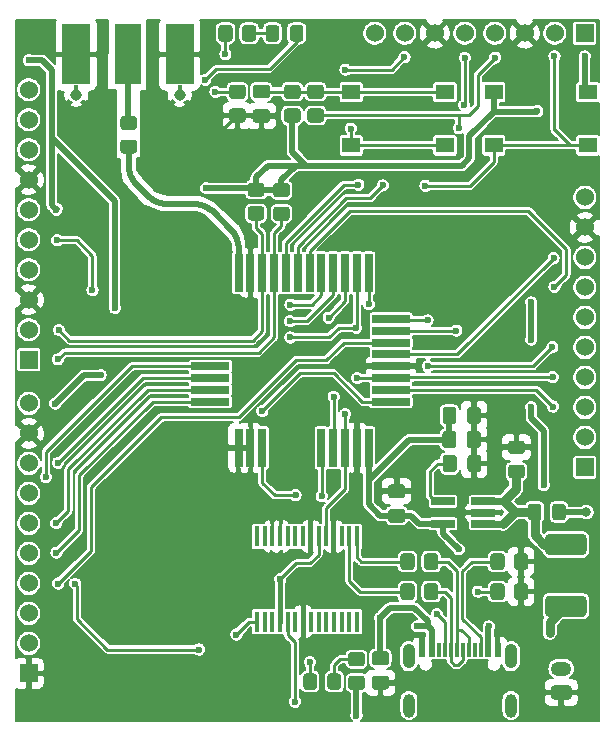
<source format=gtl>
G04 #@! TF.GenerationSoftware,KiCad,Pcbnew,(5.1.10)-1*
G04 #@! TF.CreationDate,2021-10-24T18:30:48+02:00*
G04 #@! TF.ProjectId,rak3172_easeboard,72616b33-3137-4325-9f65-617365626f61,rev?*
G04 #@! TF.SameCoordinates,Original*
G04 #@! TF.FileFunction,Copper,L1,Top*
G04 #@! TF.FilePolarity,Positive*
%FSLAX46Y46*%
G04 Gerber Fmt 4.6, Leading zero omitted, Abs format (unit mm)*
G04 Created by KiCad (PCBNEW (5.1.10)-1) date 2021-10-24 18:30:48*
%MOMM*%
%LPD*%
G01*
G04 APERTURE LIST*
G04 #@! TA.AperFunction,SMDPad,CuDef*
%ADD10R,0.300000X1.150000*%
G04 #@! TD*
G04 #@! TA.AperFunction,SMDPad,CuDef*
%ADD11R,0.600000X1.150000*%
G04 #@! TD*
G04 #@! TA.AperFunction,ComponentPad*
%ADD12O,1.050000X2.100000*%
G04 #@! TD*
G04 #@! TA.AperFunction,ComponentPad*
%ADD13O,1.000000X2.000000*%
G04 #@! TD*
G04 #@! TA.AperFunction,ComponentPad*
%ADD14R,1.524000X1.524000*%
G04 #@! TD*
G04 #@! TA.AperFunction,ComponentPad*
%ADD15C,1.524000*%
G04 #@! TD*
G04 #@! TA.AperFunction,SMDPad,CuDef*
%ADD16R,0.700000X3.200000*%
G04 #@! TD*
G04 #@! TA.AperFunction,SMDPad,CuDef*
%ADD17R,3.200000X0.700000*%
G04 #@! TD*
G04 #@! TA.AperFunction,SMDPad,CuDef*
%ADD18R,2.000000X0.650000*%
G04 #@! TD*
G04 #@! TA.AperFunction,SMDPad,CuDef*
%ADD19R,0.450000X1.750000*%
G04 #@! TD*
G04 #@! TA.AperFunction,SMDPad,CuDef*
%ADD20R,1.550000X1.300000*%
G04 #@! TD*
G04 #@! TA.AperFunction,ComponentPad*
%ADD21O,1.750000X1.200000*%
G04 #@! TD*
G04 #@! TA.AperFunction,SMDPad,CuDef*
%ADD22R,2.290000X5.080000*%
G04 #@! TD*
G04 #@! TA.AperFunction,SMDPad,CuDef*
%ADD23R,2.420000X5.080000*%
G04 #@! TD*
G04 #@! TA.AperFunction,ComponentPad*
%ADD24C,0.970000*%
G04 #@! TD*
G04 #@! TA.AperFunction,SMDPad,CuDef*
%ADD25R,0.460000X0.950000*%
G04 #@! TD*
G04 #@! TA.AperFunction,ViaPad*
%ADD26C,0.600000*%
G04 #@! TD*
G04 #@! TA.AperFunction,ViaPad*
%ADD27C,0.800000*%
G04 #@! TD*
G04 #@! TA.AperFunction,Conductor*
%ADD28C,0.250000*%
G04 #@! TD*
G04 #@! TA.AperFunction,Conductor*
%ADD29C,0.500000*%
G04 #@! TD*
G04 #@! TA.AperFunction,Conductor*
%ADD30C,0.600000*%
G04 #@! TD*
G04 #@! TA.AperFunction,Conductor*
%ADD31C,0.750000*%
G04 #@! TD*
G04 #@! TA.AperFunction,Conductor*
%ADD32C,0.450000*%
G04 #@! TD*
G04 #@! TA.AperFunction,Conductor*
%ADD33C,0.200000*%
G04 #@! TD*
G04 #@! TA.AperFunction,Conductor*
%ADD34C,0.100000*%
G04 #@! TD*
G04 APERTURE END LIST*
D10*
X152800000Y-126670000D03*
X153300000Y-126670000D03*
X153800000Y-126670000D03*
X156300000Y-126670000D03*
X155800000Y-126670000D03*
X155300000Y-126670000D03*
X154300000Y-126670000D03*
X154800000Y-126670000D03*
D11*
X156950000Y-126670000D03*
X152150000Y-126670000D03*
X157750000Y-126670000D03*
X151350000Y-126670000D03*
D12*
X158870000Y-127245000D03*
X150230000Y-127245000D03*
D13*
X158870000Y-131425000D03*
X150230000Y-131425000D03*
G04 #@! TA.AperFunction,SMDPad,CuDef*
G36*
G01*
X149674600Y-113862300D02*
X148724600Y-113862300D01*
G75*
G02*
X148474600Y-113612300I0J250000D01*
G01*
X148474600Y-112937300D01*
G75*
G02*
X148724600Y-112687300I250000J0D01*
G01*
X149674600Y-112687300D01*
G75*
G02*
X149924600Y-112937300I0J-250000D01*
G01*
X149924600Y-113612300D01*
G75*
G02*
X149674600Y-113862300I-250000J0D01*
G01*
G37*
G04 #@! TD.AperFunction*
G04 #@! TA.AperFunction,SMDPad,CuDef*
G36*
G01*
X149674600Y-115937300D02*
X148724600Y-115937300D01*
G75*
G02*
X148474600Y-115687300I0J250000D01*
G01*
X148474600Y-115012300D01*
G75*
G02*
X148724600Y-114762300I250000J0D01*
G01*
X149674600Y-114762300D01*
G75*
G02*
X149924600Y-115012300I0J-250000D01*
G01*
X149924600Y-115687300D01*
G75*
G02*
X149674600Y-115937300I-250000J0D01*
G01*
G37*
G04 #@! TD.AperFunction*
D14*
X118043200Y-128696400D03*
D15*
X118043200Y-126156400D03*
X118043200Y-123616400D03*
X118043200Y-121076400D03*
X118043200Y-118536400D03*
X118043200Y-115996400D03*
X118043200Y-113456400D03*
X118043200Y-105836400D03*
X118043200Y-108376400D03*
X118043200Y-110916400D03*
D14*
X118033800Y-102128000D03*
D15*
X118033800Y-99588000D03*
X118033800Y-97048000D03*
X118033800Y-94508000D03*
X118033800Y-91968000D03*
X118033800Y-89428000D03*
X118033800Y-86888000D03*
X118033800Y-79268000D03*
X118033800Y-81808000D03*
X118033800Y-84348000D03*
D14*
X165120000Y-74498200D03*
D15*
X162580000Y-74498200D03*
X160040000Y-74498200D03*
X157500000Y-74498200D03*
X154960000Y-74498200D03*
X147340000Y-74498200D03*
X149880000Y-74498200D03*
X152420000Y-74498200D03*
D14*
X165134000Y-111257600D03*
D15*
X165134000Y-108717600D03*
X165134000Y-106177600D03*
X165134000Y-103637600D03*
X165134000Y-101097600D03*
X165134000Y-98557600D03*
X165134000Y-96017600D03*
X165134000Y-88397600D03*
X165134000Y-90937600D03*
X165134000Y-93477600D03*
D16*
X135821600Y-94784200D03*
X136821600Y-94784200D03*
X137821600Y-94784200D03*
X138821600Y-94784200D03*
X139821600Y-94784200D03*
X140821600Y-94784200D03*
X141821600Y-94784200D03*
X142821600Y-94784200D03*
X143821600Y-94784200D03*
X144821600Y-94784200D03*
X145821600Y-94784200D03*
X146821600Y-94784200D03*
D17*
X148721600Y-98684200D03*
X148721600Y-99684200D03*
X148721600Y-100684200D03*
X148721600Y-101684200D03*
X148721600Y-102684200D03*
X148721600Y-103684200D03*
X148721600Y-104684200D03*
X148721600Y-105684200D03*
D16*
X146821600Y-109584200D03*
X145821600Y-109584200D03*
X144821600Y-109584200D03*
X143821600Y-109584200D03*
X142821600Y-109584200D03*
X137821600Y-109584200D03*
X136821600Y-109584200D03*
X135821600Y-109584200D03*
D17*
X133421600Y-105684200D03*
X133421600Y-104684200D03*
X133421600Y-103684200D03*
X133421600Y-102684200D03*
D18*
X156540200Y-116022200D03*
X156540200Y-115072200D03*
X156540200Y-114122200D03*
X153120200Y-114122200D03*
X153120200Y-116022200D03*
D19*
X137380000Y-124300800D03*
X138030000Y-124300800D03*
X138680000Y-124300800D03*
X139330000Y-124300800D03*
X139980000Y-124300800D03*
X140630000Y-124300800D03*
X141280000Y-124300800D03*
X141930000Y-124300800D03*
X142580000Y-124300800D03*
X143230000Y-124300800D03*
X143880000Y-124300800D03*
X144530000Y-124300800D03*
X145180000Y-124300800D03*
X145830000Y-124300800D03*
X145830000Y-117100800D03*
X145180000Y-117100800D03*
X144530000Y-117100800D03*
X143880000Y-117100800D03*
X143230000Y-117100800D03*
X142580000Y-117100800D03*
X141930000Y-117100800D03*
X141280000Y-117100800D03*
X140630000Y-117100800D03*
X139980000Y-117100800D03*
X139330000Y-117100800D03*
X138680000Y-117100800D03*
X138030000Y-117100800D03*
X137380000Y-117100800D03*
D20*
X165366600Y-79487200D03*
X165366600Y-83987200D03*
X157416600Y-83987200D03*
X157416600Y-79487200D03*
X145351600Y-83987200D03*
X145351600Y-79487200D03*
X153301600Y-79487200D03*
X153301600Y-83987200D03*
G04 #@! TA.AperFunction,SMDPad,CuDef*
G36*
G01*
X157134000Y-122217601D02*
X157134000Y-121317599D01*
G75*
G02*
X157383999Y-121067600I249999J0D01*
G01*
X158084001Y-121067600D01*
G75*
G02*
X158334000Y-121317599I0J-249999D01*
G01*
X158334000Y-122217601D01*
G75*
G02*
X158084001Y-122467600I-249999J0D01*
G01*
X157383999Y-122467600D01*
G75*
G02*
X157134000Y-122217601I0J249999D01*
G01*
G37*
G04 #@! TD.AperFunction*
G04 #@! TA.AperFunction,SMDPad,CuDef*
G36*
G01*
X159134000Y-122217601D02*
X159134000Y-121317599D01*
G75*
G02*
X159383999Y-121067600I249999J0D01*
G01*
X160084001Y-121067600D01*
G75*
G02*
X160334000Y-121317599I0J-249999D01*
G01*
X160334000Y-122217601D01*
G75*
G02*
X160084001Y-122467600I-249999J0D01*
G01*
X159383999Y-122467600D01*
G75*
G02*
X159134000Y-122217601I0J249999D01*
G01*
G37*
G04 #@! TD.AperFunction*
G04 #@! TA.AperFunction,SMDPad,CuDef*
G36*
G01*
X157134000Y-119677601D02*
X157134000Y-118777599D01*
G75*
G02*
X157383999Y-118527600I249999J0D01*
G01*
X158084001Y-118527600D01*
G75*
G02*
X158334000Y-118777599I0J-249999D01*
G01*
X158334000Y-119677601D01*
G75*
G02*
X158084001Y-119927600I-249999J0D01*
G01*
X157383999Y-119927600D01*
G75*
G02*
X157134000Y-119677601I0J249999D01*
G01*
G37*
G04 #@! TD.AperFunction*
G04 #@! TA.AperFunction,SMDPad,CuDef*
G36*
G01*
X159134000Y-119677601D02*
X159134000Y-118777599D01*
G75*
G02*
X159383999Y-118527600I249999J0D01*
G01*
X160084001Y-118527600D01*
G75*
G02*
X160334000Y-118777599I0J-249999D01*
G01*
X160334000Y-119677601D01*
G75*
G02*
X160084001Y-119927600I-249999J0D01*
G01*
X159383999Y-119927600D01*
G75*
G02*
X159134000Y-119677601I0J249999D01*
G01*
G37*
G04 #@! TD.AperFunction*
G04 #@! TA.AperFunction,SMDPad,CuDef*
G36*
G01*
X152714000Y-118777599D02*
X152714000Y-119677601D01*
G75*
G02*
X152464001Y-119927600I-249999J0D01*
G01*
X151763999Y-119927600D01*
G75*
G02*
X151514000Y-119677601I0J249999D01*
G01*
X151514000Y-118777599D01*
G75*
G02*
X151763999Y-118527600I249999J0D01*
G01*
X152464001Y-118527600D01*
G75*
G02*
X152714000Y-118777599I0J-249999D01*
G01*
G37*
G04 #@! TD.AperFunction*
G04 #@! TA.AperFunction,SMDPad,CuDef*
G36*
G01*
X150714000Y-118777599D02*
X150714000Y-119677601D01*
G75*
G02*
X150464001Y-119927600I-249999J0D01*
G01*
X149763999Y-119927600D01*
G75*
G02*
X149514000Y-119677601I0J249999D01*
G01*
X149514000Y-118777599D01*
G75*
G02*
X149763999Y-118527600I249999J0D01*
G01*
X150464001Y-118527600D01*
G75*
G02*
X150714000Y-118777599I0J-249999D01*
G01*
G37*
G04 #@! TD.AperFunction*
G04 #@! TA.AperFunction,SMDPad,CuDef*
G36*
G01*
X152714000Y-121317599D02*
X152714000Y-122217601D01*
G75*
G02*
X152464001Y-122467600I-249999J0D01*
G01*
X151763999Y-122467600D01*
G75*
G02*
X151514000Y-122217601I0J249999D01*
G01*
X151514000Y-121317599D01*
G75*
G02*
X151763999Y-121067600I249999J0D01*
G01*
X152464001Y-121067600D01*
G75*
G02*
X152714000Y-121317599I0J-249999D01*
G01*
G37*
G04 #@! TD.AperFunction*
G04 #@! TA.AperFunction,SMDPad,CuDef*
G36*
G01*
X150714000Y-121317599D02*
X150714000Y-122217601D01*
G75*
G02*
X150464001Y-122467600I-249999J0D01*
G01*
X149763999Y-122467600D01*
G75*
G02*
X149514000Y-122217601I0J249999D01*
G01*
X149514000Y-121317599D01*
G75*
G02*
X149763999Y-121067600I249999J0D01*
G01*
X150464001Y-121067600D01*
G75*
G02*
X150714000Y-121317599I0J-249999D01*
G01*
G37*
G04 #@! TD.AperFunction*
G04 #@! TA.AperFunction,SMDPad,CuDef*
G36*
G01*
X126059999Y-81490000D02*
X126960001Y-81490000D01*
G75*
G02*
X127210000Y-81739999I0J-249999D01*
G01*
X127210000Y-82440001D01*
G75*
G02*
X126960001Y-82690000I-249999J0D01*
G01*
X126059999Y-82690000D01*
G75*
G02*
X125810000Y-82440001I0J249999D01*
G01*
X125810000Y-81739999D01*
G75*
G02*
X126059999Y-81490000I249999J0D01*
G01*
G37*
G04 #@! TD.AperFunction*
G04 #@! TA.AperFunction,SMDPad,CuDef*
G36*
G01*
X126059999Y-83490000D02*
X126960001Y-83490000D01*
G75*
G02*
X127210000Y-83739999I0J-249999D01*
G01*
X127210000Y-84440001D01*
G75*
G02*
X126960001Y-84690000I-249999J0D01*
G01*
X126059999Y-84690000D01*
G75*
G02*
X125810000Y-84440001I0J249999D01*
G01*
X125810000Y-83739999D01*
G75*
G02*
X126059999Y-83490000I249999J0D01*
G01*
G37*
G04 #@! TD.AperFunction*
G04 #@! TA.AperFunction,SMDPad,CuDef*
G36*
G01*
X134102800Y-74948201D02*
X134102800Y-74048199D01*
G75*
G02*
X134352799Y-73798200I249999J0D01*
G01*
X135052801Y-73798200D01*
G75*
G02*
X135302800Y-74048199I0J-249999D01*
G01*
X135302800Y-74948201D01*
G75*
G02*
X135052801Y-75198200I-249999J0D01*
G01*
X134352799Y-75198200D01*
G75*
G02*
X134102800Y-74948201I0J249999D01*
G01*
G37*
G04 #@! TD.AperFunction*
G04 #@! TA.AperFunction,SMDPad,CuDef*
G36*
G01*
X136102800Y-74948201D02*
X136102800Y-74048199D01*
G75*
G02*
X136352799Y-73798200I249999J0D01*
G01*
X137052801Y-73798200D01*
G75*
G02*
X137302800Y-74048199I0J-249999D01*
G01*
X137302800Y-74948201D01*
G75*
G02*
X137052801Y-75198200I-249999J0D01*
G01*
X136352799Y-75198200D01*
G75*
G02*
X136102800Y-74948201I0J249999D01*
G01*
G37*
G04 #@! TD.AperFunction*
G04 #@! TA.AperFunction,SMDPad,CuDef*
G36*
G01*
X136836999Y-87149000D02*
X137737001Y-87149000D01*
G75*
G02*
X137987000Y-87398999I0J-249999D01*
G01*
X137987000Y-88099001D01*
G75*
G02*
X137737001Y-88349000I-249999J0D01*
G01*
X136836999Y-88349000D01*
G75*
G02*
X136587000Y-88099001I0J249999D01*
G01*
X136587000Y-87398999D01*
G75*
G02*
X136836999Y-87149000I249999J0D01*
G01*
G37*
G04 #@! TD.AperFunction*
G04 #@! TA.AperFunction,SMDPad,CuDef*
G36*
G01*
X136836999Y-89149000D02*
X137737001Y-89149000D01*
G75*
G02*
X137987000Y-89398999I0J-249999D01*
G01*
X137987000Y-90099001D01*
G75*
G02*
X137737001Y-90349000I-249999J0D01*
G01*
X136836999Y-90349000D01*
G75*
G02*
X136587000Y-90099001I0J249999D01*
G01*
X136587000Y-89398999D01*
G75*
G02*
X136836999Y-89149000I249999J0D01*
G01*
G37*
G04 #@! TD.AperFunction*
G04 #@! TA.AperFunction,SMDPad,CuDef*
G36*
G01*
X138995999Y-87174400D02*
X139896001Y-87174400D01*
G75*
G02*
X140146000Y-87424399I0J-249999D01*
G01*
X140146000Y-88124401D01*
G75*
G02*
X139896001Y-88374400I-249999J0D01*
G01*
X138995999Y-88374400D01*
G75*
G02*
X138746000Y-88124401I0J249999D01*
G01*
X138746000Y-87424399D01*
G75*
G02*
X138995999Y-87174400I249999J0D01*
G01*
G37*
G04 #@! TD.AperFunction*
G04 #@! TA.AperFunction,SMDPad,CuDef*
G36*
G01*
X138995999Y-89174400D02*
X139896001Y-89174400D01*
G75*
G02*
X140146000Y-89424399I0J-249999D01*
G01*
X140146000Y-90124401D01*
G75*
G02*
X139896001Y-90374400I-249999J0D01*
G01*
X138995999Y-90374400D01*
G75*
G02*
X138746000Y-90124401I0J249999D01*
G01*
X138746000Y-89424399D01*
G75*
G02*
X138995999Y-89174400I249999J0D01*
G01*
G37*
G04 #@! TD.AperFunction*
G04 #@! TA.AperFunction,SMDPad,CuDef*
G36*
G01*
X135262199Y-78851200D02*
X136162201Y-78851200D01*
G75*
G02*
X136412200Y-79101199I0J-249999D01*
G01*
X136412200Y-79801201D01*
G75*
G02*
X136162201Y-80051200I-249999J0D01*
G01*
X135262199Y-80051200D01*
G75*
G02*
X135012200Y-79801201I0J249999D01*
G01*
X135012200Y-79101199D01*
G75*
G02*
X135262199Y-78851200I249999J0D01*
G01*
G37*
G04 #@! TD.AperFunction*
G04 #@! TA.AperFunction,SMDPad,CuDef*
G36*
G01*
X135262199Y-80851200D02*
X136162201Y-80851200D01*
G75*
G02*
X136412200Y-81101199I0J-249999D01*
G01*
X136412200Y-81801201D01*
G75*
G02*
X136162201Y-82051200I-249999J0D01*
G01*
X135262199Y-82051200D01*
G75*
G02*
X135012200Y-81801201I0J249999D01*
G01*
X135012200Y-81101199D01*
G75*
G02*
X135262199Y-80851200I249999J0D01*
G01*
G37*
G04 #@! TD.AperFunction*
G04 #@! TA.AperFunction,SMDPad,CuDef*
G36*
G01*
X142791601Y-82051200D02*
X141891599Y-82051200D01*
G75*
G02*
X141641600Y-81801201I0J249999D01*
G01*
X141641600Y-81101199D01*
G75*
G02*
X141891599Y-80851200I249999J0D01*
G01*
X142791601Y-80851200D01*
G75*
G02*
X143041600Y-81101199I0J-249999D01*
G01*
X143041600Y-81801201D01*
G75*
G02*
X142791601Y-82051200I-249999J0D01*
G01*
G37*
G04 #@! TD.AperFunction*
G04 #@! TA.AperFunction,SMDPad,CuDef*
G36*
G01*
X142791601Y-80051200D02*
X141891599Y-80051200D01*
G75*
G02*
X141641600Y-79801201I0J249999D01*
G01*
X141641600Y-79101199D01*
G75*
G02*
X141891599Y-78851200I249999J0D01*
G01*
X142791601Y-78851200D01*
G75*
G02*
X143041600Y-79101199I0J-249999D01*
G01*
X143041600Y-79801201D01*
G75*
G02*
X142791601Y-80051200I-249999J0D01*
G01*
G37*
G04 #@! TD.AperFunction*
G04 #@! TA.AperFunction,SMDPad,CuDef*
G36*
G01*
X140810401Y-82051200D02*
X139910399Y-82051200D01*
G75*
G02*
X139660400Y-81801201I0J249999D01*
G01*
X139660400Y-81101199D01*
G75*
G02*
X139910399Y-80851200I249999J0D01*
G01*
X140810401Y-80851200D01*
G75*
G02*
X141060400Y-81101199I0J-249999D01*
G01*
X141060400Y-81801201D01*
G75*
G02*
X140810401Y-82051200I-249999J0D01*
G01*
G37*
G04 #@! TD.AperFunction*
G04 #@! TA.AperFunction,SMDPad,CuDef*
G36*
G01*
X140810401Y-80051200D02*
X139910399Y-80051200D01*
G75*
G02*
X139660400Y-79801201I0J249999D01*
G01*
X139660400Y-79101199D01*
G75*
G02*
X139910399Y-78851200I249999J0D01*
G01*
X140810401Y-78851200D01*
G75*
G02*
X141060400Y-79101199I0J-249999D01*
G01*
X141060400Y-79801201D01*
G75*
G02*
X140810401Y-80051200I-249999J0D01*
G01*
G37*
G04 #@! TD.AperFunction*
G04 #@! TA.AperFunction,SMDPad,CuDef*
G36*
G01*
X146246001Y-130089200D02*
X145345999Y-130089200D01*
G75*
G02*
X145096000Y-129839201I0J249999D01*
G01*
X145096000Y-129139199D01*
G75*
G02*
X145345999Y-128889200I249999J0D01*
G01*
X146246001Y-128889200D01*
G75*
G02*
X146496000Y-129139199I0J-249999D01*
G01*
X146496000Y-129839201D01*
G75*
G02*
X146246001Y-130089200I-249999J0D01*
G01*
G37*
G04 #@! TD.AperFunction*
G04 #@! TA.AperFunction,SMDPad,CuDef*
G36*
G01*
X146246001Y-128089200D02*
X145345999Y-128089200D01*
G75*
G02*
X145096000Y-127839201I0J249999D01*
G01*
X145096000Y-127139199D01*
G75*
G02*
X145345999Y-126889200I249999J0D01*
G01*
X146246001Y-126889200D01*
G75*
G02*
X146496000Y-127139199I0J-249999D01*
G01*
X146496000Y-127839201D01*
G75*
G02*
X146246001Y-128089200I-249999J0D01*
G01*
G37*
G04 #@! TD.AperFunction*
G04 #@! TA.AperFunction,SMDPad,CuDef*
G36*
G01*
X141309000Y-74048199D02*
X141309000Y-74948201D01*
G75*
G02*
X141059001Y-75198200I-249999J0D01*
G01*
X140408999Y-75198200D01*
G75*
G02*
X140159000Y-74948201I0J249999D01*
G01*
X140159000Y-74048199D01*
G75*
G02*
X140408999Y-73798200I249999J0D01*
G01*
X141059001Y-73798200D01*
G75*
G02*
X141309000Y-74048199I0J-249999D01*
G01*
G37*
G04 #@! TD.AperFunction*
G04 #@! TA.AperFunction,SMDPad,CuDef*
G36*
G01*
X139259000Y-74048199D02*
X139259000Y-74948201D01*
G75*
G02*
X139009001Y-75198200I-249999J0D01*
G01*
X138358999Y-75198200D01*
G75*
G02*
X138109000Y-74948201I0J249999D01*
G01*
X138109000Y-74048199D01*
G75*
G02*
X138358999Y-73798200I249999J0D01*
G01*
X139009001Y-73798200D01*
G75*
G02*
X139259000Y-74048199I0J-249999D01*
G01*
G37*
G04 #@! TD.AperFunction*
G04 #@! TA.AperFunction,SMDPad,CuDef*
G36*
G01*
X141291400Y-129837601D02*
X141291400Y-128937599D01*
G75*
G02*
X141541399Y-128687600I249999J0D01*
G01*
X142191401Y-128687600D01*
G75*
G02*
X142441400Y-128937599I0J-249999D01*
G01*
X142441400Y-129837601D01*
G75*
G02*
X142191401Y-130087600I-249999J0D01*
G01*
X141541399Y-130087600D01*
G75*
G02*
X141291400Y-129837601I0J249999D01*
G01*
G37*
G04 #@! TD.AperFunction*
G04 #@! TA.AperFunction,SMDPad,CuDef*
G36*
G01*
X143341400Y-129837601D02*
X143341400Y-128937599D01*
G75*
G02*
X143591399Y-128687600I249999J0D01*
G01*
X144241401Y-128687600D01*
G75*
G02*
X144491400Y-128937599I0J-249999D01*
G01*
X144491400Y-129837601D01*
G75*
G02*
X144241401Y-130087600I-249999J0D01*
G01*
X143591399Y-130087600D01*
G75*
G02*
X143341400Y-129837601I0J249999D01*
G01*
G37*
G04 #@! TD.AperFunction*
G04 #@! TA.AperFunction,ComponentPad*
G36*
G01*
X163759001Y-130907600D02*
X162508999Y-130907600D01*
G75*
G02*
X162259000Y-130657601I0J249999D01*
G01*
X162259000Y-129957599D01*
G75*
G02*
X162508999Y-129707600I249999J0D01*
G01*
X163759001Y-129707600D01*
G75*
G02*
X164009000Y-129957599I0J-249999D01*
G01*
X164009000Y-130657601D01*
G75*
G02*
X163759001Y-130907600I-249999J0D01*
G01*
G37*
G04 #@! TD.AperFunction*
D21*
X163134000Y-128307600D03*
D22*
X126441200Y-76283400D03*
D23*
X130821200Y-76283400D03*
X122061200Y-76283400D03*
D24*
X130821200Y-79723400D03*
X122061200Y-79723400D03*
D25*
X130821200Y-79273400D03*
X122061200Y-79273400D03*
G04 #@! TA.AperFunction,SMDPad,CuDef*
G36*
G01*
X162120800Y-116881400D02*
X164929600Y-116881400D01*
G75*
G02*
X165275200Y-117227000I0J-345600D01*
G01*
X165275200Y-118335800D01*
G75*
G02*
X164929600Y-118681400I-345600J0D01*
G01*
X162120800Y-118681400D01*
G75*
G02*
X161775200Y-118335800I0J345600D01*
G01*
X161775200Y-117227000D01*
G75*
G02*
X162120800Y-116881400I345600J0D01*
G01*
G37*
G04 #@! TD.AperFunction*
G04 #@! TA.AperFunction,SMDPad,CuDef*
G36*
G01*
X162120800Y-122111400D02*
X164929600Y-122111400D01*
G75*
G02*
X165275200Y-122457000I0J-345600D01*
G01*
X165275200Y-123565800D01*
G75*
G02*
X164929600Y-123911400I-345600J0D01*
G01*
X162120800Y-123911400D01*
G75*
G02*
X161775200Y-123565800I0J345600D01*
G01*
X161775200Y-122457000D01*
G75*
G02*
X162120800Y-122111400I345600J0D01*
G01*
G37*
G04 #@! TD.AperFunction*
G04 #@! TA.AperFunction,SMDPad,CuDef*
G36*
G01*
X159784201Y-112175200D02*
X158884199Y-112175200D01*
G75*
G02*
X158634200Y-111925201I0J249999D01*
G01*
X158634200Y-111275199D01*
G75*
G02*
X158884199Y-111025200I249999J0D01*
G01*
X159784201Y-111025200D01*
G75*
G02*
X160034200Y-111275199I0J-249999D01*
G01*
X160034200Y-111925201D01*
G75*
G02*
X159784201Y-112175200I-249999J0D01*
G01*
G37*
G04 #@! TD.AperFunction*
G04 #@! TA.AperFunction,SMDPad,CuDef*
G36*
G01*
X159784201Y-110125200D02*
X158884199Y-110125200D01*
G75*
G02*
X158634200Y-109875201I0J249999D01*
G01*
X158634200Y-109225199D01*
G75*
G02*
X158884199Y-108975200I249999J0D01*
G01*
X159784201Y-108975200D01*
G75*
G02*
X160034200Y-109225199I0J-249999D01*
G01*
X160034200Y-109875201D01*
G75*
G02*
X159784201Y-110125200I-249999J0D01*
G01*
G37*
G04 #@! TD.AperFunction*
G04 #@! TA.AperFunction,SMDPad,CuDef*
G36*
G01*
X160308600Y-115486601D02*
X160308600Y-114586599D01*
G75*
G02*
X160558599Y-114336600I249999J0D01*
G01*
X161208601Y-114336600D01*
G75*
G02*
X161458600Y-114586599I0J-249999D01*
G01*
X161458600Y-115486601D01*
G75*
G02*
X161208601Y-115736600I-249999J0D01*
G01*
X160558599Y-115736600D01*
G75*
G02*
X160308600Y-115486601I0J249999D01*
G01*
G37*
G04 #@! TD.AperFunction*
G04 #@! TA.AperFunction,SMDPad,CuDef*
G36*
G01*
X162358600Y-115486601D02*
X162358600Y-114586599D01*
G75*
G02*
X162608599Y-114336600I249999J0D01*
G01*
X163258601Y-114336600D01*
G75*
G02*
X163508600Y-114586599I0J-249999D01*
G01*
X163508600Y-115486601D01*
G75*
G02*
X163258601Y-115736600I-249999J0D01*
G01*
X162608599Y-115736600D01*
G75*
G02*
X162358600Y-115486601I0J249999D01*
G01*
G37*
G04 #@! TD.AperFunction*
G04 #@! TA.AperFunction,SMDPad,CuDef*
G36*
G01*
X153107900Y-111396800D02*
X153107900Y-110446800D01*
G75*
G02*
X153357900Y-110196800I250000J0D01*
G01*
X154032900Y-110196800D01*
G75*
G02*
X154282900Y-110446800I0J-250000D01*
G01*
X154282900Y-111396800D01*
G75*
G02*
X154032900Y-111646800I-250000J0D01*
G01*
X153357900Y-111646800D01*
G75*
G02*
X153107900Y-111396800I0J250000D01*
G01*
G37*
G04 #@! TD.AperFunction*
G04 #@! TA.AperFunction,SMDPad,CuDef*
G36*
G01*
X155182900Y-111396800D02*
X155182900Y-110446800D01*
G75*
G02*
X155432900Y-110196800I250000J0D01*
G01*
X156107900Y-110196800D01*
G75*
G02*
X156357900Y-110446800I0J-250000D01*
G01*
X156357900Y-111396800D01*
G75*
G02*
X156107900Y-111646800I-250000J0D01*
G01*
X155432900Y-111646800D01*
G75*
G02*
X155182900Y-111396800I0J250000D01*
G01*
G37*
G04 #@! TD.AperFunction*
G04 #@! TA.AperFunction,SMDPad,CuDef*
G36*
G01*
X147353000Y-126818900D02*
X148303000Y-126818900D01*
G75*
G02*
X148553000Y-127068900I0J-250000D01*
G01*
X148553000Y-127743900D01*
G75*
G02*
X148303000Y-127993900I-250000J0D01*
G01*
X147353000Y-127993900D01*
G75*
G02*
X147103000Y-127743900I0J250000D01*
G01*
X147103000Y-127068900D01*
G75*
G02*
X147353000Y-126818900I250000J0D01*
G01*
G37*
G04 #@! TD.AperFunction*
G04 #@! TA.AperFunction,SMDPad,CuDef*
G36*
G01*
X147353000Y-128893900D02*
X148303000Y-128893900D01*
G75*
G02*
X148553000Y-129143900I0J-250000D01*
G01*
X148553000Y-129818900D01*
G75*
G02*
X148303000Y-130068900I-250000J0D01*
G01*
X147353000Y-130068900D01*
G75*
G02*
X147103000Y-129818900I0J250000D01*
G01*
X147103000Y-129143900D01*
G75*
G02*
X147353000Y-128893900I250000J0D01*
G01*
G37*
G04 #@! TD.AperFunction*
G04 #@! TA.AperFunction,SMDPad,CuDef*
G36*
G01*
X137269200Y-78838300D02*
X138219200Y-78838300D01*
G75*
G02*
X138469200Y-79088300I0J-250000D01*
G01*
X138469200Y-79763300D01*
G75*
G02*
X138219200Y-80013300I-250000J0D01*
G01*
X137269200Y-80013300D01*
G75*
G02*
X137019200Y-79763300I0J250000D01*
G01*
X137019200Y-79088300D01*
G75*
G02*
X137269200Y-78838300I250000J0D01*
G01*
G37*
G04 #@! TD.AperFunction*
G04 #@! TA.AperFunction,SMDPad,CuDef*
G36*
G01*
X137269200Y-80913300D02*
X138219200Y-80913300D01*
G75*
G02*
X138469200Y-81163300I0J-250000D01*
G01*
X138469200Y-81838300D01*
G75*
G02*
X138219200Y-82088300I-250000J0D01*
G01*
X137269200Y-82088300D01*
G75*
G02*
X137019200Y-81838300I0J250000D01*
G01*
X137019200Y-81163300D01*
G75*
G02*
X137269200Y-80913300I250000J0D01*
G01*
G37*
G04 #@! TD.AperFunction*
G04 #@! TA.AperFunction,SMDPad,CuDef*
G36*
G01*
X153064900Y-109364800D02*
X153064900Y-108414800D01*
G75*
G02*
X153314900Y-108164800I250000J0D01*
G01*
X153989900Y-108164800D01*
G75*
G02*
X154239900Y-108414800I0J-250000D01*
G01*
X154239900Y-109364800D01*
G75*
G02*
X153989900Y-109614800I-250000J0D01*
G01*
X153314900Y-109614800D01*
G75*
G02*
X153064900Y-109364800I0J250000D01*
G01*
G37*
G04 #@! TD.AperFunction*
G04 #@! TA.AperFunction,SMDPad,CuDef*
G36*
G01*
X155139900Y-109364800D02*
X155139900Y-108414800D01*
G75*
G02*
X155389900Y-108164800I250000J0D01*
G01*
X156064900Y-108164800D01*
G75*
G02*
X156314900Y-108414800I0J-250000D01*
G01*
X156314900Y-109364800D01*
G75*
G02*
X156064900Y-109614800I-250000J0D01*
G01*
X155389900Y-109614800D01*
G75*
G02*
X155139900Y-109364800I0J250000D01*
G01*
G37*
G04 #@! TD.AperFunction*
G04 #@! TA.AperFunction,SMDPad,CuDef*
G36*
G01*
X153082500Y-107332800D02*
X153082500Y-106382800D01*
G75*
G02*
X153332500Y-106132800I250000J0D01*
G01*
X154007500Y-106132800D01*
G75*
G02*
X154257500Y-106382800I0J-250000D01*
G01*
X154257500Y-107332800D01*
G75*
G02*
X154007500Y-107582800I-250000J0D01*
G01*
X153332500Y-107582800D01*
G75*
G02*
X153082500Y-107332800I0J250000D01*
G01*
G37*
G04 #@! TD.AperFunction*
G04 #@! TA.AperFunction,SMDPad,CuDef*
G36*
G01*
X155157500Y-107332800D02*
X155157500Y-106382800D01*
G75*
G02*
X155407500Y-106132800I250000J0D01*
G01*
X156082500Y-106132800D01*
G75*
G02*
X156332500Y-106382800I0J-250000D01*
G01*
X156332500Y-107332800D01*
G75*
G02*
X156082500Y-107582800I-250000J0D01*
G01*
X155407500Y-107582800D01*
G75*
G02*
X155157500Y-107332800I0J250000D01*
G01*
G37*
G04 #@! TD.AperFunction*
D26*
X130380000Y-86710000D03*
X142620000Y-84290000D03*
X142560000Y-86880000D03*
X143880000Y-112360000D03*
X139340000Y-115120000D03*
X143890000Y-118930000D03*
X149310000Y-125550000D03*
X154457400Y-118186200D03*
X145796000Y-132257800D03*
X165125400Y-76454000D03*
X120396000Y-89433400D03*
X133060000Y-87610000D03*
X118059200Y-76784200D03*
X120294400Y-105841800D03*
X124129800Y-103428800D03*
X125349000Y-97764600D03*
X161112200Y-81102200D03*
X160578800Y-97282000D03*
X160578800Y-100431600D03*
X160578800Y-106146600D03*
X161645600Y-112750600D03*
X156997400Y-124714000D03*
D27*
X165252400Y-115036600D03*
D26*
X147777200Y-124002800D03*
X150940000Y-124710000D03*
X162153600Y-125272800D03*
X156083000Y-121767600D03*
X152603200Y-123672600D03*
X134696200Y-76276200D03*
X139344400Y-120726200D03*
X123444000Y-96240600D03*
X120446800Y-92024200D03*
X146837400Y-97434400D03*
X121970800Y-121107200D03*
X132461000Y-126669800D03*
X135636000Y-125399800D03*
X145770600Y-99441000D03*
X140200000Y-100250000D03*
X140589000Y-131089400D03*
X141859000Y-127736600D03*
X162407600Y-103606600D03*
X132994400Y-78435200D03*
X145846800Y-103682800D03*
X120523000Y-102108000D03*
X120599200Y-99618800D03*
X140200000Y-97480000D03*
X140160000Y-98870000D03*
X137820400Y-106476800D03*
X143433800Y-98577400D03*
X120548400Y-121081800D03*
X120396000Y-118465600D03*
X120370600Y-115976400D03*
X119490000Y-112070000D03*
X120523000Y-110871000D03*
X151815800Y-98806000D03*
X154254200Y-99669600D03*
X162433000Y-106095800D03*
X162382200Y-101066600D03*
X151841200Y-102666800D03*
X142849600Y-113690400D03*
X140639800Y-113614200D03*
X162560000Y-95961200D03*
X162483800Y-93548200D03*
X162560000Y-76454000D03*
X151638000Y-87401400D03*
X143865600Y-105283000D03*
X157530800Y-76555600D03*
X144830800Y-106730800D03*
X154457400Y-82524600D03*
X154914600Y-80568800D03*
X148031200Y-87376000D03*
X154965400Y-76581000D03*
X149860000Y-76530200D03*
X144856200Y-77571600D03*
X145948400Y-87325200D03*
X133858000Y-79451200D03*
X145313400Y-82575400D03*
D28*
X135638800Y-81451200D02*
X130380000Y-86710000D01*
X135712200Y-81451200D02*
X135638800Y-81451200D01*
X139330000Y-115130000D02*
X139340000Y-115120000D01*
X139330000Y-117100800D02*
X139330000Y-115130000D01*
X138680000Y-115780000D02*
X139340000Y-115120000D01*
X138680000Y-117100800D02*
X138680000Y-115780000D01*
X141930000Y-117100800D02*
X141930000Y-115600000D01*
X141450000Y-115120000D02*
X139340000Y-115120000D01*
X141930000Y-115600000D02*
X141450000Y-115120000D01*
X143880000Y-118920000D02*
X143890000Y-118930000D01*
X143880000Y-117100800D02*
X143880000Y-118920000D01*
X151309000Y-126612600D02*
X151309000Y-126229000D01*
X151339715Y-126679215D02*
X151339715Y-126323506D01*
X150566209Y-125550000D02*
X149310000Y-125550000D01*
X151350000Y-126670000D02*
X151350000Y-125823000D01*
X151077000Y-125550000D02*
X150566209Y-125550000D01*
X151350000Y-125823000D02*
X151077000Y-125550000D01*
X137312400Y-87774400D02*
X137287000Y-87749000D01*
D29*
X139446000Y-87774400D02*
X137312400Y-87774400D01*
X165120000Y-79240600D02*
X165366600Y-79487200D01*
X153120200Y-116849000D02*
X154457400Y-118186200D01*
X153120200Y-116022200D02*
X153120200Y-116849000D01*
X145796000Y-132257800D02*
X145796000Y-129489200D01*
X165326400Y-79527400D02*
X165366600Y-79487200D01*
X140360400Y-84556600D02*
X140360400Y-81451200D01*
X141503400Y-85699600D02*
X140360400Y-84556600D01*
X153670000Y-108872200D02*
X153652400Y-108889800D01*
X153670000Y-106857800D02*
X153670000Y-108872200D01*
X137287000Y-86690200D02*
X138277600Y-85699600D01*
X137287000Y-87749000D02*
X137287000Y-86690200D01*
X139446000Y-86893400D02*
X140639800Y-85699600D01*
X139446000Y-87774400D02*
X139446000Y-86893400D01*
X140639800Y-85699600D02*
X141503400Y-85699600D01*
X138277600Y-85699600D02*
X140639800Y-85699600D01*
X165125400Y-79246000D02*
X165366600Y-79487200D01*
X165125400Y-76454000D02*
X165125400Y-79246000D01*
X120472200Y-89357200D02*
X120396000Y-89433400D01*
X137168000Y-87630000D02*
X137287000Y-87749000D01*
X118059200Y-76784200D02*
X119176800Y-76784200D01*
X119176800Y-76784200D02*
X119989600Y-77597000D01*
X119989600Y-89027000D02*
X120396000Y-89433400D01*
X120294400Y-105841800D02*
X122707400Y-103428800D01*
X122707400Y-103428800D02*
X124129800Y-103428800D01*
X125349000Y-88722200D02*
X119989600Y-83362800D01*
X125349000Y-97764600D02*
X125349000Y-88722200D01*
X119989600Y-83362800D02*
X119989600Y-89027000D01*
X119989600Y-77597000D02*
X119989600Y-83362800D01*
X155346400Y-85090000D02*
X154736800Y-85699600D01*
X155346400Y-83210400D02*
X155346400Y-85090000D01*
X157416600Y-81140200D02*
X155346400Y-83210400D01*
X154736800Y-85699600D02*
X141503400Y-85699600D01*
X157416600Y-79487200D02*
X157416600Y-81140200D01*
X161074200Y-81140200D02*
X161112200Y-81102200D01*
X157416600Y-81140200D02*
X161074200Y-81140200D01*
X160578800Y-97282000D02*
X160578800Y-100431600D01*
X160578800Y-106146600D02*
X160578800Y-107086400D01*
X161645600Y-108153200D02*
X161645600Y-112750600D01*
X160578800Y-107086400D02*
X161645600Y-108153200D01*
X137148000Y-87610000D02*
X137287000Y-87749000D01*
X133060000Y-87610000D02*
X137148000Y-87610000D01*
X150260200Y-108889800D02*
X146821600Y-112328400D01*
X153652400Y-108889800D02*
X150260200Y-108889800D01*
X146821600Y-112328400D02*
X146821600Y-109584200D01*
X149199600Y-115349800D02*
X147789356Y-115349800D01*
X146821600Y-114382044D02*
X146821600Y-112328400D01*
X147789356Y-115349800D02*
X146821600Y-114382044D01*
X153120200Y-116022200D02*
X151121017Y-116022200D01*
X150448617Y-115349800D02*
X149199600Y-115349800D01*
X151121017Y-116022200D02*
X150448617Y-115349800D01*
D28*
X145351600Y-79487200D02*
X153301600Y-79487200D01*
X142377600Y-79487200D02*
X142341600Y-79451200D01*
X145351600Y-79487200D02*
X142377600Y-79487200D01*
X142341600Y-79451200D02*
X140360400Y-79451200D01*
X140335000Y-79425800D02*
X140360400Y-79451200D01*
X137744200Y-79425800D02*
X140335000Y-79425800D01*
X157009000Y-124725600D02*
X156997400Y-124714000D01*
D29*
X165252400Y-115036600D02*
X162933600Y-115036600D01*
D28*
X147828000Y-124053600D02*
X147777200Y-124002800D01*
D29*
X147828000Y-127406400D02*
X147828000Y-124053600D01*
X148650000Y-123130000D02*
X147777200Y-124002800D01*
X156950000Y-124761400D02*
X156997400Y-124714000D01*
X156950000Y-126670000D02*
X156950000Y-124761400D01*
X152150000Y-126670000D02*
X152150000Y-125048200D01*
X151811800Y-124710000D02*
X150940000Y-124710000D01*
X152150000Y-125048200D02*
X151811800Y-124710000D01*
X148650000Y-123130000D02*
X150689000Y-123130000D01*
X151811800Y-124252800D02*
X151811800Y-124710000D01*
X150689000Y-123130000D02*
X151811800Y-124252800D01*
D28*
X153120200Y-114122200D02*
X152450800Y-114122200D01*
X152450800Y-114122200D02*
X152019000Y-113690400D01*
X152019000Y-113690400D02*
X152019000Y-111582200D01*
X152679400Y-110921800D02*
X153695400Y-110921800D01*
X152019000Y-111582200D02*
X152679400Y-110921800D01*
D30*
X156540200Y-114122200D02*
X158267400Y-114122200D01*
D31*
X159181800Y-115036600D02*
X160883600Y-115036600D01*
X158267400Y-114122200D02*
X159181800Y-115036600D01*
X158196200Y-116022200D02*
X159181800Y-115036600D01*
D30*
X156540200Y-116022200D02*
X158196200Y-116022200D01*
D28*
X163525200Y-117781400D02*
X161698000Y-117781400D01*
D31*
X160883600Y-116967000D02*
X160883600Y-115036600D01*
X161698000Y-117781400D02*
X160883600Y-116967000D01*
X159334200Y-113055400D02*
X158267400Y-114122200D01*
X159334200Y-111600200D02*
X159334200Y-113055400D01*
D28*
X163525200Y-128530600D02*
X163372800Y-128683000D01*
X163372800Y-123163800D02*
X163525200Y-123011400D01*
D31*
X163134000Y-123402600D02*
X163525200Y-123011400D01*
X162153600Y-124383000D02*
X163525200Y-123011400D01*
X162153600Y-125272800D02*
X162153600Y-124383000D01*
D28*
X126441200Y-82021200D02*
X126510000Y-82090000D01*
D29*
X126441200Y-76283400D02*
X126441200Y-82021200D01*
D28*
X156083000Y-121767600D02*
X157734000Y-121767600D01*
X153309000Y-124378400D02*
X152603200Y-123672600D01*
X153309000Y-126612600D02*
X153309000Y-124378400D01*
X153809000Y-126612600D02*
X153809000Y-122266904D01*
X153309696Y-121767600D02*
X152114000Y-121767600D01*
X153809000Y-122266904D02*
X153309696Y-121767600D01*
X154809000Y-127572602D02*
X154421602Y-127960000D01*
X154809000Y-126612600D02*
X154809000Y-127572602D01*
X154421602Y-127960000D02*
X154090000Y-127960000D01*
X153809000Y-127679000D02*
X153809000Y-126612600D01*
X154090000Y-127960000D02*
X153809000Y-127679000D01*
X154309000Y-120028691D02*
X153507909Y-119227600D01*
X153507909Y-119227600D02*
X152114000Y-119227600D01*
X154650400Y-124979000D02*
X154309000Y-124979000D01*
X155309000Y-125637600D02*
X154650400Y-124979000D01*
X155309000Y-126612600D02*
X155309000Y-125637600D01*
X154309000Y-124979000D02*
X154309000Y-120028691D01*
X154309000Y-126612600D02*
X154309000Y-124979000D01*
X156305200Y-126612600D02*
X156284001Y-126591401D01*
X156309000Y-126612600D02*
X156305200Y-126612600D01*
X154759010Y-124075810D02*
X154759010Y-120018190D01*
X155549600Y-119227600D02*
X157734000Y-119227600D01*
X154759010Y-120018190D02*
X155549600Y-119227600D01*
X156300000Y-125616800D02*
X154759010Y-124075810D01*
X156300000Y-126670000D02*
X156300000Y-125616800D01*
X134702800Y-76269600D02*
X134696200Y-76276200D01*
X134702800Y-74498200D02*
X134702800Y-76269600D01*
X139330000Y-120740600D02*
X139344400Y-120726200D01*
D32*
X139330000Y-124300800D02*
X139330000Y-120740600D01*
D28*
X142580000Y-117100800D02*
X142580000Y-118633600D01*
X142580000Y-118633600D02*
X141833600Y-119380000D01*
X140690600Y-119380000D02*
X139344400Y-120726200D01*
X141833600Y-119380000D02*
X140690600Y-119380000D01*
X123444000Y-96240600D02*
X123444000Y-93319600D01*
X122148600Y-92024200D02*
X120446800Y-92024200D01*
X123444000Y-93319600D02*
X122148600Y-92024200D01*
X146821600Y-97418600D02*
X146837400Y-97434400D01*
X146821600Y-94784200D02*
X146821600Y-97418600D01*
X132461000Y-126669800D02*
X124714000Y-126669800D01*
X124714000Y-126669800D02*
X122123200Y-124079000D01*
X122123200Y-121259600D02*
X121970800Y-121107200D01*
X122123200Y-124079000D02*
X122123200Y-121259600D01*
X137380000Y-124300800D02*
X136735000Y-124300800D01*
X136735000Y-124300800D02*
X135636000Y-125399800D01*
X145821600Y-99390000D02*
X145770600Y-99441000D01*
X145821600Y-94784200D02*
X145821600Y-99390000D01*
X144289000Y-99441000D02*
X145770600Y-99441000D01*
X143480000Y-100250000D02*
X144289000Y-99441000D01*
X140200000Y-100250000D02*
X143480000Y-100250000D01*
X140589000Y-126034800D02*
X140589000Y-131089400D01*
X139980000Y-125425800D02*
X140589000Y-126034800D01*
X139980000Y-124300800D02*
X139980000Y-125425800D01*
X141866400Y-127744000D02*
X141859000Y-127736600D01*
X141866400Y-129387600D02*
X141866400Y-127744000D01*
X145796000Y-127489200D02*
X144417800Y-127489200D01*
X143916400Y-127990600D02*
X143916400Y-129387600D01*
X144417800Y-127489200D02*
X143916400Y-127990600D01*
X138684000Y-74498200D02*
X136702800Y-74498200D01*
X148799200Y-103606600D02*
X148721600Y-103684200D01*
X162407600Y-103606600D02*
X148799200Y-103606600D01*
X140734000Y-75198200D02*
X138436800Y-77495400D01*
X140734000Y-74498200D02*
X140734000Y-75198200D01*
X133934200Y-77495400D02*
X132994400Y-78435200D01*
X138436800Y-77495400D02*
X133934200Y-77495400D01*
X148720200Y-103682800D02*
X148721600Y-103684200D01*
X145846800Y-103682800D02*
X148720200Y-103682800D01*
X139446000Y-89774400D02*
X139446000Y-90797600D01*
X139446000Y-90797600D02*
X138821600Y-91422000D01*
X138821600Y-94784200D02*
X138821600Y-91422000D01*
X138836400Y-94799000D02*
X138821600Y-94784200D01*
X138821600Y-94784200D02*
X138821600Y-100217800D01*
X138821600Y-100217800D02*
X137515600Y-101523800D01*
X121107200Y-101523800D02*
X120523000Y-102108000D01*
X137515600Y-101523800D02*
X121107200Y-101523800D01*
X137287000Y-89749000D02*
X137287000Y-90970200D01*
X137287000Y-90970200D02*
X137821600Y-91504800D01*
X137821600Y-94784200D02*
X137821600Y-91504800D01*
X137821600Y-94784200D02*
X137821600Y-99693800D01*
X137821600Y-99693800D02*
X137007600Y-100507800D01*
X121488200Y-100507800D02*
X120599200Y-99618800D01*
X137007600Y-100507800D02*
X121488200Y-100507800D01*
X142821600Y-94784200D02*
X142821600Y-96649600D01*
X142821600Y-96649600D02*
X142011400Y-97459800D01*
X140220200Y-97459800D02*
X140200000Y-97480000D01*
X142011400Y-97459800D02*
X140220200Y-97459800D01*
X143821600Y-96634200D02*
X143821600Y-94784200D01*
X141585800Y-98870000D02*
X143821600Y-96634200D01*
X140160000Y-98870000D02*
X141585800Y-98870000D01*
X148721600Y-105684200D02*
X146298800Y-105684200D01*
X146298800Y-105684200D02*
X143865600Y-103251000D01*
X141046200Y-103251000D02*
X137820400Y-106476800D01*
X143865600Y-103251000D02*
X141046200Y-103251000D01*
X144821600Y-97189600D02*
X143433800Y-98577400D01*
X144821600Y-94784200D02*
X144821600Y-97189600D01*
X144705200Y-100684200D02*
X148721600Y-100684200D01*
X143230600Y-102158800D02*
X144705200Y-100684200D01*
X140665200Y-102158800D02*
X143230600Y-102158800D01*
X135864600Y-106959400D02*
X140665200Y-102158800D01*
X129286000Y-106959400D02*
X135864600Y-106959400D01*
X123317000Y-112928400D02*
X129286000Y-106959400D01*
X123317000Y-118313200D02*
X123317000Y-112928400D01*
X120548400Y-121081800D02*
X123317000Y-118313200D01*
X133421600Y-105684200D02*
X128554600Y-105684200D01*
X128554600Y-105684200D02*
X122326400Y-111912400D01*
X122326400Y-116535200D02*
X120396000Y-118465600D01*
X122326400Y-111912400D02*
X122326400Y-116535200D01*
X121412000Y-114935000D02*
X121412000Y-111404400D01*
X128132200Y-104684200D02*
X133421600Y-104684200D01*
X121412000Y-111404400D02*
X128132200Y-104684200D01*
X120370600Y-115976400D02*
X121412000Y-114935000D01*
X126755800Y-102684200D02*
X133421600Y-102684200D01*
X119490000Y-109950000D02*
X126755800Y-102684200D01*
X119490000Y-112070000D02*
X119490000Y-109950000D01*
X127709800Y-103684200D02*
X133421600Y-103684200D01*
X120523000Y-110871000D02*
X127709800Y-103684200D01*
X148843400Y-98806000D02*
X148721600Y-98684200D01*
X151815800Y-98806000D02*
X148843400Y-98806000D01*
X148736200Y-99669600D02*
X148721600Y-99684200D01*
X154254200Y-99669600D02*
X148736200Y-99669600D01*
X161021400Y-104684200D02*
X148721600Y-104684200D01*
X162433000Y-106095800D02*
X161021400Y-104684200D01*
X160782000Y-102666800D02*
X151841200Y-102666800D01*
X162382200Y-101066600D02*
X160782000Y-102666800D01*
X142849600Y-109612200D02*
X142821600Y-109584200D01*
X142849600Y-113690400D02*
X142849600Y-109612200D01*
X137821600Y-109584200D02*
X137821600Y-112574000D01*
X138861800Y-113614200D02*
X140639800Y-113614200D01*
X137821600Y-112574000D02*
X138861800Y-113614200D01*
X141821600Y-92934200D02*
X145246200Y-89509600D01*
X141821600Y-94784200D02*
X141821600Y-92934200D01*
X145246200Y-89509600D02*
X160299400Y-89509600D01*
X160299400Y-89509600D02*
X163576000Y-92786200D01*
X163576000Y-94945200D02*
X162560000Y-95961200D01*
X163576000Y-92786200D02*
X163576000Y-94945200D01*
X154347800Y-101684200D02*
X148721600Y-101684200D01*
X162483800Y-93548200D02*
X154347800Y-101684200D01*
X165366600Y-83987200D02*
X163844800Y-83987200D01*
X163844800Y-83987200D02*
X162580000Y-82722400D01*
X157416600Y-83987200D02*
X163844800Y-83987200D01*
X162560000Y-82702400D02*
X162580000Y-82722400D01*
X162560000Y-76454000D02*
X162560000Y-82702400D01*
X157416600Y-83987200D02*
X157416600Y-85432800D01*
X155448000Y-87401400D02*
X151638000Y-87401400D01*
X157416600Y-85432800D02*
X155448000Y-87401400D01*
X143865600Y-109540200D02*
X143821600Y-109584200D01*
X143865600Y-105283000D02*
X143865600Y-109540200D01*
X143230000Y-117100800D02*
X143230000Y-114707000D01*
X144821600Y-113115400D02*
X144821600Y-109584200D01*
X143230000Y-114707000D02*
X144821600Y-113115400D01*
X155302200Y-81451200D02*
X154298400Y-81451200D01*
X156083000Y-80670400D02*
X155302200Y-81451200D01*
X154298400Y-81451200D02*
X154565600Y-81451200D01*
X142341600Y-81451200D02*
X154298400Y-81451200D01*
X157530800Y-76555600D02*
X156083000Y-78003400D01*
X156083000Y-78003400D02*
X156083000Y-80670400D01*
X144821600Y-106740000D02*
X144830800Y-106730800D01*
X144821600Y-109584200D02*
X144821600Y-106740000D01*
X154457400Y-81559400D02*
X154565600Y-81451200D01*
X154457400Y-82524600D02*
X154457400Y-81559400D01*
X154960000Y-80523400D02*
X154914600Y-80568800D01*
X148031200Y-87376000D02*
X146939000Y-88468200D01*
X146939000Y-88468200D02*
X144907000Y-88468200D01*
X140821600Y-92553600D02*
X140821600Y-94784200D01*
X144907000Y-88468200D02*
X140821600Y-92553600D01*
X154965400Y-80518000D02*
X154914600Y-80568800D01*
X154965400Y-76581000D02*
X154965400Y-80518000D01*
X148818600Y-77571600D02*
X144856200Y-77571600D01*
X149860000Y-76530200D02*
X148818600Y-77571600D01*
X145948400Y-87325200D02*
X144754600Y-87325200D01*
X139821600Y-92258200D02*
X139821600Y-94784200D01*
X144754600Y-87325200D02*
X139821600Y-92258200D01*
X135712200Y-79451200D02*
X133858000Y-79451200D01*
X145313400Y-83949000D02*
X145351600Y-83987200D01*
X145313400Y-82575400D02*
X145313400Y-83949000D01*
X153301600Y-83987200D02*
X145351600Y-83987200D01*
X135821600Y-94784200D02*
X135821600Y-93561600D01*
X135821600Y-94784200D02*
X135821600Y-93541600D01*
D29*
X126510000Y-85650000D02*
X126510000Y-84090000D01*
X126510000Y-85650000D02*
X126512908Y-85768459D01*
X126512908Y-85768459D02*
X126521625Y-85886634D01*
X126521625Y-85886634D02*
X126536130Y-86004238D01*
X126536130Y-86004238D02*
X126556388Y-86120989D01*
X126556388Y-86120989D02*
X126582350Y-86236605D01*
X126582350Y-86236605D02*
X126613955Y-86350808D01*
X126613955Y-86350808D02*
X126651125Y-86463323D01*
X126651125Y-86463323D02*
X126693770Y-86573878D01*
X126693770Y-86573878D02*
X126741790Y-86682208D01*
X126741790Y-86682208D02*
X126795067Y-86788051D01*
X126795067Y-86788051D02*
X126853473Y-86891153D01*
X126853473Y-86891153D02*
X126916868Y-86991264D01*
X126916868Y-86991264D02*
X126985098Y-87088144D01*
X126985098Y-87088144D02*
X127058000Y-87181559D01*
X127058000Y-87181559D02*
X127135398Y-87271285D01*
X127135398Y-87271285D02*
X127217106Y-87357106D01*
X133697106Y-89657106D02*
X133611285Y-89575398D01*
X133611285Y-89575398D02*
X133521560Y-89498000D01*
X133521560Y-89498000D02*
X133428144Y-89425098D01*
X133428144Y-89425098D02*
X133331264Y-89356867D01*
X133331264Y-89356867D02*
X133231153Y-89293472D01*
X133231153Y-89293472D02*
X133128051Y-89235066D01*
X133128051Y-89235066D02*
X133022208Y-89181789D01*
X133022208Y-89181789D02*
X132913879Y-89133770D01*
X132913879Y-89133770D02*
X132803323Y-89091124D01*
X132803323Y-89091124D02*
X132690808Y-89053954D01*
X132690808Y-89053954D02*
X132576605Y-89022350D01*
X132576605Y-89022350D02*
X132460989Y-88996387D01*
X132460989Y-88996387D02*
X132344238Y-88976129D01*
X132344238Y-88976129D02*
X132226634Y-88961624D01*
X132226634Y-88961624D02*
X132108459Y-88952907D01*
X132108459Y-88952907D02*
X131990000Y-88950000D01*
X128102893Y-88242893D02*
X127217106Y-87357106D01*
X128102893Y-88242893D02*
X128188712Y-88324600D01*
X128188712Y-88324600D02*
X128278438Y-88401999D01*
X128278438Y-88401999D02*
X128371854Y-88474901D01*
X128371854Y-88474901D02*
X128468734Y-88543131D01*
X128468734Y-88543131D02*
X128568845Y-88606526D01*
X128568845Y-88606526D02*
X128671947Y-88664932D01*
X128671947Y-88664932D02*
X128777790Y-88718209D01*
X128777790Y-88718209D02*
X128886120Y-88766229D01*
X128886120Y-88766229D02*
X128996675Y-88808875D01*
X128996675Y-88808875D02*
X129109190Y-88846044D01*
X129109190Y-88846044D02*
X129223393Y-88877649D01*
X129223393Y-88877649D02*
X129339010Y-88903611D01*
X129339010Y-88903611D02*
X129455761Y-88923869D01*
X129455761Y-88923869D02*
X129573365Y-88938374D01*
X129573365Y-88938374D02*
X129691540Y-88947091D01*
X129691540Y-88947091D02*
X129810000Y-88950000D01*
X129810000Y-88950000D02*
X131990000Y-88950000D01*
X135821600Y-92781600D02*
X135821600Y-94784200D01*
X135821600Y-92781600D02*
X135818690Y-92663140D01*
X135818690Y-92663140D02*
X135809973Y-92544965D01*
X135809973Y-92544965D02*
X135795468Y-92427361D01*
X135795468Y-92427361D02*
X135775210Y-92310610D01*
X135775210Y-92310610D02*
X135749248Y-92194994D01*
X135749248Y-92194994D02*
X135717643Y-92080790D01*
X135717643Y-92080790D02*
X135680473Y-91968276D01*
X135680473Y-91968276D02*
X135637828Y-91857720D01*
X135637828Y-91857720D02*
X135589808Y-91749390D01*
X135589808Y-91749390D02*
X135536531Y-91643547D01*
X135536531Y-91643547D02*
X135478125Y-91540446D01*
X135478125Y-91540446D02*
X135414730Y-91440335D01*
X135414730Y-91440335D02*
X135346500Y-91343454D01*
X135346500Y-91343454D02*
X135273598Y-91250039D01*
X135273598Y-91250039D02*
X135196200Y-91160313D01*
X135196200Y-91160313D02*
X135114493Y-91074493D01*
X135114493Y-91074493D02*
X133697106Y-89657106D01*
D28*
X146075400Y-121767600D02*
X150114000Y-121767600D01*
X145180000Y-120872200D02*
X146075400Y-121767600D01*
X145180000Y-117100800D02*
X145180000Y-120872200D01*
X145830000Y-118855200D02*
X146202400Y-119227600D01*
X145830000Y-117100800D02*
X145830000Y-118855200D01*
X146202400Y-119227600D02*
X150114000Y-119227600D01*
D33*
X120343220Y-73403979D02*
X120286763Y-73509603D01*
X120251997Y-73624211D01*
X120240258Y-73743400D01*
X120243200Y-75977400D01*
X120395200Y-76129400D01*
X121907200Y-76129400D01*
X121907200Y-76109400D01*
X122215200Y-76109400D01*
X122215200Y-76129400D01*
X123727200Y-76129400D01*
X123879200Y-75977400D01*
X123882142Y-73743400D01*
X123870403Y-73624211D01*
X123835637Y-73509603D01*
X123779180Y-73403979D01*
X123756752Y-73376650D01*
X124738269Y-73376650D01*
X124709335Y-79214514D01*
X124711393Y-79235200D01*
X124717214Y-79253920D01*
X124726575Y-79271144D01*
X124739117Y-79286211D01*
X124754356Y-79298541D01*
X124771709Y-79307662D01*
X124790507Y-79313222D01*
X124810029Y-79315008D01*
X125430000Y-79310698D01*
X125430000Y-85010000D01*
X125431921Y-85029509D01*
X125437612Y-85048268D01*
X125446853Y-85065557D01*
X125459289Y-85080711D01*
X125474443Y-85093147D01*
X125491732Y-85102388D01*
X125510491Y-85108079D01*
X125530000Y-85110000D01*
X125780000Y-85110000D01*
X125780000Y-86150000D01*
X125780473Y-86159710D01*
X125820473Y-86569710D01*
X125823482Y-86586159D01*
X125968482Y-87121159D01*
X125980019Y-87147708D01*
X125991934Y-87163274D01*
X127701934Y-88993274D01*
X127719288Y-89008044D01*
X127736560Y-89017317D01*
X129261560Y-89652317D01*
X129280491Y-89658079D01*
X129300000Y-89660000D01*
X132331773Y-89660000D01*
X132904539Y-89875961D01*
X134859821Y-91831243D01*
X135160000Y-92356556D01*
X135160000Y-92850000D01*
X135161921Y-92869509D01*
X135167612Y-92888268D01*
X135176853Y-92905557D01*
X135189289Y-92920711D01*
X135204443Y-92933147D01*
X135221732Y-92942388D01*
X135240491Y-92948079D01*
X135260000Y-92950000D01*
X135271600Y-92950000D01*
X135271600Y-92960244D01*
X135258442Y-92971042D01*
X135220953Y-93016723D01*
X135193096Y-93068840D01*
X135175941Y-93125390D01*
X135170149Y-93184200D01*
X135170149Y-96384200D01*
X135175941Y-96443010D01*
X135193096Y-96499560D01*
X135220953Y-96551677D01*
X135258442Y-96597358D01*
X135304123Y-96634847D01*
X135356240Y-96662704D01*
X135412790Y-96679859D01*
X135471600Y-96685651D01*
X135943325Y-96685651D01*
X135963620Y-96723621D01*
X136039599Y-96816201D01*
X136132179Y-96892180D01*
X136237803Y-96948637D01*
X136352411Y-96983403D01*
X136471600Y-96995142D01*
X136515600Y-96992200D01*
X136667600Y-96840200D01*
X136667600Y-94938200D01*
X136647600Y-94938200D01*
X136647600Y-94630200D01*
X136667600Y-94630200D01*
X136667600Y-92728200D01*
X136515600Y-92576200D01*
X136471600Y-92573258D01*
X136440000Y-92576370D01*
X136440000Y-92150000D01*
X136438149Y-92130849D01*
X136358149Y-91720849D01*
X136348549Y-91693534D01*
X135818549Y-90683534D01*
X135811023Y-90671389D01*
X135798032Y-90656708D01*
X133708032Y-88716708D01*
X133685113Y-88700754D01*
X132775113Y-88240754D01*
X132749509Y-88231921D01*
X132730000Y-88230000D01*
X129807129Y-88230000D01*
X129485535Y-88116496D01*
X128746449Y-87815027D01*
X128482327Y-87550905D01*
X132460000Y-87550905D01*
X132460000Y-87669095D01*
X132483058Y-87785014D01*
X132528287Y-87894207D01*
X132593950Y-87992478D01*
X132677522Y-88076050D01*
X132775793Y-88141713D01*
X132884986Y-88186942D01*
X133000905Y-88210000D01*
X133119095Y-88210000D01*
X133235014Y-88186942D01*
X133300058Y-88160000D01*
X136291557Y-88160000D01*
X136296145Y-88206584D01*
X136327526Y-88310032D01*
X136378485Y-88405370D01*
X136447065Y-88488935D01*
X136530630Y-88557515D01*
X136625968Y-88608474D01*
X136729416Y-88639855D01*
X136836999Y-88650451D01*
X137737001Y-88650451D01*
X137844584Y-88639855D01*
X137948032Y-88608474D01*
X138043370Y-88557515D01*
X138126935Y-88488935D01*
X138195515Y-88405370D01*
X138238794Y-88324400D01*
X138483179Y-88324400D01*
X138486526Y-88335432D01*
X138537485Y-88430770D01*
X138606065Y-88514335D01*
X138689630Y-88582915D01*
X138784968Y-88633874D01*
X138888416Y-88665255D01*
X138995999Y-88675851D01*
X139896001Y-88675851D01*
X140003584Y-88665255D01*
X140107032Y-88633874D01*
X140202370Y-88582915D01*
X140285935Y-88514335D01*
X140354515Y-88430770D01*
X140405474Y-88335432D01*
X140436855Y-88231984D01*
X140447451Y-88124401D01*
X140447451Y-87424399D01*
X140436855Y-87316816D01*
X140405474Y-87213368D01*
X140354515Y-87118030D01*
X140285935Y-87034465D01*
X140202370Y-86965885D01*
X140169110Y-86948107D01*
X140867618Y-86249600D01*
X141476391Y-86249600D01*
X141503399Y-86252260D01*
X141530407Y-86249600D01*
X154709792Y-86249600D01*
X154736800Y-86252260D01*
X154763808Y-86249600D01*
X154763818Y-86249600D01*
X154844619Y-86241642D01*
X154948294Y-86210192D01*
X155043842Y-86159121D01*
X155127590Y-86090390D01*
X155144813Y-86069404D01*
X155716204Y-85498013D01*
X155737190Y-85480790D01*
X155805921Y-85397042D01*
X155856992Y-85301494D01*
X155888442Y-85197819D01*
X155896400Y-85117018D01*
X155896400Y-85117011D01*
X155899060Y-85090000D01*
X155896400Y-85062989D01*
X155896400Y-83438217D01*
X157644418Y-81690200D01*
X160992778Y-81690200D01*
X161053105Y-81702200D01*
X161171295Y-81702200D01*
X161287214Y-81679142D01*
X161396407Y-81633913D01*
X161494678Y-81568250D01*
X161578250Y-81484678D01*
X161643913Y-81386407D01*
X161689142Y-81277214D01*
X161712200Y-81161295D01*
X161712200Y-81043105D01*
X161689142Y-80927186D01*
X161643913Y-80817993D01*
X161578250Y-80719722D01*
X161494678Y-80636150D01*
X161396407Y-80570487D01*
X161287214Y-80525258D01*
X161171295Y-80502200D01*
X161053105Y-80502200D01*
X160937186Y-80525258D01*
X160827993Y-80570487D01*
X160798491Y-80590200D01*
X157966600Y-80590200D01*
X157966600Y-80438651D01*
X158191600Y-80438651D01*
X158250410Y-80432859D01*
X158306960Y-80415704D01*
X158359077Y-80387847D01*
X158404758Y-80350358D01*
X158442247Y-80304677D01*
X158470104Y-80252560D01*
X158487259Y-80196010D01*
X158493051Y-80137200D01*
X158493051Y-78837200D01*
X158487259Y-78778390D01*
X158470104Y-78721840D01*
X158442247Y-78669723D01*
X158404758Y-78624042D01*
X158359077Y-78586553D01*
X158306960Y-78558696D01*
X158250410Y-78541541D01*
X158191600Y-78535749D01*
X156641600Y-78535749D01*
X156582790Y-78541541D01*
X156526240Y-78558696D01*
X156508000Y-78568445D01*
X156508000Y-78179440D01*
X157531841Y-77155600D01*
X157589895Y-77155600D01*
X157705814Y-77132542D01*
X157815007Y-77087313D01*
X157913278Y-77021650D01*
X157996850Y-76938078D01*
X158062513Y-76839807D01*
X158107742Y-76730614D01*
X158130800Y-76614695D01*
X158130800Y-76496505D01*
X158107742Y-76380586D01*
X158062513Y-76271393D01*
X157996850Y-76173122D01*
X157913278Y-76089550D01*
X157815007Y-76023887D01*
X157705814Y-75978658D01*
X157589895Y-75955600D01*
X157471705Y-75955600D01*
X157355786Y-75978658D01*
X157246593Y-76023887D01*
X157148322Y-76089550D01*
X157064750Y-76173122D01*
X156999087Y-76271393D01*
X156953858Y-76380586D01*
X156930800Y-76496505D01*
X156930800Y-76554559D01*
X155797243Y-77688117D01*
X155781026Y-77701426D01*
X155727916Y-77766141D01*
X155688452Y-77839974D01*
X155682906Y-77858258D01*
X155665921Y-77914250D01*
X155664150Y-77920087D01*
X155658000Y-77982527D01*
X155658000Y-77982533D01*
X155655945Y-78003400D01*
X155658000Y-78024267D01*
X155658001Y-80494358D01*
X155512151Y-80640209D01*
X155514600Y-80627895D01*
X155514600Y-80509705D01*
X155491542Y-80393786D01*
X155446313Y-80284593D01*
X155390400Y-80200914D01*
X155390400Y-77004528D01*
X155431450Y-76963478D01*
X155497113Y-76865207D01*
X155542342Y-76756014D01*
X155565400Y-76640095D01*
X155565400Y-76521905D01*
X155542342Y-76405986D01*
X155497113Y-76296793D01*
X155431450Y-76198522D01*
X155347878Y-76114950D01*
X155249607Y-76049287D01*
X155140414Y-76004058D01*
X155024495Y-75981000D01*
X154906305Y-75981000D01*
X154790386Y-76004058D01*
X154681193Y-76049287D01*
X154582922Y-76114950D01*
X154499350Y-76198522D01*
X154433687Y-76296793D01*
X154388458Y-76405986D01*
X154365400Y-76521905D01*
X154365400Y-76640095D01*
X154388458Y-76756014D01*
X154433687Y-76865207D01*
X154499350Y-76963478D01*
X154540400Y-77004528D01*
X154540401Y-80097218D01*
X154532122Y-80102750D01*
X154448550Y-80186322D01*
X154382887Y-80284593D01*
X154337658Y-80393786D01*
X154314600Y-80509705D01*
X154314600Y-80627895D01*
X154337658Y-80743814D01*
X154382887Y-80853007D01*
X154448550Y-80951278D01*
X154523472Y-81026200D01*
X143335664Y-81026200D01*
X143332455Y-80993616D01*
X143301074Y-80890168D01*
X143250115Y-80794830D01*
X143181535Y-80711265D01*
X143097970Y-80642685D01*
X143002632Y-80591726D01*
X142899184Y-80560345D01*
X142791601Y-80549749D01*
X141891599Y-80549749D01*
X141784016Y-80560345D01*
X141680568Y-80591726D01*
X141585230Y-80642685D01*
X141501665Y-80711265D01*
X141433085Y-80794830D01*
X141382126Y-80890168D01*
X141351000Y-80992775D01*
X141319874Y-80890168D01*
X141268915Y-80794830D01*
X141200335Y-80711265D01*
X141116770Y-80642685D01*
X141021432Y-80591726D01*
X140917984Y-80560345D01*
X140810401Y-80549749D01*
X139910399Y-80549749D01*
X139802816Y-80560345D01*
X139699368Y-80591726D01*
X139604030Y-80642685D01*
X139520465Y-80711265D01*
X139451885Y-80794830D01*
X139400926Y-80890168D01*
X139369545Y-80993616D01*
X139358949Y-81101199D01*
X139358949Y-81801201D01*
X139369545Y-81908784D01*
X139400926Y-82012232D01*
X139451885Y-82107570D01*
X139520465Y-82191135D01*
X139604030Y-82259715D01*
X139699368Y-82310674D01*
X139802816Y-82342055D01*
X139810401Y-82342802D01*
X139810400Y-84529592D01*
X139807740Y-84556600D01*
X139810400Y-84583608D01*
X139810400Y-84583617D01*
X139818358Y-84664418D01*
X139849808Y-84768093D01*
X139900879Y-84863642D01*
X139969610Y-84947390D01*
X139990596Y-84964613D01*
X140175583Y-85149600D01*
X138304608Y-85149600D01*
X138277600Y-85146940D01*
X138250592Y-85149600D01*
X138250582Y-85149600D01*
X138169781Y-85157558D01*
X138066106Y-85189008D01*
X138008208Y-85219955D01*
X137970558Y-85240079D01*
X137907795Y-85291587D01*
X137907790Y-85291592D01*
X137886810Y-85308810D01*
X137869592Y-85329790D01*
X136917191Y-86282192D01*
X136896211Y-86299410D01*
X136878993Y-86320390D01*
X136878987Y-86320396D01*
X136827479Y-86383158D01*
X136793494Y-86446741D01*
X136776409Y-86478706D01*
X136744959Y-86582381D01*
X136744460Y-86587444D01*
X136734340Y-86690200D01*
X136737001Y-86717217D01*
X136737001Y-86857398D01*
X136729416Y-86858145D01*
X136625968Y-86889526D01*
X136530630Y-86940485D01*
X136447065Y-87009065D01*
X136405264Y-87060000D01*
X133300058Y-87060000D01*
X133235014Y-87033058D01*
X133119095Y-87010000D01*
X133000905Y-87010000D01*
X132884986Y-87033058D01*
X132775793Y-87078287D01*
X132677522Y-87143950D01*
X132593950Y-87227522D01*
X132528287Y-87325793D01*
X132483058Y-87434986D01*
X132460000Y-87550905D01*
X128482327Y-87550905D01*
X127797235Y-86865813D01*
X127230000Y-86038996D01*
X127230000Y-85070000D01*
X127480000Y-85070000D01*
X127500106Y-85067958D01*
X127518830Y-85062153D01*
X127536062Y-85052807D01*
X127551140Y-85040279D01*
X127563484Y-85025049D01*
X127572619Y-85007705D01*
X127578196Y-84988911D01*
X127579998Y-84969391D01*
X127562221Y-82051200D01*
X134401258Y-82051200D01*
X134412997Y-82170389D01*
X134447763Y-82284997D01*
X134504220Y-82390621D01*
X134580199Y-82483201D01*
X134672779Y-82559180D01*
X134778403Y-82615637D01*
X134893011Y-82650403D01*
X135012200Y-82662142D01*
X135406200Y-82659200D01*
X135558200Y-82507200D01*
X135558200Y-81605200D01*
X135866200Y-81605200D01*
X135866200Y-82507200D01*
X136018200Y-82659200D01*
X136412200Y-82662142D01*
X136531389Y-82650403D01*
X136645997Y-82615637D01*
X136680995Y-82596930D01*
X136785403Y-82652737D01*
X136900011Y-82687503D01*
X137019200Y-82699242D01*
X137438200Y-82696300D01*
X137590200Y-82544300D01*
X137590200Y-81654800D01*
X137898200Y-81654800D01*
X137898200Y-82544300D01*
X138050200Y-82696300D01*
X138469200Y-82699242D01*
X138588389Y-82687503D01*
X138702997Y-82652737D01*
X138808621Y-82596280D01*
X138901201Y-82520301D01*
X138977180Y-82427721D01*
X139033637Y-82322097D01*
X139068403Y-82207489D01*
X139080142Y-82088300D01*
X139077200Y-81806800D01*
X138925200Y-81654800D01*
X137898200Y-81654800D01*
X137590200Y-81654800D01*
X136917800Y-81654800D01*
X136868200Y-81605200D01*
X135866200Y-81605200D01*
X135558200Y-81605200D01*
X134556200Y-81605200D01*
X134404200Y-81757200D01*
X134401258Y-82051200D01*
X127562221Y-82051200D01*
X127546085Y-79402412D01*
X127956076Y-79396020D01*
X127973457Y-79394222D01*
X127992249Y-79388640D01*
X128009591Y-79379500D01*
X128024816Y-79367152D01*
X128037340Y-79352070D01*
X128046681Y-79334836D01*
X128052481Y-79316110D01*
X128054515Y-79296612D01*
X128057259Y-78823400D01*
X129000258Y-78823400D01*
X129011997Y-78942589D01*
X129046763Y-79057197D01*
X129103220Y-79162821D01*
X129179199Y-79255401D01*
X129271779Y-79331380D01*
X129377403Y-79387837D01*
X129492011Y-79422603D01*
X129611200Y-79434342D01*
X129764120Y-79433844D01*
X129727857Y-79619288D01*
X129728554Y-79834589D01*
X129771241Y-80045617D01*
X129850924Y-80237992D01*
X130052098Y-80274713D01*
X130153565Y-80173246D01*
X130235023Y-80244775D01*
X130338705Y-80304724D01*
X130427470Y-80334919D01*
X130269887Y-80492502D01*
X130306608Y-80693676D01*
X130505787Y-80775424D01*
X130717088Y-80816743D01*
X130932389Y-80816046D01*
X131143417Y-80773359D01*
X131335792Y-80693676D01*
X131372513Y-80492502D01*
X131214930Y-80334919D01*
X131303695Y-80304724D01*
X131407377Y-80244775D01*
X131488835Y-80173246D01*
X131590302Y-80274713D01*
X131791476Y-80237992D01*
X131873224Y-80038813D01*
X131914543Y-79827512D01*
X131913846Y-79612211D01*
X131877765Y-79433843D01*
X132031200Y-79434342D01*
X132150389Y-79422603D01*
X132250927Y-79392105D01*
X133258000Y-79392105D01*
X133258000Y-79510295D01*
X133281058Y-79626214D01*
X133326287Y-79735407D01*
X133391950Y-79833678D01*
X133475522Y-79917250D01*
X133573793Y-79982913D01*
X133682986Y-80028142D01*
X133798905Y-80051200D01*
X133917095Y-80051200D01*
X134033014Y-80028142D01*
X134142207Y-79982913D01*
X134240478Y-79917250D01*
X134281528Y-79876200D01*
X134718136Y-79876200D01*
X134721345Y-79908784D01*
X134752726Y-80012232D01*
X134803685Y-80107570D01*
X134872265Y-80191135D01*
X134940702Y-80247300D01*
X134893011Y-80251997D01*
X134778403Y-80286763D01*
X134672779Y-80343220D01*
X134580199Y-80419199D01*
X134504220Y-80511779D01*
X134447763Y-80617403D01*
X134412997Y-80732011D01*
X134401258Y-80851200D01*
X134404200Y-81145200D01*
X134556200Y-81297200D01*
X135558200Y-81297200D01*
X135558200Y-81277200D01*
X135866200Y-81277200D01*
X135866200Y-81297200D01*
X136513600Y-81297200D01*
X136563200Y-81346800D01*
X137590200Y-81346800D01*
X137590200Y-81326800D01*
X137898200Y-81326800D01*
X137898200Y-81346800D01*
X138925200Y-81346800D01*
X139077200Y-81194800D01*
X139080142Y-80913300D01*
X139068403Y-80794111D01*
X139033637Y-80679503D01*
X138977180Y-80573879D01*
X138901201Y-80481299D01*
X138808621Y-80405320D01*
X138702997Y-80348863D01*
X138588389Y-80314097D01*
X138469200Y-80302358D01*
X138329473Y-80303339D01*
X138430231Y-80272774D01*
X138525570Y-80221815D01*
X138609135Y-80153235D01*
X138677715Y-80069670D01*
X138728674Y-79974331D01*
X138760055Y-79870883D01*
X138762033Y-79850800D01*
X139363834Y-79850800D01*
X139369545Y-79908784D01*
X139400926Y-80012232D01*
X139451885Y-80107570D01*
X139520465Y-80191135D01*
X139604030Y-80259715D01*
X139699368Y-80310674D01*
X139802816Y-80342055D01*
X139910399Y-80352651D01*
X140810401Y-80352651D01*
X140917984Y-80342055D01*
X141021432Y-80310674D01*
X141116770Y-80259715D01*
X141200335Y-80191135D01*
X141268915Y-80107570D01*
X141319874Y-80012232D01*
X141351000Y-79909625D01*
X141382126Y-80012232D01*
X141433085Y-80107570D01*
X141501665Y-80191135D01*
X141585230Y-80259715D01*
X141680568Y-80310674D01*
X141784016Y-80342055D01*
X141891599Y-80352651D01*
X142791601Y-80352651D01*
X142899184Y-80342055D01*
X143002632Y-80310674D01*
X143097970Y-80259715D01*
X143181535Y-80191135D01*
X143250115Y-80107570D01*
X143301074Y-80012232D01*
X143331419Y-79912200D01*
X144275149Y-79912200D01*
X144275149Y-80137200D01*
X144280941Y-80196010D01*
X144298096Y-80252560D01*
X144325953Y-80304677D01*
X144363442Y-80350358D01*
X144409123Y-80387847D01*
X144461240Y-80415704D01*
X144517790Y-80432859D01*
X144576600Y-80438651D01*
X146126600Y-80438651D01*
X146185410Y-80432859D01*
X146241960Y-80415704D01*
X146294077Y-80387847D01*
X146339758Y-80350358D01*
X146377247Y-80304677D01*
X146405104Y-80252560D01*
X146422259Y-80196010D01*
X146428051Y-80137200D01*
X146428051Y-79912200D01*
X152225149Y-79912200D01*
X152225149Y-80137200D01*
X152230941Y-80196010D01*
X152248096Y-80252560D01*
X152275953Y-80304677D01*
X152313442Y-80350358D01*
X152359123Y-80387847D01*
X152411240Y-80415704D01*
X152467790Y-80432859D01*
X152526600Y-80438651D01*
X154076600Y-80438651D01*
X154135410Y-80432859D01*
X154191960Y-80415704D01*
X154244077Y-80387847D01*
X154289758Y-80350358D01*
X154327247Y-80304677D01*
X154355104Y-80252560D01*
X154372259Y-80196010D01*
X154378051Y-80137200D01*
X154378051Y-78837200D01*
X154372259Y-78778390D01*
X154355104Y-78721840D01*
X154327247Y-78669723D01*
X154289758Y-78624042D01*
X154244077Y-78586553D01*
X154191960Y-78558696D01*
X154135410Y-78541541D01*
X154076600Y-78535749D01*
X152526600Y-78535749D01*
X152467790Y-78541541D01*
X152411240Y-78558696D01*
X152359123Y-78586553D01*
X152313442Y-78624042D01*
X152275953Y-78669723D01*
X152248096Y-78721840D01*
X152230941Y-78778390D01*
X152225149Y-78837200D01*
X152225149Y-79062200D01*
X146428051Y-79062200D01*
X146428051Y-78837200D01*
X146422259Y-78778390D01*
X146405104Y-78721840D01*
X146377247Y-78669723D01*
X146339758Y-78624042D01*
X146294077Y-78586553D01*
X146241960Y-78558696D01*
X146185410Y-78541541D01*
X146126600Y-78535749D01*
X144576600Y-78535749D01*
X144517790Y-78541541D01*
X144461240Y-78558696D01*
X144409123Y-78586553D01*
X144363442Y-78624042D01*
X144325953Y-78669723D01*
X144298096Y-78721840D01*
X144280941Y-78778390D01*
X144275149Y-78837200D01*
X144275149Y-79062200D01*
X143339210Y-79062200D01*
X143332455Y-78993616D01*
X143301074Y-78890168D01*
X143250115Y-78794830D01*
X143181535Y-78711265D01*
X143097970Y-78642685D01*
X143002632Y-78591726D01*
X142899184Y-78560345D01*
X142791601Y-78549749D01*
X141891599Y-78549749D01*
X141784016Y-78560345D01*
X141680568Y-78591726D01*
X141585230Y-78642685D01*
X141501665Y-78711265D01*
X141433085Y-78794830D01*
X141382126Y-78890168D01*
X141351000Y-78992775D01*
X141319874Y-78890168D01*
X141268915Y-78794830D01*
X141200335Y-78711265D01*
X141116770Y-78642685D01*
X141021432Y-78591726D01*
X140917984Y-78560345D01*
X140810401Y-78549749D01*
X139910399Y-78549749D01*
X139802816Y-78560345D01*
X139699368Y-78591726D01*
X139604030Y-78642685D01*
X139520465Y-78711265D01*
X139451885Y-78794830D01*
X139400926Y-78890168D01*
X139369545Y-78993616D01*
X139368837Y-79000800D01*
X138762033Y-79000800D01*
X138760055Y-78980717D01*
X138728674Y-78877269D01*
X138677715Y-78781930D01*
X138609135Y-78698365D01*
X138525570Y-78629785D01*
X138430231Y-78578826D01*
X138326783Y-78547445D01*
X138219200Y-78536849D01*
X137269200Y-78536849D01*
X137161617Y-78547445D01*
X137058169Y-78578826D01*
X136962830Y-78629785D01*
X136879265Y-78698365D01*
X136810685Y-78781930D01*
X136759726Y-78877269D01*
X136728345Y-78980717D01*
X136717749Y-79088300D01*
X136717749Y-79763300D01*
X136728345Y-79870883D01*
X136759726Y-79974331D01*
X136810685Y-80069670D01*
X136879265Y-80153235D01*
X136962830Y-80221815D01*
X137058169Y-80272774D01*
X137158927Y-80303339D01*
X137019200Y-80302358D01*
X136900011Y-80314097D01*
X136785403Y-80348863D01*
X136769109Y-80357572D01*
X136751621Y-80343220D01*
X136645997Y-80286763D01*
X136531389Y-80251997D01*
X136483698Y-80247300D01*
X136552135Y-80191135D01*
X136620715Y-80107570D01*
X136671674Y-80012232D01*
X136703055Y-79908784D01*
X136713651Y-79801201D01*
X136713651Y-79101199D01*
X136703055Y-78993616D01*
X136671674Y-78890168D01*
X136620715Y-78794830D01*
X136552135Y-78711265D01*
X136468570Y-78642685D01*
X136373232Y-78591726D01*
X136269784Y-78560345D01*
X136162201Y-78549749D01*
X135262199Y-78549749D01*
X135154616Y-78560345D01*
X135051168Y-78591726D01*
X134955830Y-78642685D01*
X134872265Y-78711265D01*
X134803685Y-78794830D01*
X134752726Y-78890168D01*
X134721345Y-78993616D01*
X134718136Y-79026200D01*
X134281528Y-79026200D01*
X134240478Y-78985150D01*
X134142207Y-78919487D01*
X134033014Y-78874258D01*
X133917095Y-78851200D01*
X133798905Y-78851200D01*
X133682986Y-78874258D01*
X133573793Y-78919487D01*
X133475522Y-78985150D01*
X133391950Y-79068722D01*
X133326287Y-79166993D01*
X133281058Y-79276186D01*
X133258000Y-79392105D01*
X132250927Y-79392105D01*
X132264997Y-79387837D01*
X132370621Y-79331380D01*
X132463201Y-79255401D01*
X132539180Y-79162821D01*
X132595637Y-79057197D01*
X132630403Y-78942589D01*
X132633082Y-78915389D01*
X132710193Y-78966913D01*
X132819386Y-79012142D01*
X132935305Y-79035200D01*
X133053495Y-79035200D01*
X133169414Y-79012142D01*
X133278607Y-78966913D01*
X133376878Y-78901250D01*
X133460450Y-78817678D01*
X133526113Y-78719407D01*
X133571342Y-78610214D01*
X133594400Y-78494295D01*
X133594400Y-78436240D01*
X134110241Y-77920400D01*
X138415933Y-77920400D01*
X138436800Y-77922455D01*
X138457667Y-77920400D01*
X138457674Y-77920400D01*
X138520114Y-77914250D01*
X138600227Y-77889948D01*
X138674060Y-77850484D01*
X138738774Y-77797374D01*
X138752083Y-77781157D01*
X139020735Y-77512505D01*
X144256200Y-77512505D01*
X144256200Y-77630695D01*
X144279258Y-77746614D01*
X144324487Y-77855807D01*
X144390150Y-77954078D01*
X144473722Y-78037650D01*
X144571993Y-78103313D01*
X144681186Y-78148542D01*
X144797105Y-78171600D01*
X144915295Y-78171600D01*
X145031214Y-78148542D01*
X145140407Y-78103313D01*
X145238678Y-78037650D01*
X145279728Y-77996600D01*
X148797733Y-77996600D01*
X148818600Y-77998655D01*
X148839467Y-77996600D01*
X148839474Y-77996600D01*
X148901914Y-77990450D01*
X148982027Y-77966148D01*
X149055860Y-77926684D01*
X149120574Y-77873574D01*
X149133883Y-77857357D01*
X149861041Y-77130200D01*
X149919095Y-77130200D01*
X150035014Y-77107142D01*
X150144207Y-77061913D01*
X150242478Y-76996250D01*
X150326050Y-76912678D01*
X150391713Y-76814407D01*
X150436942Y-76705214D01*
X150460000Y-76589295D01*
X150460000Y-76471105D01*
X150436942Y-76355186D01*
X150391713Y-76245993D01*
X150326050Y-76147722D01*
X150242478Y-76064150D01*
X150144207Y-75998487D01*
X150035014Y-75953258D01*
X149919095Y-75930200D01*
X149800905Y-75930200D01*
X149684986Y-75953258D01*
X149575793Y-75998487D01*
X149477522Y-76064150D01*
X149393950Y-76147722D01*
X149328287Y-76245993D01*
X149283058Y-76355186D01*
X149260000Y-76471105D01*
X149260000Y-76529159D01*
X148642560Y-77146600D01*
X145279728Y-77146600D01*
X145238678Y-77105550D01*
X145140407Y-77039887D01*
X145031214Y-76994658D01*
X144915295Y-76971600D01*
X144797105Y-76971600D01*
X144681186Y-76994658D01*
X144571993Y-77039887D01*
X144473722Y-77105550D01*
X144390150Y-77189122D01*
X144324487Y-77287393D01*
X144279258Y-77396586D01*
X144256200Y-77512505D01*
X139020735Y-77512505D01*
X141019762Y-75513479D01*
X141035974Y-75500174D01*
X141036403Y-75499651D01*
X141059001Y-75499651D01*
X141166584Y-75489055D01*
X141270032Y-75457674D01*
X141365370Y-75406715D01*
X141448935Y-75338135D01*
X141517515Y-75254570D01*
X141568474Y-75159232D01*
X141599855Y-75055784D01*
X141610451Y-74948201D01*
X141610451Y-74393602D01*
X146278000Y-74393602D01*
X146278000Y-74602798D01*
X146318812Y-74807974D01*
X146398867Y-75001246D01*
X146515090Y-75175186D01*
X146663014Y-75323110D01*
X146836954Y-75439333D01*
X147030226Y-75519388D01*
X147235402Y-75560200D01*
X147444598Y-75560200D01*
X147649774Y-75519388D01*
X147843046Y-75439333D01*
X148016986Y-75323110D01*
X148164910Y-75175186D01*
X148281133Y-75001246D01*
X148361188Y-74807974D01*
X148402000Y-74602798D01*
X148402000Y-74393602D01*
X148818000Y-74393602D01*
X148818000Y-74602798D01*
X148858812Y-74807974D01*
X148938867Y-75001246D01*
X149055090Y-75175186D01*
X149203014Y-75323110D01*
X149376954Y-75439333D01*
X149570226Y-75519388D01*
X149775402Y-75560200D01*
X149984598Y-75560200D01*
X150189774Y-75519388D01*
X150318271Y-75466163D01*
X151669825Y-75466163D01*
X151740505Y-75695444D01*
X151987132Y-75805003D01*
X152250394Y-75864341D01*
X152520174Y-75871179D01*
X152786105Y-75825255D01*
X153037966Y-75728332D01*
X153099495Y-75695444D01*
X153170175Y-75466163D01*
X152420000Y-74715989D01*
X151669825Y-75466163D01*
X150318271Y-75466163D01*
X150383046Y-75439333D01*
X150556986Y-75323110D01*
X150704910Y-75175186D01*
X150821133Y-75001246D01*
X150901188Y-74807974D01*
X150942000Y-74602798D01*
X150942000Y-74598374D01*
X151047021Y-74598374D01*
X151092945Y-74864305D01*
X151189868Y-75116166D01*
X151222756Y-75177695D01*
X151452037Y-75248375D01*
X152202211Y-74498200D01*
X152637789Y-74498200D01*
X153387963Y-75248375D01*
X153617244Y-75177695D01*
X153726803Y-74931068D01*
X153786141Y-74667806D01*
X153792979Y-74398026D01*
X153792216Y-74393602D01*
X153898000Y-74393602D01*
X153898000Y-74602798D01*
X153938812Y-74807974D01*
X154018867Y-75001246D01*
X154135090Y-75175186D01*
X154283014Y-75323110D01*
X154456954Y-75439333D01*
X154650226Y-75519388D01*
X154855402Y-75560200D01*
X155064598Y-75560200D01*
X155269774Y-75519388D01*
X155463046Y-75439333D01*
X155636986Y-75323110D01*
X155784910Y-75175186D01*
X155901133Y-75001246D01*
X155981188Y-74807974D01*
X156022000Y-74602798D01*
X156022000Y-74393602D01*
X156438000Y-74393602D01*
X156438000Y-74602798D01*
X156478812Y-74807974D01*
X156558867Y-75001246D01*
X156675090Y-75175186D01*
X156823014Y-75323110D01*
X156996954Y-75439333D01*
X157190226Y-75519388D01*
X157395402Y-75560200D01*
X157604598Y-75560200D01*
X157809774Y-75519388D01*
X157938271Y-75466163D01*
X159289825Y-75466163D01*
X159360505Y-75695444D01*
X159607132Y-75805003D01*
X159870394Y-75864341D01*
X160140174Y-75871179D01*
X160406105Y-75825255D01*
X160657966Y-75728332D01*
X160719495Y-75695444D01*
X160790175Y-75466163D01*
X160040000Y-74715989D01*
X159289825Y-75466163D01*
X157938271Y-75466163D01*
X158003046Y-75439333D01*
X158176986Y-75323110D01*
X158324910Y-75175186D01*
X158441133Y-75001246D01*
X158521188Y-74807974D01*
X158562000Y-74602798D01*
X158562000Y-74598374D01*
X158667021Y-74598374D01*
X158712945Y-74864305D01*
X158809868Y-75116166D01*
X158842756Y-75177695D01*
X159072037Y-75248375D01*
X159822211Y-74498200D01*
X160257789Y-74498200D01*
X161007963Y-75248375D01*
X161237244Y-75177695D01*
X161346803Y-74931068D01*
X161406141Y-74667806D01*
X161412979Y-74398026D01*
X161412216Y-74393602D01*
X161518000Y-74393602D01*
X161518000Y-74602798D01*
X161558812Y-74807974D01*
X161638867Y-75001246D01*
X161755090Y-75175186D01*
X161903014Y-75323110D01*
X162076954Y-75439333D01*
X162270226Y-75519388D01*
X162475402Y-75560200D01*
X162684598Y-75560200D01*
X162889774Y-75519388D01*
X163083046Y-75439333D01*
X163256986Y-75323110D01*
X163404910Y-75175186D01*
X163521133Y-75001246D01*
X163601188Y-74807974D01*
X163642000Y-74602798D01*
X163642000Y-74393602D01*
X163601188Y-74188426D01*
X163521133Y-73995154D01*
X163404910Y-73821214D01*
X163319896Y-73736200D01*
X164056549Y-73736200D01*
X164056549Y-75260200D01*
X164062341Y-75319010D01*
X164079496Y-75375560D01*
X164107353Y-75427677D01*
X164144842Y-75473358D01*
X164190523Y-75510847D01*
X164242640Y-75538704D01*
X164299190Y-75555859D01*
X164358000Y-75561651D01*
X165882000Y-75561651D01*
X165940810Y-75555859D01*
X165997360Y-75538704D01*
X166049477Y-75510847D01*
X166095158Y-75473358D01*
X166132647Y-75427677D01*
X166160504Y-75375560D01*
X166177659Y-75319010D01*
X166183451Y-75260200D01*
X166183451Y-73736200D01*
X166177659Y-73677390D01*
X166160504Y-73620840D01*
X166132647Y-73568723D01*
X166095158Y-73523042D01*
X166049477Y-73485553D01*
X165997360Y-73457696D01*
X165940810Y-73440541D01*
X165882000Y-73434749D01*
X164358000Y-73434749D01*
X164299190Y-73440541D01*
X164242640Y-73457696D01*
X164190523Y-73485553D01*
X164144842Y-73523042D01*
X164107353Y-73568723D01*
X164079496Y-73620840D01*
X164062341Y-73677390D01*
X164056549Y-73736200D01*
X163319896Y-73736200D01*
X163256986Y-73673290D01*
X163083046Y-73557067D01*
X162889774Y-73477012D01*
X162684598Y-73436200D01*
X162475402Y-73436200D01*
X162270226Y-73477012D01*
X162076954Y-73557067D01*
X161903014Y-73673290D01*
X161755090Y-73821214D01*
X161638867Y-73995154D01*
X161558812Y-74188426D01*
X161518000Y-74393602D01*
X161412216Y-74393602D01*
X161367055Y-74132095D01*
X161270132Y-73880234D01*
X161237244Y-73818705D01*
X161007963Y-73748025D01*
X160257789Y-74498200D01*
X159822211Y-74498200D01*
X159072037Y-73748025D01*
X158842756Y-73818705D01*
X158733197Y-74065332D01*
X158673859Y-74328594D01*
X158667021Y-74598374D01*
X158562000Y-74598374D01*
X158562000Y-74393602D01*
X158521188Y-74188426D01*
X158441133Y-73995154D01*
X158324910Y-73821214D01*
X158176986Y-73673290D01*
X158003046Y-73557067D01*
X157809774Y-73477012D01*
X157604598Y-73436200D01*
X157395402Y-73436200D01*
X157190226Y-73477012D01*
X156996954Y-73557067D01*
X156823014Y-73673290D01*
X156675090Y-73821214D01*
X156558867Y-73995154D01*
X156478812Y-74188426D01*
X156438000Y-74393602D01*
X156022000Y-74393602D01*
X155981188Y-74188426D01*
X155901133Y-73995154D01*
X155784910Y-73821214D01*
X155636986Y-73673290D01*
X155463046Y-73557067D01*
X155269774Y-73477012D01*
X155064598Y-73436200D01*
X154855402Y-73436200D01*
X154650226Y-73477012D01*
X154456954Y-73557067D01*
X154283014Y-73673290D01*
X154135090Y-73821214D01*
X154018867Y-73995154D01*
X153938812Y-74188426D01*
X153898000Y-74393602D01*
X153792216Y-74393602D01*
X153747055Y-74132095D01*
X153650132Y-73880234D01*
X153617244Y-73818705D01*
X153387963Y-73748025D01*
X152637789Y-74498200D01*
X152202211Y-74498200D01*
X151452037Y-73748025D01*
X151222756Y-73818705D01*
X151113197Y-74065332D01*
X151053859Y-74328594D01*
X151047021Y-74598374D01*
X150942000Y-74598374D01*
X150942000Y-74393602D01*
X150901188Y-74188426D01*
X150821133Y-73995154D01*
X150704910Y-73821214D01*
X150556986Y-73673290D01*
X150383046Y-73557067D01*
X150189774Y-73477012D01*
X149984598Y-73436200D01*
X149775402Y-73436200D01*
X149570226Y-73477012D01*
X149376954Y-73557067D01*
X149203014Y-73673290D01*
X149055090Y-73821214D01*
X148938867Y-73995154D01*
X148858812Y-74188426D01*
X148818000Y-74393602D01*
X148402000Y-74393602D01*
X148361188Y-74188426D01*
X148281133Y-73995154D01*
X148164910Y-73821214D01*
X148016986Y-73673290D01*
X147843046Y-73557067D01*
X147649774Y-73477012D01*
X147444598Y-73436200D01*
X147235402Y-73436200D01*
X147030226Y-73477012D01*
X146836954Y-73557067D01*
X146663014Y-73673290D01*
X146515090Y-73821214D01*
X146398867Y-73995154D01*
X146318812Y-74188426D01*
X146278000Y-74393602D01*
X141610451Y-74393602D01*
X141610451Y-74048199D01*
X141599855Y-73940616D01*
X141568474Y-73837168D01*
X141517515Y-73741830D01*
X141448935Y-73658265D01*
X141365370Y-73589685D01*
X141270032Y-73538726D01*
X141166584Y-73507345D01*
X141059001Y-73496749D01*
X140408999Y-73496749D01*
X140301416Y-73507345D01*
X140197968Y-73538726D01*
X140102630Y-73589685D01*
X140019065Y-73658265D01*
X139950485Y-73741830D01*
X139899526Y-73837168D01*
X139868145Y-73940616D01*
X139857549Y-74048199D01*
X139857549Y-74948201D01*
X139868145Y-75055784D01*
X139899526Y-75159232D01*
X139950485Y-75254570D01*
X140007327Y-75323832D01*
X138260760Y-77070400D01*
X133955067Y-77070400D01*
X133934200Y-77068345D01*
X133913333Y-77070400D01*
X133913326Y-77070400D01*
X133858527Y-77075797D01*
X133850885Y-77076550D01*
X133826583Y-77083922D01*
X133770773Y-77100852D01*
X133696940Y-77140316D01*
X133678317Y-77155600D01*
X133652178Y-77177052D01*
X133632226Y-77193426D01*
X133618921Y-77209638D01*
X132993360Y-77835200D01*
X132935305Y-77835200D01*
X132819386Y-77858258D01*
X132710193Y-77903487D01*
X132640991Y-77949726D01*
X132639200Y-76589400D01*
X132487200Y-76437400D01*
X130975200Y-76437400D01*
X130975200Y-76457400D01*
X130667200Y-76457400D01*
X130667200Y-76437400D01*
X129155200Y-76437400D01*
X129003200Y-76589400D01*
X129000258Y-78823400D01*
X128057259Y-78823400D01*
X128088849Y-73376650D01*
X129125648Y-73376650D01*
X129103220Y-73403979D01*
X129046763Y-73509603D01*
X129011997Y-73624211D01*
X129000258Y-73743400D01*
X129003200Y-75977400D01*
X129155200Y-76129400D01*
X130667200Y-76129400D01*
X130667200Y-76109400D01*
X130975200Y-76109400D01*
X130975200Y-76129400D01*
X132487200Y-76129400D01*
X132639200Y-75977400D01*
X132641740Y-74048199D01*
X133801349Y-74048199D01*
X133801349Y-74948201D01*
X133811945Y-75055784D01*
X133843326Y-75159232D01*
X133894285Y-75254570D01*
X133962865Y-75338135D01*
X134046430Y-75406715D01*
X134141768Y-75457674D01*
X134245216Y-75489055D01*
X134277801Y-75492264D01*
X134277801Y-75846071D01*
X134230150Y-75893722D01*
X134164487Y-75991993D01*
X134119258Y-76101186D01*
X134096200Y-76217105D01*
X134096200Y-76335295D01*
X134119258Y-76451214D01*
X134164487Y-76560407D01*
X134230150Y-76658678D01*
X134313722Y-76742250D01*
X134411993Y-76807913D01*
X134521186Y-76853142D01*
X134637105Y-76876200D01*
X134755295Y-76876200D01*
X134871214Y-76853142D01*
X134980407Y-76807913D01*
X135078678Y-76742250D01*
X135162250Y-76658678D01*
X135227913Y-76560407D01*
X135273142Y-76451214D01*
X135296200Y-76335295D01*
X135296200Y-76217105D01*
X135273142Y-76101186D01*
X135227913Y-75991993D01*
X135162250Y-75893722D01*
X135127800Y-75859272D01*
X135127800Y-75492264D01*
X135160384Y-75489055D01*
X135263832Y-75457674D01*
X135359170Y-75406715D01*
X135442735Y-75338135D01*
X135511315Y-75254570D01*
X135562274Y-75159232D01*
X135593655Y-75055784D01*
X135604251Y-74948201D01*
X135604251Y-74048199D01*
X135801349Y-74048199D01*
X135801349Y-74948201D01*
X135811945Y-75055784D01*
X135843326Y-75159232D01*
X135894285Y-75254570D01*
X135962865Y-75338135D01*
X136046430Y-75406715D01*
X136141768Y-75457674D01*
X136245216Y-75489055D01*
X136352799Y-75499651D01*
X137052801Y-75499651D01*
X137160384Y-75489055D01*
X137263832Y-75457674D01*
X137359170Y-75406715D01*
X137442735Y-75338135D01*
X137511315Y-75254570D01*
X137562274Y-75159232D01*
X137593655Y-75055784D01*
X137604251Y-74948201D01*
X137604251Y-74923200D01*
X137807549Y-74923200D01*
X137807549Y-74948201D01*
X137818145Y-75055784D01*
X137849526Y-75159232D01*
X137900485Y-75254570D01*
X137969065Y-75338135D01*
X138052630Y-75406715D01*
X138147968Y-75457674D01*
X138251416Y-75489055D01*
X138358999Y-75499651D01*
X139009001Y-75499651D01*
X139116584Y-75489055D01*
X139220032Y-75457674D01*
X139315370Y-75406715D01*
X139398935Y-75338135D01*
X139467515Y-75254570D01*
X139518474Y-75159232D01*
X139549855Y-75055784D01*
X139560451Y-74948201D01*
X139560451Y-74048199D01*
X139549855Y-73940616D01*
X139518474Y-73837168D01*
X139467515Y-73741830D01*
X139398935Y-73658265D01*
X139315370Y-73589685D01*
X139220032Y-73538726D01*
X139116584Y-73507345D01*
X139009001Y-73496749D01*
X138358999Y-73496749D01*
X138251416Y-73507345D01*
X138147968Y-73538726D01*
X138052630Y-73589685D01*
X137969065Y-73658265D01*
X137900485Y-73741830D01*
X137849526Y-73837168D01*
X137818145Y-73940616D01*
X137807549Y-74048199D01*
X137807549Y-74073200D01*
X137604251Y-74073200D01*
X137604251Y-74048199D01*
X137593655Y-73940616D01*
X137562274Y-73837168D01*
X137511315Y-73741830D01*
X137442735Y-73658265D01*
X137359170Y-73589685D01*
X137263832Y-73538726D01*
X137160384Y-73507345D01*
X137052801Y-73496749D01*
X136352799Y-73496749D01*
X136245216Y-73507345D01*
X136141768Y-73538726D01*
X136046430Y-73589685D01*
X135962865Y-73658265D01*
X135894285Y-73741830D01*
X135843326Y-73837168D01*
X135811945Y-73940616D01*
X135801349Y-74048199D01*
X135604251Y-74048199D01*
X135593655Y-73940616D01*
X135562274Y-73837168D01*
X135511315Y-73741830D01*
X135442735Y-73658265D01*
X135359170Y-73589685D01*
X135263832Y-73538726D01*
X135160384Y-73507345D01*
X135052801Y-73496749D01*
X134352799Y-73496749D01*
X134245216Y-73507345D01*
X134141768Y-73538726D01*
X134046430Y-73589685D01*
X133962865Y-73658265D01*
X133894285Y-73741830D01*
X133843326Y-73837168D01*
X133811945Y-73940616D01*
X133801349Y-74048199D01*
X132641740Y-74048199D01*
X132642142Y-73743400D01*
X132630403Y-73624211D01*
X132595637Y-73509603D01*
X132539180Y-73403979D01*
X132516752Y-73376650D01*
X151717171Y-73376650D01*
X151669825Y-73530237D01*
X152420000Y-74280411D01*
X153170175Y-73530237D01*
X153122829Y-73376650D01*
X159337171Y-73376650D01*
X159289825Y-73530237D01*
X160040000Y-74280411D01*
X160790175Y-73530237D01*
X160742829Y-73376650D01*
X166255228Y-73376650D01*
X166314950Y-73436372D01*
X166314950Y-78591373D01*
X166309077Y-78586553D01*
X166256960Y-78558696D01*
X166200410Y-78541541D01*
X166141600Y-78535749D01*
X165675400Y-78535749D01*
X165675400Y-76694058D01*
X165702342Y-76629014D01*
X165725400Y-76513095D01*
X165725400Y-76394905D01*
X165702342Y-76278986D01*
X165657113Y-76169793D01*
X165591450Y-76071522D01*
X165507878Y-75987950D01*
X165409607Y-75922287D01*
X165300414Y-75877058D01*
X165184495Y-75854000D01*
X165066305Y-75854000D01*
X164950386Y-75877058D01*
X164841193Y-75922287D01*
X164742922Y-75987950D01*
X164659350Y-76071522D01*
X164593687Y-76169793D01*
X164548458Y-76278986D01*
X164525400Y-76394905D01*
X164525400Y-76513095D01*
X164548458Y-76629014D01*
X164575400Y-76694058D01*
X164575401Y-78537344D01*
X164532790Y-78541541D01*
X164476240Y-78558696D01*
X164424123Y-78586553D01*
X164378442Y-78624042D01*
X164340953Y-78669723D01*
X164313096Y-78721840D01*
X164295941Y-78778390D01*
X164290149Y-78837200D01*
X164290149Y-80137200D01*
X164295941Y-80196010D01*
X164313096Y-80252560D01*
X164340953Y-80304677D01*
X164378442Y-80350358D01*
X164424123Y-80387847D01*
X164476240Y-80415704D01*
X164532790Y-80432859D01*
X164591600Y-80438651D01*
X166141600Y-80438651D01*
X166200410Y-80432859D01*
X166256960Y-80415704D01*
X166309077Y-80387847D01*
X166314950Y-80383027D01*
X166314950Y-83091373D01*
X166309077Y-83086553D01*
X166256960Y-83058696D01*
X166200410Y-83041541D01*
X166141600Y-83035749D01*
X164591600Y-83035749D01*
X164532790Y-83041541D01*
X164476240Y-83058696D01*
X164424123Y-83086553D01*
X164378442Y-83124042D01*
X164340953Y-83169723D01*
X164313096Y-83221840D01*
X164295941Y-83278390D01*
X164290149Y-83337200D01*
X164290149Y-83562200D01*
X164020841Y-83562200D01*
X162985000Y-82526360D01*
X162985000Y-76877528D01*
X163026050Y-76836478D01*
X163091713Y-76738207D01*
X163136942Y-76629014D01*
X163160000Y-76513095D01*
X163160000Y-76394905D01*
X163136942Y-76278986D01*
X163091713Y-76169793D01*
X163026050Y-76071522D01*
X162942478Y-75987950D01*
X162844207Y-75922287D01*
X162735014Y-75877058D01*
X162619095Y-75854000D01*
X162500905Y-75854000D01*
X162384986Y-75877058D01*
X162275793Y-75922287D01*
X162177522Y-75987950D01*
X162093950Y-76071522D01*
X162028287Y-76169793D01*
X161983058Y-76278986D01*
X161960000Y-76394905D01*
X161960000Y-76513095D01*
X161983058Y-76629014D01*
X162028287Y-76738207D01*
X162093950Y-76836478D01*
X162135000Y-76877528D01*
X162135001Y-82681523D01*
X162132945Y-82702400D01*
X162141150Y-82785714D01*
X162154565Y-82829935D01*
X162165453Y-82865827D01*
X162204917Y-82939660D01*
X162258027Y-83004374D01*
X162274239Y-83017679D01*
X162818760Y-83562200D01*
X158493051Y-83562200D01*
X158493051Y-83337200D01*
X158487259Y-83278390D01*
X158470104Y-83221840D01*
X158442247Y-83169723D01*
X158404758Y-83124042D01*
X158359077Y-83086553D01*
X158306960Y-83058696D01*
X158250410Y-83041541D01*
X158191600Y-83035749D01*
X156641600Y-83035749D01*
X156582790Y-83041541D01*
X156526240Y-83058696D01*
X156474123Y-83086553D01*
X156428442Y-83124042D01*
X156390953Y-83169723D01*
X156363096Y-83221840D01*
X156345941Y-83278390D01*
X156340149Y-83337200D01*
X156340149Y-84637200D01*
X156345941Y-84696010D01*
X156363096Y-84752560D01*
X156390953Y-84804677D01*
X156428442Y-84850358D01*
X156474123Y-84887847D01*
X156526240Y-84915704D01*
X156582790Y-84932859D01*
X156641600Y-84938651D01*
X156991601Y-84938651D01*
X156991601Y-85256758D01*
X155271960Y-86976400D01*
X152061528Y-86976400D01*
X152020478Y-86935350D01*
X151922207Y-86869687D01*
X151813014Y-86824458D01*
X151697095Y-86801400D01*
X151578905Y-86801400D01*
X151462986Y-86824458D01*
X151353793Y-86869687D01*
X151255522Y-86935350D01*
X151171950Y-87018922D01*
X151106287Y-87117193D01*
X151061058Y-87226386D01*
X151038000Y-87342305D01*
X151038000Y-87460495D01*
X151061058Y-87576414D01*
X151106287Y-87685607D01*
X151171950Y-87783878D01*
X151255522Y-87867450D01*
X151353793Y-87933113D01*
X151462986Y-87978342D01*
X151578905Y-88001400D01*
X151697095Y-88001400D01*
X151813014Y-87978342D01*
X151922207Y-87933113D01*
X152020478Y-87867450D01*
X152061528Y-87826400D01*
X155427133Y-87826400D01*
X155448000Y-87828455D01*
X155468867Y-87826400D01*
X155468874Y-87826400D01*
X155531314Y-87820250D01*
X155611427Y-87795948D01*
X155685260Y-87756484D01*
X155749974Y-87703374D01*
X155763283Y-87687157D01*
X157702362Y-85748079D01*
X157718574Y-85734774D01*
X157771684Y-85670060D01*
X157801526Y-85614229D01*
X157811148Y-85596228D01*
X157835450Y-85516115D01*
X157836203Y-85508473D01*
X157841600Y-85453674D01*
X157841600Y-85453667D01*
X157843655Y-85432800D01*
X157841600Y-85411933D01*
X157841600Y-84938651D01*
X158191600Y-84938651D01*
X158250410Y-84932859D01*
X158306960Y-84915704D01*
X158359077Y-84887847D01*
X158404758Y-84850358D01*
X158442247Y-84804677D01*
X158470104Y-84752560D01*
X158487259Y-84696010D01*
X158493051Y-84637200D01*
X158493051Y-84412200D01*
X163823932Y-84412200D01*
X163844799Y-84414255D01*
X163865666Y-84412200D01*
X164290149Y-84412200D01*
X164290149Y-84637200D01*
X164295941Y-84696010D01*
X164313096Y-84752560D01*
X164340953Y-84804677D01*
X164378442Y-84850358D01*
X164424123Y-84887847D01*
X164476240Y-84915704D01*
X164532790Y-84932859D01*
X164591600Y-84938651D01*
X166141600Y-84938651D01*
X166200410Y-84932859D01*
X166256960Y-84915704D01*
X166309077Y-84887847D01*
X166314950Y-84883027D01*
X166314950Y-90253082D01*
X166101963Y-90187425D01*
X165351789Y-90937600D01*
X166101963Y-91687775D01*
X166314950Y-91622118D01*
X166314951Y-132683627D01*
X166260028Y-132738550D01*
X146156478Y-132738550D01*
X146178478Y-132723850D01*
X146262050Y-132640278D01*
X146327713Y-132542007D01*
X146372942Y-132432814D01*
X146396000Y-132316895D01*
X146396000Y-132198705D01*
X146372942Y-132082786D01*
X146346000Y-132017742D01*
X146346000Y-130885708D01*
X149430000Y-130885708D01*
X149430001Y-131964293D01*
X149441577Y-132081827D01*
X149487322Y-132232628D01*
X149561608Y-132371606D01*
X149661579Y-132493422D01*
X149783395Y-132593393D01*
X149922373Y-132667679D01*
X150073174Y-132713424D01*
X150230000Y-132728870D01*
X150386827Y-132713424D01*
X150537628Y-132667679D01*
X150676606Y-132593393D01*
X150798422Y-132493422D01*
X150898393Y-132371606D01*
X150972679Y-132232628D01*
X151018424Y-132081827D01*
X151030000Y-131964293D01*
X151030000Y-130885708D01*
X158070000Y-130885708D01*
X158070001Y-131964293D01*
X158081577Y-132081827D01*
X158127322Y-132232628D01*
X158201608Y-132371606D01*
X158301579Y-132493422D01*
X158423395Y-132593393D01*
X158562373Y-132667679D01*
X158713174Y-132713424D01*
X158870000Y-132728870D01*
X159026827Y-132713424D01*
X159177628Y-132667679D01*
X159316606Y-132593393D01*
X159438422Y-132493422D01*
X159538393Y-132371606D01*
X159612679Y-132232628D01*
X159658424Y-132081827D01*
X159670000Y-131964293D01*
X159670000Y-130907600D01*
X161648058Y-130907600D01*
X161659797Y-131026789D01*
X161694563Y-131141397D01*
X161751020Y-131247021D01*
X161826999Y-131339601D01*
X161919579Y-131415580D01*
X162025203Y-131472037D01*
X162139811Y-131506803D01*
X162259000Y-131518542D01*
X162828000Y-131515600D01*
X162980000Y-131363600D01*
X162980000Y-130461600D01*
X163288000Y-130461600D01*
X163288000Y-131363600D01*
X163440000Y-131515600D01*
X164009000Y-131518542D01*
X164128189Y-131506803D01*
X164242797Y-131472037D01*
X164348421Y-131415580D01*
X164441001Y-131339601D01*
X164516980Y-131247021D01*
X164573437Y-131141397D01*
X164608203Y-131026789D01*
X164619942Y-130907600D01*
X164617000Y-130613600D01*
X164465000Y-130461600D01*
X163288000Y-130461600D01*
X162980000Y-130461600D01*
X161803000Y-130461600D01*
X161651000Y-130613600D01*
X161648058Y-130907600D01*
X159670000Y-130907600D01*
X159670000Y-130885707D01*
X159658424Y-130768173D01*
X159612679Y-130617372D01*
X159538393Y-130478394D01*
X159438422Y-130356578D01*
X159316605Y-130256607D01*
X159177627Y-130182321D01*
X159026826Y-130136576D01*
X158870000Y-130121130D01*
X158713173Y-130136576D01*
X158562372Y-130182321D01*
X158423394Y-130256607D01*
X158301578Y-130356578D01*
X158201607Y-130478395D01*
X158127321Y-130617373D01*
X158081576Y-130768174D01*
X158070000Y-130885708D01*
X151030000Y-130885708D01*
X151030000Y-130885707D01*
X151018424Y-130768173D01*
X150972679Y-130617372D01*
X150898393Y-130478394D01*
X150798422Y-130356578D01*
X150676605Y-130256607D01*
X150537627Y-130182321D01*
X150386826Y-130136576D01*
X150230000Y-130121130D01*
X150073173Y-130136576D01*
X149922372Y-130182321D01*
X149783394Y-130256607D01*
X149661578Y-130356578D01*
X149561607Y-130478395D01*
X149487321Y-130617373D01*
X149441576Y-130768174D01*
X149430000Y-130885708D01*
X146346000Y-130885708D01*
X146346000Y-130380802D01*
X146353584Y-130380055D01*
X146457032Y-130348674D01*
X146539560Y-130304562D01*
X146595020Y-130408321D01*
X146670999Y-130500901D01*
X146763579Y-130576880D01*
X146869203Y-130633337D01*
X146983811Y-130668103D01*
X147103000Y-130679842D01*
X147522000Y-130676900D01*
X147674000Y-130524900D01*
X147674000Y-129635400D01*
X147982000Y-129635400D01*
X147982000Y-130524900D01*
X148134000Y-130676900D01*
X148553000Y-130679842D01*
X148672189Y-130668103D01*
X148786797Y-130633337D01*
X148892421Y-130576880D01*
X148985001Y-130500901D01*
X149060980Y-130408321D01*
X149117437Y-130302697D01*
X149152203Y-130188089D01*
X149163942Y-130068900D01*
X149161000Y-129787400D01*
X149081200Y-129707600D01*
X161648058Y-129707600D01*
X161651000Y-130001600D01*
X161803000Y-130153600D01*
X162980000Y-130153600D01*
X162980000Y-130133600D01*
X163288000Y-130133600D01*
X163288000Y-130153600D01*
X164465000Y-130153600D01*
X164617000Y-130001600D01*
X164619942Y-129707600D01*
X164608203Y-129588411D01*
X164573437Y-129473803D01*
X164516980Y-129368179D01*
X164441001Y-129275599D01*
X164348421Y-129199620D01*
X164242797Y-129143163D01*
X164128189Y-129108397D01*
X164009000Y-129096658D01*
X163840363Y-129097530D01*
X163911432Y-129059543D01*
X164048475Y-128947075D01*
X164160943Y-128810032D01*
X164244514Y-128653681D01*
X164295977Y-128484031D01*
X164313354Y-128307600D01*
X164295977Y-128131169D01*
X164244514Y-127961519D01*
X164160943Y-127805168D01*
X164048475Y-127668125D01*
X163911432Y-127555657D01*
X163755081Y-127472086D01*
X163585431Y-127420623D01*
X163453207Y-127407600D01*
X162814793Y-127407600D01*
X162682569Y-127420623D01*
X162512919Y-127472086D01*
X162356568Y-127555657D01*
X162219525Y-127668125D01*
X162107057Y-127805168D01*
X162023486Y-127961519D01*
X161972023Y-128131169D01*
X161954646Y-128307600D01*
X161972023Y-128484031D01*
X162023486Y-128653681D01*
X162107057Y-128810032D01*
X162219525Y-128947075D01*
X162356568Y-129059543D01*
X162427637Y-129097530D01*
X162259000Y-129096658D01*
X162139811Y-129108397D01*
X162025203Y-129143163D01*
X161919579Y-129199620D01*
X161826999Y-129275599D01*
X161751020Y-129368179D01*
X161694563Y-129473803D01*
X161659797Y-129588411D01*
X161648058Y-129707600D01*
X149081200Y-129707600D01*
X149009000Y-129635400D01*
X147982000Y-129635400D01*
X147674000Y-129635400D01*
X147654000Y-129635400D01*
X147654000Y-129327400D01*
X147674000Y-129327400D01*
X147674000Y-129307400D01*
X147982000Y-129307400D01*
X147982000Y-129327400D01*
X149009000Y-129327400D01*
X149161000Y-129175400D01*
X149163942Y-128893900D01*
X149152203Y-128774711D01*
X149117437Y-128660103D01*
X149060980Y-128554479D01*
X148985001Y-128461899D01*
X148892421Y-128385920D01*
X148786797Y-128329463D01*
X148672189Y-128294697D01*
X148553000Y-128282958D01*
X148413273Y-128283939D01*
X148514031Y-128253374D01*
X148609370Y-128202415D01*
X148692935Y-128133835D01*
X148761515Y-128050270D01*
X148812474Y-127954931D01*
X148843855Y-127851483D01*
X148854451Y-127743900D01*
X148854451Y-127068900D01*
X148843855Y-126961317D01*
X148812474Y-126857869D01*
X148761515Y-126762530D01*
X148692935Y-126678965D01*
X148609370Y-126610385D01*
X148514031Y-126559426D01*
X148410583Y-126528045D01*
X148378000Y-126524836D01*
X148378000Y-124179817D01*
X148877817Y-123680000D01*
X150461183Y-123680000D01*
X150891182Y-124110000D01*
X150880905Y-124110000D01*
X150764986Y-124133058D01*
X150655793Y-124178287D01*
X150557522Y-124243950D01*
X150473950Y-124327522D01*
X150408287Y-124425793D01*
X150363058Y-124534986D01*
X150340000Y-124650905D01*
X150340000Y-124769095D01*
X150363058Y-124885014D01*
X150408287Y-124994207D01*
X150473950Y-125092478D01*
X150557522Y-125176050D01*
X150655793Y-125241713D01*
X150764986Y-125286942D01*
X150880905Y-125310000D01*
X150999095Y-125310000D01*
X151115014Y-125286942D01*
X151180058Y-125260000D01*
X151583983Y-125260000D01*
X151600001Y-125276018D01*
X151600001Y-125542999D01*
X151504000Y-125639000D01*
X151504000Y-126516000D01*
X151524000Y-126516000D01*
X151524000Y-126824000D01*
X151504000Y-126824000D01*
X151504000Y-126844000D01*
X151196000Y-126844000D01*
X151196000Y-126824000D01*
X151176000Y-126824000D01*
X151176000Y-126516000D01*
X151196000Y-126516000D01*
X151196000Y-125639000D01*
X151044000Y-125487000D01*
X150928767Y-125496207D01*
X150814278Y-125531364D01*
X150708847Y-125588182D01*
X150616527Y-125664476D01*
X150540865Y-125757314D01*
X150484769Y-125863130D01*
X150464985Y-125929160D01*
X150391727Y-125906938D01*
X150230000Y-125891009D01*
X150068272Y-125906938D01*
X149912759Y-125954112D01*
X149769437Y-126030719D01*
X149643815Y-126133815D01*
X149540719Y-126259438D01*
X149464112Y-126402760D01*
X149416938Y-126558273D01*
X149405000Y-126679480D01*
X149405001Y-127810521D01*
X149416939Y-127931728D01*
X149464113Y-128087241D01*
X149540720Y-128230563D01*
X149643816Y-128356185D01*
X149769438Y-128459281D01*
X149912760Y-128535888D01*
X150068273Y-128583062D01*
X150230000Y-128598991D01*
X150391728Y-128583062D01*
X150547241Y-128535888D01*
X150690563Y-128459281D01*
X150816185Y-128356185D01*
X150919281Y-128230563D01*
X150995888Y-128087241D01*
X151035000Y-127958305D01*
X151035000Y-127986557D01*
X151059019Y-128107306D01*
X151106132Y-128221048D01*
X151174531Y-128323414D01*
X151261586Y-128410469D01*
X151363952Y-128478868D01*
X151477694Y-128525981D01*
X151598443Y-128550000D01*
X151721557Y-128550000D01*
X151842306Y-128525981D01*
X151956048Y-128478868D01*
X152058414Y-128410469D01*
X152145469Y-128323414D01*
X152213868Y-128221048D01*
X152260981Y-128107306D01*
X152285000Y-127986557D01*
X152285000Y-127863443D01*
X152260981Y-127742694D01*
X152213868Y-127628952D01*
X152169672Y-127562809D01*
X152178344Y-127546451D01*
X152450000Y-127546451D01*
X152508810Y-127540659D01*
X152550000Y-127528164D01*
X152591190Y-127540659D01*
X152650000Y-127546451D01*
X152950000Y-127546451D01*
X153008810Y-127540659D01*
X153050000Y-127528164D01*
X153091190Y-127540659D01*
X153150000Y-127546451D01*
X153384000Y-127546451D01*
X153384000Y-127658133D01*
X153381945Y-127679000D01*
X153384000Y-127699867D01*
X153384000Y-127699873D01*
X153390150Y-127762313D01*
X153414452Y-127842426D01*
X153453916Y-127916259D01*
X153507026Y-127980974D01*
X153523244Y-127994284D01*
X153774716Y-128245756D01*
X153788026Y-128261974D01*
X153852740Y-128315084D01*
X153926573Y-128354548D01*
X153982383Y-128371478D01*
X154006685Y-128378850D01*
X154015098Y-128379679D01*
X154069126Y-128385000D01*
X154069132Y-128385000D01*
X154089999Y-128387055D01*
X154110866Y-128385000D01*
X154400735Y-128385000D01*
X154421602Y-128387055D01*
X154442469Y-128385000D01*
X154442476Y-128385000D01*
X154504916Y-128378850D01*
X154585029Y-128354548D01*
X154658862Y-128315084D01*
X154723576Y-128261974D01*
X154736886Y-128245756D01*
X155094756Y-127887886D01*
X155110974Y-127874576D01*
X155164084Y-127809862D01*
X155203548Y-127736029D01*
X155227850Y-127655916D01*
X155234000Y-127593476D01*
X155236056Y-127572602D01*
X155234000Y-127551728D01*
X155234000Y-127546451D01*
X155450000Y-127546451D01*
X155508810Y-127540659D01*
X155550000Y-127528164D01*
X155591190Y-127540659D01*
X155650000Y-127546451D01*
X155950000Y-127546451D01*
X156008810Y-127540659D01*
X156050000Y-127528164D01*
X156091190Y-127540659D01*
X156150000Y-127546451D01*
X156450000Y-127546451D01*
X156508810Y-127540659D01*
X156550000Y-127528164D01*
X156591190Y-127540659D01*
X156650000Y-127546451D01*
X156921656Y-127546451D01*
X156930328Y-127562809D01*
X156886132Y-127628952D01*
X156839019Y-127742694D01*
X156815000Y-127863443D01*
X156815000Y-127986557D01*
X156839019Y-128107306D01*
X156886132Y-128221048D01*
X156954531Y-128323414D01*
X157041586Y-128410469D01*
X157143952Y-128478868D01*
X157257694Y-128525981D01*
X157378443Y-128550000D01*
X157501557Y-128550000D01*
X157622306Y-128525981D01*
X157736048Y-128478868D01*
X157838414Y-128410469D01*
X157925469Y-128323414D01*
X157993868Y-128221048D01*
X158040981Y-128107306D01*
X158065000Y-127986557D01*
X158065000Y-127958302D01*
X158104113Y-128087241D01*
X158180720Y-128230563D01*
X158283816Y-128356185D01*
X158409438Y-128459281D01*
X158552760Y-128535888D01*
X158708273Y-128583062D01*
X158870000Y-128598991D01*
X159031728Y-128583062D01*
X159187241Y-128535888D01*
X159330563Y-128459281D01*
X159456185Y-128356185D01*
X159559281Y-128230563D01*
X159635888Y-128087241D01*
X159683062Y-127931728D01*
X159695000Y-127810521D01*
X159695000Y-126679479D01*
X159683062Y-126558272D01*
X159635888Y-126402759D01*
X159559281Y-126259437D01*
X159456185Y-126133815D01*
X159330562Y-126030719D01*
X159187240Y-125954112D01*
X159031727Y-125906938D01*
X158870000Y-125891009D01*
X158708272Y-125906938D01*
X158635015Y-125929160D01*
X158615231Y-125863130D01*
X158559135Y-125757314D01*
X158483473Y-125664476D01*
X158391153Y-125588182D01*
X158285722Y-125531364D01*
X158171233Y-125496207D01*
X158056000Y-125487000D01*
X157904000Y-125639000D01*
X157904000Y-126516000D01*
X157924000Y-126516000D01*
X157924000Y-126824000D01*
X157904000Y-126824000D01*
X157904000Y-126844000D01*
X157596000Y-126844000D01*
X157596000Y-126824000D01*
X157576000Y-126824000D01*
X157576000Y-126516000D01*
X157596000Y-126516000D01*
X157596000Y-125639000D01*
X157500000Y-125543000D01*
X157500000Y-125041777D01*
X157529113Y-124998207D01*
X157574342Y-124889014D01*
X157597400Y-124773095D01*
X157597400Y-124654905D01*
X157574342Y-124538986D01*
X157529113Y-124429793D01*
X157463450Y-124331522D01*
X157379878Y-124247950D01*
X157281607Y-124182287D01*
X157172414Y-124137058D01*
X157056495Y-124114000D01*
X156938305Y-124114000D01*
X156822386Y-124137058D01*
X156713193Y-124182287D01*
X156614922Y-124247950D01*
X156531350Y-124331522D01*
X156465687Y-124429793D01*
X156420458Y-124538986D01*
X156397400Y-124654905D01*
X156397400Y-124760791D01*
X156397340Y-124761400D01*
X156397400Y-124762009D01*
X156397400Y-124773095D01*
X156399563Y-124783967D01*
X156400001Y-124788418D01*
X156400001Y-125115760D01*
X155184010Y-123899770D01*
X155184010Y-120194230D01*
X155725641Y-119652600D01*
X156832549Y-119652600D01*
X156832549Y-119677601D01*
X156843145Y-119785184D01*
X156874526Y-119888632D01*
X156925485Y-119983970D01*
X156994065Y-120067535D01*
X157077630Y-120136115D01*
X157172968Y-120187074D01*
X157276416Y-120218455D01*
X157383999Y-120229051D01*
X158084001Y-120229051D01*
X158191584Y-120218455D01*
X158295032Y-120187074D01*
X158390370Y-120136115D01*
X158473935Y-120067535D01*
X158530100Y-119999098D01*
X158534797Y-120046789D01*
X158569563Y-120161397D01*
X158626020Y-120267021D01*
X158701999Y-120359601D01*
X158794579Y-120435580D01*
X158900203Y-120492037D01*
X158918542Y-120497600D01*
X158900203Y-120503163D01*
X158794579Y-120559620D01*
X158701999Y-120635599D01*
X158626020Y-120728179D01*
X158569563Y-120833803D01*
X158534797Y-120948411D01*
X158530100Y-120996102D01*
X158473935Y-120927665D01*
X158390370Y-120859085D01*
X158295032Y-120808126D01*
X158191584Y-120776745D01*
X158084001Y-120766149D01*
X157383999Y-120766149D01*
X157276416Y-120776745D01*
X157172968Y-120808126D01*
X157077630Y-120859085D01*
X156994065Y-120927665D01*
X156925485Y-121011230D01*
X156874526Y-121106568D01*
X156843145Y-121210016D01*
X156832549Y-121317599D01*
X156832549Y-121342600D01*
X156506528Y-121342600D01*
X156465478Y-121301550D01*
X156367207Y-121235887D01*
X156258014Y-121190658D01*
X156142095Y-121167600D01*
X156023905Y-121167600D01*
X155907986Y-121190658D01*
X155798793Y-121235887D01*
X155700522Y-121301550D01*
X155616950Y-121385122D01*
X155551287Y-121483393D01*
X155506058Y-121592586D01*
X155483000Y-121708505D01*
X155483000Y-121826695D01*
X155506058Y-121942614D01*
X155551287Y-122051807D01*
X155616950Y-122150078D01*
X155700522Y-122233650D01*
X155798793Y-122299313D01*
X155907986Y-122344542D01*
X156023905Y-122367600D01*
X156142095Y-122367600D01*
X156258014Y-122344542D01*
X156367207Y-122299313D01*
X156465478Y-122233650D01*
X156506528Y-122192600D01*
X156832549Y-122192600D01*
X156832549Y-122217601D01*
X156843145Y-122325184D01*
X156874526Y-122428632D01*
X156925485Y-122523970D01*
X156994065Y-122607535D01*
X157077630Y-122676115D01*
X157172968Y-122727074D01*
X157276416Y-122758455D01*
X157383999Y-122769051D01*
X158084001Y-122769051D01*
X158191584Y-122758455D01*
X158295032Y-122727074D01*
X158390370Y-122676115D01*
X158473935Y-122607535D01*
X158530100Y-122539098D01*
X158534797Y-122586789D01*
X158569563Y-122701397D01*
X158626020Y-122807021D01*
X158701999Y-122899601D01*
X158794579Y-122975580D01*
X158900203Y-123032037D01*
X159014811Y-123066803D01*
X159134000Y-123078542D01*
X159428000Y-123075600D01*
X159580000Y-122923600D01*
X159580000Y-121921600D01*
X159888000Y-121921600D01*
X159888000Y-122923600D01*
X160040000Y-123075600D01*
X160334000Y-123078542D01*
X160453189Y-123066803D01*
X160567797Y-123032037D01*
X160673421Y-122975580D01*
X160766001Y-122899601D01*
X160841980Y-122807021D01*
X160898437Y-122701397D01*
X160933203Y-122586789D01*
X160944942Y-122467600D01*
X160944863Y-122457000D01*
X161473749Y-122457000D01*
X161473749Y-123565800D01*
X161486182Y-123692033D01*
X161523003Y-123813416D01*
X161582797Y-123925282D01*
X161619414Y-123969900D01*
X161589643Y-124006176D01*
X161526965Y-124123439D01*
X161488367Y-124250677D01*
X161483987Y-124295150D01*
X161478600Y-124349841D01*
X161478600Y-124349848D01*
X161475335Y-124383000D01*
X161478600Y-124416152D01*
X161478600Y-125305958D01*
X161488367Y-125405122D01*
X161526964Y-125532360D01*
X161589642Y-125649623D01*
X161673994Y-125752405D01*
X161776776Y-125836758D01*
X161894039Y-125899436D01*
X162021277Y-125938033D01*
X162153600Y-125951066D01*
X162285922Y-125938033D01*
X162413160Y-125899436D01*
X162530423Y-125836758D01*
X162633205Y-125752406D01*
X162717558Y-125649624D01*
X162780236Y-125532361D01*
X162818833Y-125405123D01*
X162828600Y-125305959D01*
X162828600Y-124662594D01*
X163278343Y-124212851D01*
X164929600Y-124212851D01*
X165055833Y-124200418D01*
X165177216Y-124163597D01*
X165289082Y-124103803D01*
X165387134Y-124023334D01*
X165467603Y-123925282D01*
X165527397Y-123813416D01*
X165564218Y-123692033D01*
X165576651Y-123565800D01*
X165576651Y-122457000D01*
X165564218Y-122330767D01*
X165527397Y-122209384D01*
X165467603Y-122097518D01*
X165387134Y-121999466D01*
X165289082Y-121918997D01*
X165177216Y-121859203D01*
X165055833Y-121822382D01*
X164929600Y-121809949D01*
X162120800Y-121809949D01*
X161994567Y-121822382D01*
X161873184Y-121859203D01*
X161761318Y-121918997D01*
X161663266Y-121999466D01*
X161582797Y-122097518D01*
X161523003Y-122209384D01*
X161486182Y-122330767D01*
X161473749Y-122457000D01*
X160944863Y-122457000D01*
X160942000Y-122073600D01*
X160790000Y-121921600D01*
X159888000Y-121921600D01*
X159580000Y-121921600D01*
X159560000Y-121921600D01*
X159560000Y-121613600D01*
X159580000Y-121613600D01*
X159580000Y-120611600D01*
X159466000Y-120497600D01*
X159580000Y-120383600D01*
X159580000Y-119381600D01*
X159888000Y-119381600D01*
X159888000Y-120383600D01*
X160002000Y-120497600D01*
X159888000Y-120611600D01*
X159888000Y-121613600D01*
X160790000Y-121613600D01*
X160942000Y-121461600D01*
X160944942Y-121067600D01*
X160933203Y-120948411D01*
X160898437Y-120833803D01*
X160841980Y-120728179D01*
X160766001Y-120635599D01*
X160673421Y-120559620D01*
X160567797Y-120503163D01*
X160549458Y-120497600D01*
X160567797Y-120492037D01*
X160673421Y-120435580D01*
X160766001Y-120359601D01*
X160841980Y-120267021D01*
X160898437Y-120161397D01*
X160933203Y-120046789D01*
X160944942Y-119927600D01*
X160942000Y-119533600D01*
X160790000Y-119381600D01*
X159888000Y-119381600D01*
X159580000Y-119381600D01*
X159560000Y-119381600D01*
X159560000Y-119073600D01*
X159580000Y-119073600D01*
X159580000Y-118071600D01*
X159888000Y-118071600D01*
X159888000Y-119073600D01*
X160790000Y-119073600D01*
X160942000Y-118921600D01*
X160944942Y-118527600D01*
X160933203Y-118408411D01*
X160898437Y-118293803D01*
X160841980Y-118188179D01*
X160766001Y-118095599D01*
X160673421Y-118019620D01*
X160567797Y-117963163D01*
X160453189Y-117928397D01*
X160334000Y-117916658D01*
X160040000Y-117919600D01*
X159888000Y-118071600D01*
X159580000Y-118071600D01*
X159428000Y-117919600D01*
X159134000Y-117916658D01*
X159014811Y-117928397D01*
X158900203Y-117963163D01*
X158794579Y-118019620D01*
X158701999Y-118095599D01*
X158626020Y-118188179D01*
X158569563Y-118293803D01*
X158534797Y-118408411D01*
X158530100Y-118456102D01*
X158473935Y-118387665D01*
X158390370Y-118319085D01*
X158295032Y-118268126D01*
X158191584Y-118236745D01*
X158084001Y-118226149D01*
X157383999Y-118226149D01*
X157276416Y-118236745D01*
X157172968Y-118268126D01*
X157077630Y-118319085D01*
X156994065Y-118387665D01*
X156925485Y-118471230D01*
X156874526Y-118566568D01*
X156843145Y-118670016D01*
X156832549Y-118777599D01*
X156832549Y-118802600D01*
X155570466Y-118802600D01*
X155549599Y-118800545D01*
X155528732Y-118802600D01*
X155528726Y-118802600D01*
X155474698Y-118807921D01*
X155466285Y-118808750D01*
X155441983Y-118816122D01*
X155386173Y-118833052D01*
X155312340Y-118872516D01*
X155247626Y-118925626D01*
X155234321Y-118941838D01*
X154528755Y-119647405D01*
X153823192Y-118941843D01*
X153809883Y-118925626D01*
X153745169Y-118872516D01*
X153671336Y-118833052D01*
X153591223Y-118808750D01*
X153528783Y-118802600D01*
X153528776Y-118802600D01*
X153507909Y-118800545D01*
X153487042Y-118802600D01*
X153015451Y-118802600D01*
X153015451Y-118777599D01*
X153004855Y-118670016D01*
X152973474Y-118566568D01*
X152922515Y-118471230D01*
X152853935Y-118387665D01*
X152770370Y-118319085D01*
X152675032Y-118268126D01*
X152571584Y-118236745D01*
X152464001Y-118226149D01*
X151763999Y-118226149D01*
X151656416Y-118236745D01*
X151552968Y-118268126D01*
X151457630Y-118319085D01*
X151374065Y-118387665D01*
X151305485Y-118471230D01*
X151254526Y-118566568D01*
X151223145Y-118670016D01*
X151212549Y-118777599D01*
X151212549Y-119677601D01*
X151223145Y-119785184D01*
X151254526Y-119888632D01*
X151305485Y-119983970D01*
X151374065Y-120067535D01*
X151457630Y-120136115D01*
X151552968Y-120187074D01*
X151656416Y-120218455D01*
X151763999Y-120229051D01*
X152464001Y-120229051D01*
X152571584Y-120218455D01*
X152675032Y-120187074D01*
X152770370Y-120136115D01*
X152853935Y-120067535D01*
X152922515Y-119983970D01*
X152973474Y-119888632D01*
X153004855Y-119785184D01*
X153015451Y-119677601D01*
X153015451Y-119652600D01*
X153331869Y-119652600D01*
X153884001Y-120204733D01*
X153884001Y-121740864D01*
X153624979Y-121481843D01*
X153611670Y-121465626D01*
X153546956Y-121412516D01*
X153473123Y-121373052D01*
X153393010Y-121348750D01*
X153330570Y-121342600D01*
X153330563Y-121342600D01*
X153309696Y-121340545D01*
X153288829Y-121342600D01*
X153015451Y-121342600D01*
X153015451Y-121317599D01*
X153004855Y-121210016D01*
X152973474Y-121106568D01*
X152922515Y-121011230D01*
X152853935Y-120927665D01*
X152770370Y-120859085D01*
X152675032Y-120808126D01*
X152571584Y-120776745D01*
X152464001Y-120766149D01*
X151763999Y-120766149D01*
X151656416Y-120776745D01*
X151552968Y-120808126D01*
X151457630Y-120859085D01*
X151374065Y-120927665D01*
X151305485Y-121011230D01*
X151254526Y-121106568D01*
X151223145Y-121210016D01*
X151212549Y-121317599D01*
X151212549Y-122217601D01*
X151223145Y-122325184D01*
X151254526Y-122428632D01*
X151305485Y-122523970D01*
X151374065Y-122607535D01*
X151457630Y-122676115D01*
X151552968Y-122727074D01*
X151656416Y-122758455D01*
X151763999Y-122769051D01*
X152464001Y-122769051D01*
X152571584Y-122758455D01*
X152675032Y-122727074D01*
X152770370Y-122676115D01*
X152853935Y-122607535D01*
X152922515Y-122523970D01*
X152973474Y-122428632D01*
X153004855Y-122325184D01*
X153015451Y-122217601D01*
X153015451Y-122192600D01*
X153133656Y-122192600D01*
X153384001Y-122442946D01*
X153384001Y-123852360D01*
X153203200Y-123671560D01*
X153203200Y-123613505D01*
X153180142Y-123497586D01*
X153134913Y-123388393D01*
X153069250Y-123290122D01*
X152985678Y-123206550D01*
X152887407Y-123140887D01*
X152778214Y-123095658D01*
X152662295Y-123072600D01*
X152544105Y-123072600D01*
X152428186Y-123095658D01*
X152318993Y-123140887D01*
X152220722Y-123206550D01*
X152137150Y-123290122D01*
X152071487Y-123388393D01*
X152026258Y-123497586D01*
X152003200Y-123613505D01*
X152003200Y-123666382D01*
X151097013Y-122760196D01*
X151079790Y-122739210D01*
X150996042Y-122670479D01*
X150900494Y-122619408D01*
X150855414Y-122605733D01*
X150922515Y-122523970D01*
X150973474Y-122428632D01*
X151004855Y-122325184D01*
X151015451Y-122217601D01*
X151015451Y-121317599D01*
X151004855Y-121210016D01*
X150973474Y-121106568D01*
X150922515Y-121011230D01*
X150853935Y-120927665D01*
X150770370Y-120859085D01*
X150675032Y-120808126D01*
X150571584Y-120776745D01*
X150464001Y-120766149D01*
X149763999Y-120766149D01*
X149656416Y-120776745D01*
X149552968Y-120808126D01*
X149457630Y-120859085D01*
X149374065Y-120927665D01*
X149305485Y-121011230D01*
X149254526Y-121106568D01*
X149223145Y-121210016D01*
X149212549Y-121317599D01*
X149212549Y-121342600D01*
X146251441Y-121342600D01*
X145605000Y-120696160D01*
X145605000Y-119231240D01*
X145887119Y-119513360D01*
X145900426Y-119529574D01*
X145965140Y-119582684D01*
X146038973Y-119622148D01*
X146094783Y-119639078D01*
X146119085Y-119646450D01*
X146127498Y-119647279D01*
X146181526Y-119652600D01*
X146181532Y-119652600D01*
X146202399Y-119654655D01*
X146223266Y-119652600D01*
X149212549Y-119652600D01*
X149212549Y-119677601D01*
X149223145Y-119785184D01*
X149254526Y-119888632D01*
X149305485Y-119983970D01*
X149374065Y-120067535D01*
X149457630Y-120136115D01*
X149552968Y-120187074D01*
X149656416Y-120218455D01*
X149763999Y-120229051D01*
X150464001Y-120229051D01*
X150571584Y-120218455D01*
X150675032Y-120187074D01*
X150770370Y-120136115D01*
X150853935Y-120067535D01*
X150922515Y-119983970D01*
X150973474Y-119888632D01*
X151004855Y-119785184D01*
X151015451Y-119677601D01*
X151015451Y-118777599D01*
X151004855Y-118670016D01*
X150973474Y-118566568D01*
X150922515Y-118471230D01*
X150853935Y-118387665D01*
X150770370Y-118319085D01*
X150675032Y-118268126D01*
X150571584Y-118236745D01*
X150464001Y-118226149D01*
X149763999Y-118226149D01*
X149656416Y-118236745D01*
X149552968Y-118268126D01*
X149457630Y-118319085D01*
X149374065Y-118387665D01*
X149305485Y-118471230D01*
X149254526Y-118566568D01*
X149223145Y-118670016D01*
X149212549Y-118777599D01*
X149212549Y-118802600D01*
X146378441Y-118802600D01*
X146255000Y-118679160D01*
X146255000Y-118199756D01*
X146268158Y-118188958D01*
X146305647Y-118143277D01*
X146333504Y-118091160D01*
X146350659Y-118034610D01*
X146356451Y-117975800D01*
X146356451Y-116225800D01*
X146350659Y-116166990D01*
X146333504Y-116110440D01*
X146305647Y-116058323D01*
X146268158Y-116012642D01*
X146222477Y-115975153D01*
X146170360Y-115947296D01*
X146113810Y-115930141D01*
X146055000Y-115924349D01*
X145605000Y-115924349D01*
X145546190Y-115930141D01*
X145505000Y-115942636D01*
X145463810Y-115930141D01*
X145405000Y-115924349D01*
X144955000Y-115924349D01*
X144896190Y-115930141D01*
X144855000Y-115942636D01*
X144813810Y-115930141D01*
X144755000Y-115924349D01*
X144633857Y-115924349D01*
X144620340Y-115897661D01*
X144546421Y-115803428D01*
X144455538Y-115725427D01*
X144351185Y-115666655D01*
X144237371Y-115629371D01*
X144157000Y-115617800D01*
X144005000Y-115769800D01*
X144005000Y-116211067D01*
X144003549Y-116225800D01*
X144003549Y-117975800D01*
X144005000Y-117990533D01*
X144005000Y-118431800D01*
X144157000Y-118583800D01*
X144237371Y-118572229D01*
X144351185Y-118534945D01*
X144455538Y-118476173D01*
X144546421Y-118398172D01*
X144620340Y-118303939D01*
X144633857Y-118277251D01*
X144755000Y-118277251D01*
X144755001Y-120851323D01*
X144752945Y-120872200D01*
X144761150Y-120955514D01*
X144781422Y-121022340D01*
X144785453Y-121035627D01*
X144824917Y-121109460D01*
X144878027Y-121174174D01*
X144894239Y-121187479D01*
X145760119Y-122053360D01*
X145773426Y-122069574D01*
X145838140Y-122122684D01*
X145886255Y-122148401D01*
X145911972Y-122162148D01*
X145992085Y-122186450D01*
X145999727Y-122187203D01*
X146054526Y-122192600D01*
X146054533Y-122192600D01*
X146075400Y-122194655D01*
X146096267Y-122192600D01*
X149212549Y-122192600D01*
X149212549Y-122217601D01*
X149223145Y-122325184D01*
X149254526Y-122428632D01*
X149305485Y-122523970D01*
X149351468Y-122580000D01*
X148677011Y-122580000D01*
X148650000Y-122577340D01*
X148622989Y-122580000D01*
X148622982Y-122580000D01*
X148542181Y-122587958D01*
X148438506Y-122619408D01*
X148342958Y-122670479D01*
X148259210Y-122739210D01*
X148241987Y-122760196D01*
X147558039Y-123444144D01*
X147492993Y-123471087D01*
X147394722Y-123536750D01*
X147311150Y-123620322D01*
X147245487Y-123718593D01*
X147200258Y-123827786D01*
X147177200Y-123943705D01*
X147177200Y-124061895D01*
X147200258Y-124177814D01*
X147245487Y-124287007D01*
X147278001Y-124335667D01*
X147278000Y-126524836D01*
X147245417Y-126528045D01*
X147141969Y-126559426D01*
X147046630Y-126610385D01*
X146963065Y-126678965D01*
X146894485Y-126762530D01*
X146843526Y-126857869D01*
X146812145Y-126961317D01*
X146801549Y-127068900D01*
X146801549Y-127743900D01*
X146812145Y-127851483D01*
X146843526Y-127954931D01*
X146894485Y-128050270D01*
X146963065Y-128133835D01*
X147046630Y-128202415D01*
X147141969Y-128253374D01*
X147242727Y-128283939D01*
X147103000Y-128282958D01*
X146983811Y-128294697D01*
X146869203Y-128329463D01*
X146763579Y-128385920D01*
X146670999Y-128461899D01*
X146595020Y-128554479D01*
X146538563Y-128660103D01*
X146535117Y-128671463D01*
X146457032Y-128629726D01*
X146353584Y-128598345D01*
X146246001Y-128587749D01*
X145345999Y-128587749D01*
X145238416Y-128598345D01*
X145134968Y-128629726D01*
X145039630Y-128680685D01*
X144956065Y-128749265D01*
X144887485Y-128832830D01*
X144836526Y-128928168D01*
X144805145Y-129031616D01*
X144794549Y-129139199D01*
X144794549Y-129839201D01*
X144805145Y-129946784D01*
X144836526Y-130050232D01*
X144887485Y-130145570D01*
X144956065Y-130229135D01*
X145039630Y-130297715D01*
X145134968Y-130348674D01*
X145238416Y-130380055D01*
X145246001Y-130380802D01*
X145246000Y-132017742D01*
X145219058Y-132082786D01*
X145196000Y-132198705D01*
X145196000Y-132316895D01*
X145219058Y-132432814D01*
X145264287Y-132542007D01*
X145329950Y-132640278D01*
X145413522Y-132723850D01*
X145435522Y-132738550D01*
X116989972Y-132738550D01*
X116953050Y-132701628D01*
X116953050Y-129972404D01*
X117047403Y-130022837D01*
X117162011Y-130057603D01*
X117281200Y-130069342D01*
X117737200Y-130066400D01*
X117889200Y-129914400D01*
X117889200Y-128850400D01*
X118197200Y-128850400D01*
X118197200Y-129914400D01*
X118349200Y-130066400D01*
X118805200Y-130069342D01*
X118924389Y-130057603D01*
X119038997Y-130022837D01*
X119144621Y-129966380D01*
X119237201Y-129890401D01*
X119313180Y-129797821D01*
X119369637Y-129692197D01*
X119404403Y-129577589D01*
X119416142Y-129458400D01*
X119413200Y-129002400D01*
X119261200Y-128850400D01*
X118197200Y-128850400D01*
X117889200Y-128850400D01*
X117869200Y-128850400D01*
X117869200Y-128542400D01*
X117889200Y-128542400D01*
X117889200Y-127478400D01*
X118197200Y-127478400D01*
X118197200Y-128542400D01*
X119261200Y-128542400D01*
X119413200Y-128390400D01*
X119416142Y-127934400D01*
X119404403Y-127815211D01*
X119369637Y-127700603D01*
X119313180Y-127594979D01*
X119237201Y-127502399D01*
X119144621Y-127426420D01*
X119038997Y-127369963D01*
X118924389Y-127335197D01*
X118805200Y-127323458D01*
X118349200Y-127326400D01*
X118197200Y-127478400D01*
X117889200Y-127478400D01*
X117737200Y-127326400D01*
X117281200Y-127323458D01*
X117162011Y-127335197D01*
X117047403Y-127369963D01*
X116953050Y-127420396D01*
X116953050Y-126051802D01*
X116981200Y-126051802D01*
X116981200Y-126260998D01*
X117022012Y-126466174D01*
X117102067Y-126659446D01*
X117218290Y-126833386D01*
X117366214Y-126981310D01*
X117540154Y-127097533D01*
X117733426Y-127177588D01*
X117938602Y-127218400D01*
X118147798Y-127218400D01*
X118352974Y-127177588D01*
X118546246Y-127097533D01*
X118720186Y-126981310D01*
X118868110Y-126833386D01*
X118984333Y-126659446D01*
X119064388Y-126466174D01*
X119105200Y-126260998D01*
X119105200Y-126051802D01*
X119064388Y-125846626D01*
X118984333Y-125653354D01*
X118868110Y-125479414D01*
X118720186Y-125331490D01*
X118546246Y-125215267D01*
X118352974Y-125135212D01*
X118147798Y-125094400D01*
X117938602Y-125094400D01*
X117733426Y-125135212D01*
X117540154Y-125215267D01*
X117366214Y-125331490D01*
X117218290Y-125479414D01*
X117102067Y-125653354D01*
X117022012Y-125846626D01*
X116981200Y-126051802D01*
X116953050Y-126051802D01*
X116953050Y-123511802D01*
X116981200Y-123511802D01*
X116981200Y-123720998D01*
X117022012Y-123926174D01*
X117102067Y-124119446D01*
X117218290Y-124293386D01*
X117366214Y-124441310D01*
X117540154Y-124557533D01*
X117733426Y-124637588D01*
X117938602Y-124678400D01*
X118147798Y-124678400D01*
X118352974Y-124637588D01*
X118546246Y-124557533D01*
X118720186Y-124441310D01*
X118868110Y-124293386D01*
X118984333Y-124119446D01*
X119064388Y-123926174D01*
X119105200Y-123720998D01*
X119105200Y-123511802D01*
X119064388Y-123306626D01*
X118984333Y-123113354D01*
X118868110Y-122939414D01*
X118720186Y-122791490D01*
X118546246Y-122675267D01*
X118352974Y-122595212D01*
X118147798Y-122554400D01*
X117938602Y-122554400D01*
X117733426Y-122595212D01*
X117540154Y-122675267D01*
X117366214Y-122791490D01*
X117218290Y-122939414D01*
X117102067Y-123113354D01*
X117022012Y-123306626D01*
X116981200Y-123511802D01*
X116953050Y-123511802D01*
X116953050Y-120971802D01*
X116981200Y-120971802D01*
X116981200Y-121180998D01*
X117022012Y-121386174D01*
X117102067Y-121579446D01*
X117218290Y-121753386D01*
X117366214Y-121901310D01*
X117540154Y-122017533D01*
X117733426Y-122097588D01*
X117938602Y-122138400D01*
X118147798Y-122138400D01*
X118352974Y-122097588D01*
X118546246Y-122017533D01*
X118720186Y-121901310D01*
X118868110Y-121753386D01*
X118984333Y-121579446D01*
X119064388Y-121386174D01*
X119105200Y-121180998D01*
X119105200Y-121022705D01*
X119948400Y-121022705D01*
X119948400Y-121140895D01*
X119971458Y-121256814D01*
X120016687Y-121366007D01*
X120082350Y-121464278D01*
X120165922Y-121547850D01*
X120264193Y-121613513D01*
X120373386Y-121658742D01*
X120489305Y-121681800D01*
X120607495Y-121681800D01*
X120723414Y-121658742D01*
X120832607Y-121613513D01*
X120930878Y-121547850D01*
X121014450Y-121464278D01*
X121080113Y-121366007D01*
X121125342Y-121256814D01*
X121148400Y-121140895D01*
X121148400Y-121082840D01*
X121501189Y-120730051D01*
X121439087Y-120822993D01*
X121393858Y-120932186D01*
X121370800Y-121048105D01*
X121370800Y-121166295D01*
X121393858Y-121282214D01*
X121439087Y-121391407D01*
X121504750Y-121489678D01*
X121588322Y-121573250D01*
X121686593Y-121638913D01*
X121698201Y-121643721D01*
X121698200Y-124058133D01*
X121696145Y-124079000D01*
X121698200Y-124099867D01*
X121698200Y-124099873D01*
X121702265Y-124141140D01*
X121704350Y-124162314D01*
X121707276Y-124171958D01*
X121728652Y-124242426D01*
X121768116Y-124316259D01*
X121821226Y-124380974D01*
X121837443Y-124394283D01*
X124398721Y-126955562D01*
X124412026Y-126971774D01*
X124476740Y-127024884D01*
X124550573Y-127064348D01*
X124606383Y-127081278D01*
X124630685Y-127088650D01*
X124639098Y-127089479D01*
X124693126Y-127094800D01*
X124693132Y-127094800D01*
X124713999Y-127096855D01*
X124734866Y-127094800D01*
X132037472Y-127094800D01*
X132078522Y-127135850D01*
X132176793Y-127201513D01*
X132285986Y-127246742D01*
X132401905Y-127269800D01*
X132520095Y-127269800D01*
X132636014Y-127246742D01*
X132745207Y-127201513D01*
X132843478Y-127135850D01*
X132927050Y-127052278D01*
X132992713Y-126954007D01*
X133037942Y-126844814D01*
X133061000Y-126728895D01*
X133061000Y-126610705D01*
X133037942Y-126494786D01*
X132992713Y-126385593D01*
X132927050Y-126287322D01*
X132843478Y-126203750D01*
X132745207Y-126138087D01*
X132636014Y-126092858D01*
X132520095Y-126069800D01*
X132401905Y-126069800D01*
X132285986Y-126092858D01*
X132176793Y-126138087D01*
X132078522Y-126203750D01*
X132037472Y-126244800D01*
X124890041Y-126244800D01*
X123985946Y-125340705D01*
X135036000Y-125340705D01*
X135036000Y-125458895D01*
X135059058Y-125574814D01*
X135104287Y-125684007D01*
X135169950Y-125782278D01*
X135253522Y-125865850D01*
X135351793Y-125931513D01*
X135460986Y-125976742D01*
X135576905Y-125999800D01*
X135695095Y-125999800D01*
X135811014Y-125976742D01*
X135920207Y-125931513D01*
X136018478Y-125865850D01*
X136102050Y-125782278D01*
X136167713Y-125684007D01*
X136212942Y-125574814D01*
X136236000Y-125458895D01*
X136236000Y-125400840D01*
X136853549Y-124783292D01*
X136853549Y-125175800D01*
X136859341Y-125234610D01*
X136876496Y-125291160D01*
X136904353Y-125343277D01*
X136941842Y-125388958D01*
X136987523Y-125426447D01*
X137039640Y-125454304D01*
X137096190Y-125471459D01*
X137155000Y-125477251D01*
X137605000Y-125477251D01*
X137663810Y-125471459D01*
X137705000Y-125458964D01*
X137746190Y-125471459D01*
X137805000Y-125477251D01*
X138255000Y-125477251D01*
X138313810Y-125471459D01*
X138355000Y-125458964D01*
X138396190Y-125471459D01*
X138455000Y-125477251D01*
X138905000Y-125477251D01*
X138963810Y-125471459D01*
X139005000Y-125458964D01*
X139046190Y-125471459D01*
X139105000Y-125477251D01*
X139555000Y-125477251D01*
X139557983Y-125476957D01*
X139561150Y-125509114D01*
X139575679Y-125557007D01*
X139585453Y-125589227D01*
X139624917Y-125663060D01*
X139678027Y-125727774D01*
X139694239Y-125741079D01*
X140164000Y-126210841D01*
X140164001Y-130665871D01*
X140122950Y-130706922D01*
X140057287Y-130805193D01*
X140012058Y-130914386D01*
X139989000Y-131030305D01*
X139989000Y-131148495D01*
X140012058Y-131264414D01*
X140057287Y-131373607D01*
X140122950Y-131471878D01*
X140206522Y-131555450D01*
X140304793Y-131621113D01*
X140413986Y-131666342D01*
X140529905Y-131689400D01*
X140648095Y-131689400D01*
X140764014Y-131666342D01*
X140873207Y-131621113D01*
X140971478Y-131555450D01*
X141055050Y-131471878D01*
X141120713Y-131373607D01*
X141165942Y-131264414D01*
X141189000Y-131148495D01*
X141189000Y-131030305D01*
X141165942Y-130914386D01*
X141120713Y-130805193D01*
X141055050Y-130706922D01*
X141014000Y-130665872D01*
X141014000Y-129989539D01*
X141031926Y-130048632D01*
X141082885Y-130143970D01*
X141151465Y-130227535D01*
X141235030Y-130296115D01*
X141330368Y-130347074D01*
X141433816Y-130378455D01*
X141541399Y-130389051D01*
X142191401Y-130389051D01*
X142298984Y-130378455D01*
X142402432Y-130347074D01*
X142497770Y-130296115D01*
X142581335Y-130227535D01*
X142649915Y-130143970D01*
X142700874Y-130048632D01*
X142732255Y-129945184D01*
X142742851Y-129837601D01*
X142742851Y-128937599D01*
X143039949Y-128937599D01*
X143039949Y-129837601D01*
X143050545Y-129945184D01*
X143081926Y-130048632D01*
X143132885Y-130143970D01*
X143201465Y-130227535D01*
X143285030Y-130296115D01*
X143380368Y-130347074D01*
X143483816Y-130378455D01*
X143591399Y-130389051D01*
X144241401Y-130389051D01*
X144348984Y-130378455D01*
X144452432Y-130347074D01*
X144547770Y-130296115D01*
X144631335Y-130227535D01*
X144699915Y-130143970D01*
X144750874Y-130048632D01*
X144782255Y-129945184D01*
X144792851Y-129837601D01*
X144792851Y-128937599D01*
X144782255Y-128830016D01*
X144750874Y-128726568D01*
X144699915Y-128631230D01*
X144631335Y-128547665D01*
X144547770Y-128479085D01*
X144452432Y-128428126D01*
X144348984Y-128396745D01*
X144341400Y-128395998D01*
X144341400Y-128166640D01*
X144593841Y-127914200D01*
X144801936Y-127914200D01*
X144805145Y-127946784D01*
X144836526Y-128050232D01*
X144887485Y-128145570D01*
X144956065Y-128229135D01*
X145039630Y-128297715D01*
X145134968Y-128348674D01*
X145238416Y-128380055D01*
X145345999Y-128390651D01*
X146246001Y-128390651D01*
X146353584Y-128380055D01*
X146457032Y-128348674D01*
X146552370Y-128297715D01*
X146635935Y-128229135D01*
X146704515Y-128145570D01*
X146755474Y-128050232D01*
X146786855Y-127946784D01*
X146797451Y-127839201D01*
X146797451Y-127139199D01*
X146786855Y-127031616D01*
X146755474Y-126928168D01*
X146704515Y-126832830D01*
X146635935Y-126749265D01*
X146552370Y-126680685D01*
X146457032Y-126629726D01*
X146353584Y-126598345D01*
X146246001Y-126587749D01*
X145345999Y-126587749D01*
X145238416Y-126598345D01*
X145134968Y-126629726D01*
X145039630Y-126680685D01*
X144956065Y-126749265D01*
X144887485Y-126832830D01*
X144836526Y-126928168D01*
X144805145Y-127031616D01*
X144801936Y-127064200D01*
X144438667Y-127064200D01*
X144417800Y-127062145D01*
X144396933Y-127064200D01*
X144396926Y-127064200D01*
X144334486Y-127070350D01*
X144254372Y-127094652D01*
X144228655Y-127108399D01*
X144180540Y-127134116D01*
X144115826Y-127187226D01*
X144102521Y-127203438D01*
X143630643Y-127675317D01*
X143614426Y-127688626D01*
X143561316Y-127753341D01*
X143521852Y-127827174D01*
X143497550Y-127907287D01*
X143491400Y-127969727D01*
X143491400Y-127969733D01*
X143489345Y-127990600D01*
X143491400Y-128011467D01*
X143491400Y-128395998D01*
X143483816Y-128396745D01*
X143380368Y-128428126D01*
X143285030Y-128479085D01*
X143201465Y-128547665D01*
X143132885Y-128631230D01*
X143081926Y-128726568D01*
X143050545Y-128830016D01*
X143039949Y-128937599D01*
X142742851Y-128937599D01*
X142732255Y-128830016D01*
X142700874Y-128726568D01*
X142649915Y-128631230D01*
X142581335Y-128547665D01*
X142497770Y-128479085D01*
X142402432Y-128428126D01*
X142298984Y-128396745D01*
X142291400Y-128395998D01*
X142291400Y-128152728D01*
X142325050Y-128119078D01*
X142390713Y-128020807D01*
X142435942Y-127911614D01*
X142459000Y-127795695D01*
X142459000Y-127677505D01*
X142435942Y-127561586D01*
X142390713Y-127452393D01*
X142325050Y-127354122D01*
X142241478Y-127270550D01*
X142143207Y-127204887D01*
X142034014Y-127159658D01*
X141918095Y-127136600D01*
X141799905Y-127136600D01*
X141683986Y-127159658D01*
X141574793Y-127204887D01*
X141476522Y-127270550D01*
X141392950Y-127354122D01*
X141327287Y-127452393D01*
X141282058Y-127561586D01*
X141259000Y-127677505D01*
X141259000Y-127795695D01*
X141282058Y-127911614D01*
X141327287Y-128020807D01*
X141392950Y-128119078D01*
X141441401Y-128167529D01*
X141441401Y-128395998D01*
X141433816Y-128396745D01*
X141330368Y-128428126D01*
X141235030Y-128479085D01*
X141151465Y-128547665D01*
X141082885Y-128631230D01*
X141031926Y-128726568D01*
X141014000Y-128785661D01*
X141014000Y-126055666D01*
X141016055Y-126034799D01*
X141014000Y-126013932D01*
X141014000Y-126013926D01*
X141007850Y-125951486D01*
X140983548Y-125871373D01*
X140944084Y-125797540D01*
X140923403Y-125772340D01*
X141003000Y-125783800D01*
X141155000Y-125631800D01*
X141155000Y-125190533D01*
X141156451Y-125175800D01*
X141156451Y-123425800D01*
X141403549Y-123425800D01*
X141403549Y-125175800D01*
X141405000Y-125190533D01*
X141405000Y-125631800D01*
X141557000Y-125783800D01*
X141637371Y-125772229D01*
X141751185Y-125734945D01*
X141855538Y-125676173D01*
X141946421Y-125598172D01*
X142020340Y-125503939D01*
X142033857Y-125477251D01*
X142155000Y-125477251D01*
X142213810Y-125471459D01*
X142255000Y-125458964D01*
X142296190Y-125471459D01*
X142355000Y-125477251D01*
X142805000Y-125477251D01*
X142863810Y-125471459D01*
X142905000Y-125458964D01*
X142946190Y-125471459D01*
X143005000Y-125477251D01*
X143455000Y-125477251D01*
X143513810Y-125471459D01*
X143555000Y-125458964D01*
X143596190Y-125471459D01*
X143655000Y-125477251D01*
X144105000Y-125477251D01*
X144163810Y-125471459D01*
X144205000Y-125458964D01*
X144246190Y-125471459D01*
X144305000Y-125477251D01*
X144755000Y-125477251D01*
X144813810Y-125471459D01*
X144855000Y-125458964D01*
X144896190Y-125471459D01*
X144955000Y-125477251D01*
X145405000Y-125477251D01*
X145463810Y-125471459D01*
X145505000Y-125458964D01*
X145546190Y-125471459D01*
X145605000Y-125477251D01*
X146055000Y-125477251D01*
X146113810Y-125471459D01*
X146170360Y-125454304D01*
X146222477Y-125426447D01*
X146268158Y-125388958D01*
X146305647Y-125343277D01*
X146333504Y-125291160D01*
X146350659Y-125234610D01*
X146356451Y-125175800D01*
X146356451Y-123425800D01*
X146350659Y-123366990D01*
X146333504Y-123310440D01*
X146305647Y-123258323D01*
X146268158Y-123212642D01*
X146222477Y-123175153D01*
X146170360Y-123147296D01*
X146113810Y-123130141D01*
X146055000Y-123124349D01*
X145605000Y-123124349D01*
X145546190Y-123130141D01*
X145505000Y-123142636D01*
X145463810Y-123130141D01*
X145405000Y-123124349D01*
X144955000Y-123124349D01*
X144896190Y-123130141D01*
X144855000Y-123142636D01*
X144813810Y-123130141D01*
X144755000Y-123124349D01*
X144305000Y-123124349D01*
X144246190Y-123130141D01*
X144205000Y-123142636D01*
X144163810Y-123130141D01*
X144105000Y-123124349D01*
X143655000Y-123124349D01*
X143596190Y-123130141D01*
X143555000Y-123142636D01*
X143513810Y-123130141D01*
X143455000Y-123124349D01*
X143005000Y-123124349D01*
X142946190Y-123130141D01*
X142905000Y-123142636D01*
X142863810Y-123130141D01*
X142805000Y-123124349D01*
X142355000Y-123124349D01*
X142296190Y-123130141D01*
X142255000Y-123142636D01*
X142213810Y-123130141D01*
X142155000Y-123124349D01*
X142033857Y-123124349D01*
X142020340Y-123097661D01*
X141946421Y-123003428D01*
X141855538Y-122925427D01*
X141751185Y-122866655D01*
X141637371Y-122829371D01*
X141557000Y-122817800D01*
X141405000Y-122969800D01*
X141405000Y-123411067D01*
X141403549Y-123425800D01*
X141156451Y-123425800D01*
X141155000Y-123411067D01*
X141155000Y-122969800D01*
X141003000Y-122817800D01*
X140922629Y-122829371D01*
X140808815Y-122866655D01*
X140704462Y-122925427D01*
X140613579Y-123003428D01*
X140539660Y-123097661D01*
X140526143Y-123124349D01*
X140405000Y-123124349D01*
X140346190Y-123130141D01*
X140305000Y-123142636D01*
X140263810Y-123130141D01*
X140205000Y-123124349D01*
X139855000Y-123124349D01*
X139855000Y-121042005D01*
X139876113Y-121010407D01*
X139921342Y-120901214D01*
X139944400Y-120785295D01*
X139944400Y-120727240D01*
X140866641Y-119805000D01*
X141812733Y-119805000D01*
X141833600Y-119807055D01*
X141854467Y-119805000D01*
X141854474Y-119805000D01*
X141916914Y-119798850D01*
X141997027Y-119774548D01*
X142070860Y-119735084D01*
X142135574Y-119681974D01*
X142148883Y-119665757D01*
X142865762Y-118948879D01*
X142881974Y-118935574D01*
X142935084Y-118870860D01*
X142974548Y-118797027D01*
X142998850Y-118716914D01*
X143005000Y-118654474D01*
X143005000Y-118654468D01*
X143007055Y-118633601D01*
X143005000Y-118612734D01*
X143005000Y-118277251D01*
X143126143Y-118277251D01*
X143139660Y-118303939D01*
X143213579Y-118398172D01*
X143304462Y-118476173D01*
X143408815Y-118534945D01*
X143522629Y-118572229D01*
X143603000Y-118583800D01*
X143755000Y-118431800D01*
X143755000Y-117990533D01*
X143756451Y-117975800D01*
X143756451Y-116225800D01*
X143755000Y-116211067D01*
X143755000Y-115769800D01*
X143655000Y-115669800D01*
X143655000Y-114883040D01*
X145107363Y-113430678D01*
X145123574Y-113417374D01*
X145176684Y-113352660D01*
X145216148Y-113278827D01*
X145240450Y-113198714D01*
X145246600Y-113136274D01*
X145246600Y-113136268D01*
X145248655Y-113115401D01*
X145246600Y-113094534D01*
X145246600Y-111751306D01*
X145352411Y-111783403D01*
X145471600Y-111795142D01*
X145515600Y-111792200D01*
X145667600Y-111640200D01*
X145667600Y-109738200D01*
X145647600Y-109738200D01*
X145647600Y-109430200D01*
X145667600Y-109430200D01*
X145667600Y-107528200D01*
X145975600Y-107528200D01*
X145975600Y-109430200D01*
X145995600Y-109430200D01*
X145995600Y-109738200D01*
X145975600Y-109738200D01*
X145975600Y-111640200D01*
X146127600Y-111792200D01*
X146171600Y-111795142D01*
X146271600Y-111785293D01*
X146271600Y-112301392D01*
X146268940Y-112328400D01*
X146271600Y-112355408D01*
X146271600Y-112355417D01*
X146271601Y-112355427D01*
X146271600Y-114355036D01*
X146268940Y-114382044D01*
X146271600Y-114409052D01*
X146271600Y-114409061D01*
X146279558Y-114489862D01*
X146311008Y-114593537D01*
X146362079Y-114689086D01*
X146430810Y-114772834D01*
X146451796Y-114790057D01*
X147381343Y-115719604D01*
X147398566Y-115740590D01*
X147482314Y-115809321D01*
X147577862Y-115860392D01*
X147681537Y-115891842D01*
X147762338Y-115899800D01*
X147762345Y-115899800D01*
X147789356Y-115902460D01*
X147816367Y-115899800D01*
X148215911Y-115899800D01*
X148266085Y-115993670D01*
X148334665Y-116077235D01*
X148418230Y-116145815D01*
X148513569Y-116196774D01*
X148617017Y-116228155D01*
X148724600Y-116238751D01*
X149674600Y-116238751D01*
X149782183Y-116228155D01*
X149885631Y-116196774D01*
X149980970Y-116145815D01*
X150064535Y-116077235D01*
X150133115Y-115993670D01*
X150183289Y-115899800D01*
X150220800Y-115899800D01*
X150713009Y-116392009D01*
X150730227Y-116412990D01*
X150751207Y-116430208D01*
X150751212Y-116430213D01*
X150795131Y-116466256D01*
X150813975Y-116481721D01*
X150909523Y-116532792D01*
X151013198Y-116564242D01*
X151093999Y-116572200D01*
X151094008Y-116572200D01*
X151121016Y-116574860D01*
X151148024Y-116572200D01*
X151921472Y-116572200D01*
X151952723Y-116597847D01*
X152004840Y-116625704D01*
X152061390Y-116642859D01*
X152120200Y-116648651D01*
X152570200Y-116648651D01*
X152570200Y-116821992D01*
X152567540Y-116849000D01*
X152570200Y-116876008D01*
X152570200Y-116876018D01*
X152578158Y-116956819D01*
X152608974Y-117058400D01*
X152609609Y-117060494D01*
X152660679Y-117156042D01*
X152712187Y-117218804D01*
X152712193Y-117218810D01*
X152729411Y-117239790D01*
X152750391Y-117257008D01*
X153898745Y-118405363D01*
X153925687Y-118470407D01*
X153991350Y-118568678D01*
X154074922Y-118652250D01*
X154173193Y-118717913D01*
X154282386Y-118763142D01*
X154398305Y-118786200D01*
X154516495Y-118786200D01*
X154632414Y-118763142D01*
X154741607Y-118717913D01*
X154839878Y-118652250D01*
X154923450Y-118568678D01*
X154989113Y-118470407D01*
X155034342Y-118361214D01*
X155057400Y-118245295D01*
X155057400Y-118127105D01*
X155034342Y-118011186D01*
X154989113Y-117901993D01*
X154923450Y-117803722D01*
X154839878Y-117720150D01*
X154741607Y-117654487D01*
X154676563Y-117627545D01*
X153697668Y-116648651D01*
X154120200Y-116648651D01*
X154179010Y-116642859D01*
X154235560Y-116625704D01*
X154287677Y-116597847D01*
X154333358Y-116560358D01*
X154370847Y-116514677D01*
X154398704Y-116462560D01*
X154415859Y-116406010D01*
X154421651Y-116347200D01*
X154421651Y-115697200D01*
X154415859Y-115638390D01*
X154398704Y-115581840D01*
X154370847Y-115529723D01*
X154333358Y-115484042D01*
X154287677Y-115446553D01*
X154235560Y-115418696D01*
X154179010Y-115401541D01*
X154120200Y-115395749D01*
X152120200Y-115395749D01*
X152061390Y-115401541D01*
X152004840Y-115418696D01*
X151952723Y-115446553D01*
X151921472Y-115472200D01*
X151348835Y-115472200D01*
X150856630Y-114979995D01*
X150839407Y-114959010D01*
X150796853Y-114924086D01*
X150755659Y-114890279D01*
X150660111Y-114839208D01*
X150556436Y-114807758D01*
X150475635Y-114799800D01*
X150475625Y-114799800D01*
X150448617Y-114797140D01*
X150421609Y-114799800D01*
X150183289Y-114799800D01*
X150133115Y-114705930D01*
X150064535Y-114622365D01*
X149980970Y-114553785D01*
X149885631Y-114502826D01*
X149784873Y-114472261D01*
X149924600Y-114473242D01*
X150043789Y-114461503D01*
X150158397Y-114426737D01*
X150264021Y-114370280D01*
X150356601Y-114294301D01*
X150432580Y-114201721D01*
X150489037Y-114096097D01*
X150523803Y-113981489D01*
X150535542Y-113862300D01*
X150532600Y-113580800D01*
X150380600Y-113428800D01*
X149353600Y-113428800D01*
X149353600Y-113448800D01*
X149045600Y-113448800D01*
X149045600Y-113428800D01*
X148018600Y-113428800D01*
X147866600Y-113580800D01*
X147863658Y-113862300D01*
X147875397Y-113981489D01*
X147910163Y-114096097D01*
X147966620Y-114201721D01*
X148042599Y-114294301D01*
X148135179Y-114370280D01*
X148240803Y-114426737D01*
X148355411Y-114461503D01*
X148474600Y-114473242D01*
X148614327Y-114472261D01*
X148513569Y-114502826D01*
X148418230Y-114553785D01*
X148334665Y-114622365D01*
X148266085Y-114705930D01*
X148215911Y-114799800D01*
X148017173Y-114799800D01*
X147371600Y-114154227D01*
X147371600Y-112687300D01*
X147863658Y-112687300D01*
X147866600Y-112968800D01*
X148018600Y-113120800D01*
X149045600Y-113120800D01*
X149045600Y-112231300D01*
X149353600Y-112231300D01*
X149353600Y-113120800D01*
X150380600Y-113120800D01*
X150532600Y-112968800D01*
X150535542Y-112687300D01*
X150523803Y-112568111D01*
X150489037Y-112453503D01*
X150432580Y-112347879D01*
X150356601Y-112255299D01*
X150264021Y-112179320D01*
X150158397Y-112122863D01*
X150043789Y-112088097D01*
X149924600Y-112076358D01*
X149505600Y-112079300D01*
X149353600Y-112231300D01*
X149045600Y-112231300D01*
X148893600Y-112079300D01*
X148474600Y-112076358D01*
X148355411Y-112088097D01*
X148240803Y-112122863D01*
X148135179Y-112179320D01*
X148042599Y-112255299D01*
X147966620Y-112347879D01*
X147910163Y-112453503D01*
X147875397Y-112568111D01*
X147863658Y-112687300D01*
X147371600Y-112687300D01*
X147371600Y-112556217D01*
X150488017Y-109439800D01*
X152770836Y-109439800D01*
X152774045Y-109472383D01*
X152805426Y-109575831D01*
X152856385Y-109671170D01*
X152924965Y-109754735D01*
X153008530Y-109823315D01*
X153103869Y-109874274D01*
X153207317Y-109905655D01*
X153240499Y-109908923D01*
X153146869Y-109937326D01*
X153051530Y-109988285D01*
X152967965Y-110056865D01*
X152899385Y-110140430D01*
X152848426Y-110235769D01*
X152817045Y-110339217D01*
X152806449Y-110446800D01*
X152806449Y-110496800D01*
X152700267Y-110496800D01*
X152679400Y-110494745D01*
X152658533Y-110496800D01*
X152658526Y-110496800D01*
X152596086Y-110502950D01*
X152515973Y-110527252D01*
X152442140Y-110566716D01*
X152377426Y-110619826D01*
X152364116Y-110636044D01*
X151733239Y-111266921D01*
X151717027Y-111280226D01*
X151663917Y-111344940D01*
X151624868Y-111417997D01*
X151624453Y-111418773D01*
X151600150Y-111498886D01*
X151591945Y-111582200D01*
X151594001Y-111603077D01*
X151594000Y-113669533D01*
X151591945Y-113690400D01*
X151594000Y-113711267D01*
X151594000Y-113711273D01*
X151600150Y-113773713D01*
X151624452Y-113853826D01*
X151663916Y-113927659D01*
X151717026Y-113992374D01*
X151733243Y-114005683D01*
X151818749Y-114091189D01*
X151818749Y-114447200D01*
X151824541Y-114506010D01*
X151841696Y-114562560D01*
X151869553Y-114614677D01*
X151907042Y-114660358D01*
X151952723Y-114697847D01*
X152004840Y-114725704D01*
X152061390Y-114742859D01*
X152120200Y-114748651D01*
X154120200Y-114748651D01*
X154134932Y-114747200D01*
X154929258Y-114747200D01*
X154932200Y-114766200D01*
X155084200Y-114918200D01*
X156386200Y-114918200D01*
X156386200Y-114898200D01*
X156694200Y-114898200D01*
X156694200Y-114918200D01*
X157996200Y-114918200D01*
X158052503Y-114861897D01*
X158227206Y-115036600D01*
X158016903Y-115246903D01*
X157996200Y-115226200D01*
X156694200Y-115226200D01*
X156694200Y-115246200D01*
X156386200Y-115246200D01*
X156386200Y-115226200D01*
X155084200Y-115226200D01*
X154932200Y-115378200D01*
X154929258Y-115397200D01*
X154940997Y-115516389D01*
X154975763Y-115630997D01*
X155032220Y-115736621D01*
X155108199Y-115829201D01*
X155200779Y-115905180D01*
X155238749Y-115925475D01*
X155238749Y-116347200D01*
X155244541Y-116406010D01*
X155261696Y-116462560D01*
X155289553Y-116514677D01*
X155327042Y-116560358D01*
X155372723Y-116597847D01*
X155424840Y-116625704D01*
X155481390Y-116642859D01*
X155540200Y-116648651D01*
X157540200Y-116648651D01*
X157599010Y-116642859D01*
X157655560Y-116625704D01*
X157662116Y-116622200D01*
X157886808Y-116622200D01*
X157936639Y-116648835D01*
X158063877Y-116687433D01*
X158196200Y-116700465D01*
X158328523Y-116687433D01*
X158455761Y-116648835D01*
X158573024Y-116586157D01*
X158650050Y-116522944D01*
X159461395Y-115711600D01*
X160056592Y-115711600D01*
X160100085Y-115792970D01*
X160168665Y-115876535D01*
X160208601Y-115909309D01*
X160208600Y-116933848D01*
X160205335Y-116967000D01*
X160208600Y-117000152D01*
X160208600Y-117000158D01*
X160218367Y-117099322D01*
X160256964Y-117226560D01*
X160316562Y-117338060D01*
X160319643Y-117343824D01*
X160382856Y-117420850D01*
X160382863Y-117420857D01*
X160403994Y-117446605D01*
X160429744Y-117467738D01*
X161244150Y-118282144D01*
X161321176Y-118345357D01*
X161438439Y-118408036D01*
X161482170Y-118421302D01*
X161486182Y-118462033D01*
X161523003Y-118583416D01*
X161582797Y-118695282D01*
X161663266Y-118793334D01*
X161761318Y-118873803D01*
X161873184Y-118933597D01*
X161994567Y-118970418D01*
X162120800Y-118982851D01*
X164929600Y-118982851D01*
X165055833Y-118970418D01*
X165177216Y-118933597D01*
X165289082Y-118873803D01*
X165387134Y-118793334D01*
X165467603Y-118695282D01*
X165527397Y-118583416D01*
X165564218Y-118462033D01*
X165576651Y-118335800D01*
X165576651Y-117227000D01*
X165564218Y-117100767D01*
X165527397Y-116979384D01*
X165467603Y-116867518D01*
X165387134Y-116769466D01*
X165289082Y-116688997D01*
X165177216Y-116629203D01*
X165055833Y-116592382D01*
X164929600Y-116579949D01*
X162120800Y-116579949D01*
X161994567Y-116592382D01*
X161873184Y-116629203D01*
X161761318Y-116688997D01*
X161663266Y-116769466D01*
X161653076Y-116781882D01*
X161558600Y-116687406D01*
X161558600Y-115909309D01*
X161598535Y-115876535D01*
X161667115Y-115792970D01*
X161718074Y-115697632D01*
X161749455Y-115594184D01*
X161760051Y-115486601D01*
X161760051Y-114586599D01*
X162057149Y-114586599D01*
X162057149Y-115486601D01*
X162067745Y-115594184D01*
X162099126Y-115697632D01*
X162150085Y-115792970D01*
X162218665Y-115876535D01*
X162302230Y-115945115D01*
X162397568Y-115996074D01*
X162501016Y-116027455D01*
X162608599Y-116038051D01*
X163258601Y-116038051D01*
X163366184Y-116027455D01*
X163469632Y-115996074D01*
X163564970Y-115945115D01*
X163648535Y-115876535D01*
X163717115Y-115792970D01*
X163768074Y-115697632D01*
X163799455Y-115594184D01*
X163800202Y-115586600D01*
X164815566Y-115586600D01*
X164920826Y-115656932D01*
X165048218Y-115709699D01*
X165183456Y-115736600D01*
X165321344Y-115736600D01*
X165456582Y-115709699D01*
X165583974Y-115656932D01*
X165698624Y-115580326D01*
X165796126Y-115482824D01*
X165872732Y-115368174D01*
X165925499Y-115240782D01*
X165952400Y-115105544D01*
X165952400Y-114967656D01*
X165925499Y-114832418D01*
X165872732Y-114705026D01*
X165796126Y-114590376D01*
X165698624Y-114492874D01*
X165583974Y-114416268D01*
X165456582Y-114363501D01*
X165321344Y-114336600D01*
X165183456Y-114336600D01*
X165048218Y-114363501D01*
X164920826Y-114416268D01*
X164815566Y-114486600D01*
X163800202Y-114486600D01*
X163799455Y-114479016D01*
X163768074Y-114375568D01*
X163717115Y-114280230D01*
X163648535Y-114196665D01*
X163564970Y-114128085D01*
X163469632Y-114077126D01*
X163366184Y-114045745D01*
X163258601Y-114035149D01*
X162608599Y-114035149D01*
X162501016Y-114045745D01*
X162397568Y-114077126D01*
X162302230Y-114128085D01*
X162218665Y-114196665D01*
X162150085Y-114280230D01*
X162099126Y-114375568D01*
X162067745Y-114479016D01*
X162057149Y-114586599D01*
X161760051Y-114586599D01*
X161749455Y-114479016D01*
X161718074Y-114375568D01*
X161667115Y-114280230D01*
X161598535Y-114196665D01*
X161514970Y-114128085D01*
X161419632Y-114077126D01*
X161316184Y-114045745D01*
X161208601Y-114035149D01*
X160558599Y-114035149D01*
X160451016Y-114045745D01*
X160347568Y-114077126D01*
X160252230Y-114128085D01*
X160168665Y-114196665D01*
X160100085Y-114280230D01*
X160056592Y-114361600D01*
X159461395Y-114361600D01*
X159221994Y-114122200D01*
X159788057Y-113556138D01*
X159813806Y-113535006D01*
X159834937Y-113509258D01*
X159834944Y-113509251D01*
X159898157Y-113432225D01*
X159906095Y-113417374D01*
X159960836Y-113314961D01*
X159996099Y-113198713D01*
X159999433Y-113187724D01*
X160002293Y-113158687D01*
X160009200Y-113088559D01*
X160009200Y-113088553D01*
X160012465Y-113055401D01*
X160009200Y-113022249D01*
X160009200Y-112427208D01*
X160090570Y-112383715D01*
X160174135Y-112315135D01*
X160242715Y-112231570D01*
X160293674Y-112136232D01*
X160325055Y-112032784D01*
X160335651Y-111925201D01*
X160335651Y-111275199D01*
X160325055Y-111167616D01*
X160293674Y-111064168D01*
X160242715Y-110968830D01*
X160174135Y-110885265D01*
X160090570Y-110816685D01*
X159995232Y-110765726D01*
X159894263Y-110735097D01*
X160034200Y-110736142D01*
X160153389Y-110724403D01*
X160267997Y-110689637D01*
X160373621Y-110633180D01*
X160466201Y-110557201D01*
X160542180Y-110464621D01*
X160598637Y-110358997D01*
X160633403Y-110244389D01*
X160645142Y-110125200D01*
X160642200Y-109856200D01*
X160490200Y-109704200D01*
X159488200Y-109704200D01*
X159488200Y-109724200D01*
X159180200Y-109724200D01*
X159180200Y-109704200D01*
X158178200Y-109704200D01*
X158026200Y-109856200D01*
X158023258Y-110125200D01*
X158034997Y-110244389D01*
X158069763Y-110358997D01*
X158126220Y-110464621D01*
X158202199Y-110557201D01*
X158294779Y-110633180D01*
X158400403Y-110689637D01*
X158515011Y-110724403D01*
X158634200Y-110736142D01*
X158774137Y-110735097D01*
X158673168Y-110765726D01*
X158577830Y-110816685D01*
X158494265Y-110885265D01*
X158425685Y-110968830D01*
X158374726Y-111064168D01*
X158343345Y-111167616D01*
X158332749Y-111275199D01*
X158332749Y-111925201D01*
X158343345Y-112032784D01*
X158374726Y-112136232D01*
X158425685Y-112231570D01*
X158494265Y-112315135D01*
X158577830Y-112383715D01*
X158659201Y-112427208D01*
X158659201Y-112775804D01*
X157912806Y-113522200D01*
X157662116Y-113522200D01*
X157655560Y-113518696D01*
X157599010Y-113501541D01*
X157540200Y-113495749D01*
X155540200Y-113495749D01*
X155481390Y-113501541D01*
X155424840Y-113518696D01*
X155372723Y-113546553D01*
X155327042Y-113584042D01*
X155289553Y-113629723D01*
X155261696Y-113681840D01*
X155244541Y-113738390D01*
X155238749Y-113797200D01*
X155238749Y-114218925D01*
X155200779Y-114239220D01*
X155108199Y-114315199D01*
X155032220Y-114407779D01*
X154975763Y-114513403D01*
X154940997Y-114628011D01*
X154929258Y-114747200D01*
X154134932Y-114747200D01*
X154179010Y-114742859D01*
X154235560Y-114725704D01*
X154287677Y-114697847D01*
X154333358Y-114660358D01*
X154370847Y-114614677D01*
X154398704Y-114562560D01*
X154415859Y-114506010D01*
X154421651Y-114447200D01*
X154421651Y-113797200D01*
X154415859Y-113738390D01*
X154398704Y-113681840D01*
X154370847Y-113629723D01*
X154333358Y-113584042D01*
X154287677Y-113546553D01*
X154235560Y-113518696D01*
X154179010Y-113501541D01*
X154120200Y-113495749D01*
X152444000Y-113495749D01*
X152444000Y-111758240D01*
X152806449Y-111395791D01*
X152806449Y-111396800D01*
X152817045Y-111504383D01*
X152848426Y-111607831D01*
X152899385Y-111703170D01*
X152967965Y-111786735D01*
X153051530Y-111855315D01*
X153146869Y-111906274D01*
X153250317Y-111937655D01*
X153357900Y-111948251D01*
X154032900Y-111948251D01*
X154140483Y-111937655D01*
X154243931Y-111906274D01*
X154339270Y-111855315D01*
X154422835Y-111786735D01*
X154491415Y-111703170D01*
X154542374Y-111607831D01*
X154572939Y-111507073D01*
X154571958Y-111646800D01*
X154583697Y-111765989D01*
X154618463Y-111880597D01*
X154674920Y-111986221D01*
X154750899Y-112078801D01*
X154843479Y-112154780D01*
X154949103Y-112211237D01*
X155063711Y-112246003D01*
X155182900Y-112257742D01*
X155464400Y-112254800D01*
X155616400Y-112102800D01*
X155616400Y-111075800D01*
X155924400Y-111075800D01*
X155924400Y-112102800D01*
X156076400Y-112254800D01*
X156357900Y-112257742D01*
X156477089Y-112246003D01*
X156591697Y-112211237D01*
X156697321Y-112154780D01*
X156789901Y-112078801D01*
X156865880Y-111986221D01*
X156922337Y-111880597D01*
X156957103Y-111765989D01*
X156968842Y-111646800D01*
X156965900Y-111227800D01*
X156813900Y-111075800D01*
X155924400Y-111075800D01*
X155616400Y-111075800D01*
X155596400Y-111075800D01*
X155596400Y-110767800D01*
X155616400Y-110767800D01*
X155616400Y-109740800D01*
X155573400Y-109697800D01*
X155573400Y-109043800D01*
X155881400Y-109043800D01*
X155881400Y-110070800D01*
X155924400Y-110113800D01*
X155924400Y-110767800D01*
X156813900Y-110767800D01*
X156965900Y-110615800D01*
X156968842Y-110196800D01*
X156957103Y-110077611D01*
X156922337Y-109963003D01*
X156870261Y-109865576D01*
X156879337Y-109848597D01*
X156914103Y-109733989D01*
X156925842Y-109614800D01*
X156922900Y-109195800D01*
X156770900Y-109043800D01*
X155881400Y-109043800D01*
X155573400Y-109043800D01*
X155553400Y-109043800D01*
X155553400Y-108975200D01*
X158023258Y-108975200D01*
X158026200Y-109244200D01*
X158178200Y-109396200D01*
X159180200Y-109396200D01*
X159180200Y-108519200D01*
X159488200Y-108519200D01*
X159488200Y-109396200D01*
X160490200Y-109396200D01*
X160642200Y-109244200D01*
X160645142Y-108975200D01*
X160633403Y-108856011D01*
X160598637Y-108741403D01*
X160542180Y-108635779D01*
X160466201Y-108543199D01*
X160373621Y-108467220D01*
X160267997Y-108410763D01*
X160153389Y-108375997D01*
X160034200Y-108364258D01*
X159640200Y-108367200D01*
X159488200Y-108519200D01*
X159180200Y-108519200D01*
X159028200Y-108367200D01*
X158634200Y-108364258D01*
X158515011Y-108375997D01*
X158400403Y-108410763D01*
X158294779Y-108467220D01*
X158202199Y-108543199D01*
X158126220Y-108635779D01*
X158069763Y-108741403D01*
X158034997Y-108856011D01*
X158023258Y-108975200D01*
X155553400Y-108975200D01*
X155553400Y-108735800D01*
X155573400Y-108735800D01*
X155573400Y-108056400D01*
X155591000Y-108038800D01*
X155591000Y-107708800D01*
X155881400Y-107708800D01*
X155881400Y-108735800D01*
X156770900Y-108735800D01*
X156922900Y-108583800D01*
X156925842Y-108164800D01*
X156914103Y-108045611D01*
X156879337Y-107931003D01*
X156857561Y-107890264D01*
X156896937Y-107816597D01*
X156931703Y-107701989D01*
X156943442Y-107582800D01*
X156940500Y-107163800D01*
X156788500Y-107011800D01*
X155899000Y-107011800D01*
X155899000Y-107691200D01*
X155881400Y-107708800D01*
X155591000Y-107708800D01*
X155591000Y-107011800D01*
X155571000Y-107011800D01*
X155571000Y-106703800D01*
X155591000Y-106703800D01*
X155591000Y-105676800D01*
X155899000Y-105676800D01*
X155899000Y-106703800D01*
X156788500Y-106703800D01*
X156940500Y-106551800D01*
X156943442Y-106132800D01*
X156938981Y-106087505D01*
X159978800Y-106087505D01*
X159978800Y-106205695D01*
X160001858Y-106321614D01*
X160028800Y-106386659D01*
X160028801Y-107059383D01*
X160026140Y-107086400D01*
X160028801Y-107113418D01*
X160036759Y-107194219D01*
X160057131Y-107261374D01*
X160068209Y-107297894D01*
X160119279Y-107393442D01*
X160170787Y-107456204D01*
X160170793Y-107456210D01*
X160188011Y-107477190D01*
X160208991Y-107494408D01*
X161095600Y-108381018D01*
X161095601Y-112510540D01*
X161068658Y-112575586D01*
X161045600Y-112691505D01*
X161045600Y-112809695D01*
X161068658Y-112925614D01*
X161113887Y-113034807D01*
X161179550Y-113133078D01*
X161263122Y-113216650D01*
X161361393Y-113282313D01*
X161470586Y-113327542D01*
X161586505Y-113350600D01*
X161704695Y-113350600D01*
X161820614Y-113327542D01*
X161929807Y-113282313D01*
X162028078Y-113216650D01*
X162111650Y-113133078D01*
X162177313Y-113034807D01*
X162222542Y-112925614D01*
X162245600Y-112809695D01*
X162245600Y-112691505D01*
X162222542Y-112575586D01*
X162195600Y-112510542D01*
X162195600Y-110495600D01*
X164070549Y-110495600D01*
X164070549Y-112019600D01*
X164076341Y-112078410D01*
X164093496Y-112134960D01*
X164121353Y-112187077D01*
X164158842Y-112232758D01*
X164204523Y-112270247D01*
X164256640Y-112298104D01*
X164313190Y-112315259D01*
X164372000Y-112321051D01*
X165896000Y-112321051D01*
X165954810Y-112315259D01*
X166011360Y-112298104D01*
X166063477Y-112270247D01*
X166109158Y-112232758D01*
X166146647Y-112187077D01*
X166174504Y-112134960D01*
X166191659Y-112078410D01*
X166197451Y-112019600D01*
X166197451Y-110495600D01*
X166191659Y-110436790D01*
X166174504Y-110380240D01*
X166146647Y-110328123D01*
X166109158Y-110282442D01*
X166063477Y-110244953D01*
X166011360Y-110217096D01*
X165954810Y-110199941D01*
X165896000Y-110194149D01*
X164372000Y-110194149D01*
X164313190Y-110199941D01*
X164256640Y-110217096D01*
X164204523Y-110244953D01*
X164158842Y-110282442D01*
X164121353Y-110328123D01*
X164093496Y-110380240D01*
X164076341Y-110436790D01*
X164070549Y-110495600D01*
X162195600Y-110495600D01*
X162195600Y-108613002D01*
X164072000Y-108613002D01*
X164072000Y-108822198D01*
X164112812Y-109027374D01*
X164192867Y-109220646D01*
X164309090Y-109394586D01*
X164457014Y-109542510D01*
X164630954Y-109658733D01*
X164824226Y-109738788D01*
X165029402Y-109779600D01*
X165238598Y-109779600D01*
X165443774Y-109738788D01*
X165637046Y-109658733D01*
X165810986Y-109542510D01*
X165958910Y-109394586D01*
X166075133Y-109220646D01*
X166155188Y-109027374D01*
X166196000Y-108822198D01*
X166196000Y-108613002D01*
X166155188Y-108407826D01*
X166075133Y-108214554D01*
X165958910Y-108040614D01*
X165810986Y-107892690D01*
X165637046Y-107776467D01*
X165443774Y-107696412D01*
X165238598Y-107655600D01*
X165029402Y-107655600D01*
X164824226Y-107696412D01*
X164630954Y-107776467D01*
X164457014Y-107892690D01*
X164309090Y-108040614D01*
X164192867Y-108214554D01*
X164112812Y-108407826D01*
X164072000Y-108613002D01*
X162195600Y-108613002D01*
X162195600Y-108180207D01*
X162198260Y-108153199D01*
X162195600Y-108126191D01*
X162195600Y-108126182D01*
X162187642Y-108045381D01*
X162156192Y-107941706D01*
X162125482Y-107884251D01*
X162105121Y-107846157D01*
X162053613Y-107783395D01*
X162053608Y-107783390D01*
X162036390Y-107762410D01*
X162015410Y-107745192D01*
X161128800Y-106858583D01*
X161128800Y-106386658D01*
X161155742Y-106321614D01*
X161178800Y-106205695D01*
X161178800Y-106087505D01*
X161155742Y-105971586D01*
X161110513Y-105862393D01*
X161044850Y-105764122D01*
X160961278Y-105680550D01*
X160863007Y-105614887D01*
X160753814Y-105569658D01*
X160637895Y-105546600D01*
X160519705Y-105546600D01*
X160403786Y-105569658D01*
X160294593Y-105614887D01*
X160196322Y-105680550D01*
X160112750Y-105764122D01*
X160047087Y-105862393D01*
X160001858Y-105971586D01*
X159978800Y-106087505D01*
X156938981Y-106087505D01*
X156931703Y-106013611D01*
X156896937Y-105899003D01*
X156840480Y-105793379D01*
X156764501Y-105700799D01*
X156671921Y-105624820D01*
X156566297Y-105568363D01*
X156451689Y-105533597D01*
X156332500Y-105521858D01*
X156051000Y-105524800D01*
X155899000Y-105676800D01*
X155591000Y-105676800D01*
X155439000Y-105524800D01*
X155157500Y-105521858D01*
X155038311Y-105533597D01*
X154923703Y-105568363D01*
X154818079Y-105624820D01*
X154725499Y-105700799D01*
X154649520Y-105793379D01*
X154593063Y-105899003D01*
X154558297Y-106013611D01*
X154546558Y-106132800D01*
X154547539Y-106272527D01*
X154516974Y-106171769D01*
X154466015Y-106076430D01*
X154397435Y-105992865D01*
X154313870Y-105924285D01*
X154218531Y-105873326D01*
X154115083Y-105841945D01*
X154007500Y-105831349D01*
X153332500Y-105831349D01*
X153224917Y-105841945D01*
X153121469Y-105873326D01*
X153026130Y-105924285D01*
X152942565Y-105992865D01*
X152873985Y-106076430D01*
X152823026Y-106171769D01*
X152791645Y-106275217D01*
X152781049Y-106382800D01*
X152781049Y-107332800D01*
X152791645Y-107440383D01*
X152823026Y-107543831D01*
X152873985Y-107639170D01*
X152942565Y-107722735D01*
X153026130Y-107791315D01*
X153120000Y-107841489D01*
X153120001Y-107900432D01*
X153103869Y-107905326D01*
X153008530Y-107956285D01*
X152924965Y-108024865D01*
X152856385Y-108108430D01*
X152805426Y-108203769D01*
X152774045Y-108307217D01*
X152770836Y-108339800D01*
X150287211Y-108339800D01*
X150260200Y-108337140D01*
X150233189Y-108339800D01*
X150233182Y-108339800D01*
X150152381Y-108347758D01*
X150048705Y-108379208D01*
X149982117Y-108414800D01*
X149953158Y-108430279D01*
X149869410Y-108499010D01*
X149852187Y-108519996D01*
X147473051Y-110899132D01*
X147473051Y-107984200D01*
X147467259Y-107925390D01*
X147450104Y-107868840D01*
X147422247Y-107816723D01*
X147384758Y-107771042D01*
X147339077Y-107733553D01*
X147286960Y-107705696D01*
X147230410Y-107688541D01*
X147171600Y-107682749D01*
X146699875Y-107682749D01*
X146679580Y-107644779D01*
X146603601Y-107552199D01*
X146511021Y-107476220D01*
X146405397Y-107419763D01*
X146290789Y-107384997D01*
X146171600Y-107373258D01*
X146127600Y-107376200D01*
X145975600Y-107528200D01*
X145667600Y-107528200D01*
X145515600Y-107376200D01*
X145471600Y-107373258D01*
X145352411Y-107384997D01*
X145246600Y-107417094D01*
X145246600Y-107163528D01*
X145296850Y-107113278D01*
X145362513Y-107015007D01*
X145407742Y-106905814D01*
X145430800Y-106789895D01*
X145430800Y-106671705D01*
X145407742Y-106555786D01*
X145362513Y-106446593D01*
X145296850Y-106348322D01*
X145213278Y-106264750D01*
X145115007Y-106199087D01*
X145005814Y-106153858D01*
X144889895Y-106130800D01*
X144771705Y-106130800D01*
X144655786Y-106153858D01*
X144546593Y-106199087D01*
X144448322Y-106264750D01*
X144364750Y-106348322D01*
X144299087Y-106446593D01*
X144290600Y-106467083D01*
X144290600Y-105706528D01*
X144331650Y-105665478D01*
X144397313Y-105567207D01*
X144442542Y-105458014D01*
X144465600Y-105342095D01*
X144465600Y-105223905D01*
X144442542Y-105107986D01*
X144397313Y-104998793D01*
X144331650Y-104900522D01*
X144248078Y-104816950D01*
X144149807Y-104751287D01*
X144040614Y-104706058D01*
X143924695Y-104683000D01*
X143806505Y-104683000D01*
X143690586Y-104706058D01*
X143581393Y-104751287D01*
X143483122Y-104816950D01*
X143399550Y-104900522D01*
X143333887Y-104998793D01*
X143288658Y-105107986D01*
X143265600Y-105223905D01*
X143265600Y-105342095D01*
X143288658Y-105458014D01*
X143333887Y-105567207D01*
X143399550Y-105665478D01*
X143440600Y-105706528D01*
X143440601Y-107685802D01*
X143412790Y-107688541D01*
X143356240Y-107705696D01*
X143321600Y-107724211D01*
X143286960Y-107705696D01*
X143230410Y-107688541D01*
X143171600Y-107682749D01*
X142471600Y-107682749D01*
X142412790Y-107688541D01*
X142356240Y-107705696D01*
X142304123Y-107733553D01*
X142258442Y-107771042D01*
X142220953Y-107816723D01*
X142193096Y-107868840D01*
X142175941Y-107925390D01*
X142170149Y-107984200D01*
X142170149Y-111184200D01*
X142175941Y-111243010D01*
X142193096Y-111299560D01*
X142220953Y-111351677D01*
X142258442Y-111397358D01*
X142304123Y-111434847D01*
X142356240Y-111462704D01*
X142412790Y-111479859D01*
X142424601Y-111481022D01*
X142424600Y-113266872D01*
X142383550Y-113307922D01*
X142317887Y-113406193D01*
X142272658Y-113515386D01*
X142249600Y-113631305D01*
X142249600Y-113749495D01*
X142272658Y-113865414D01*
X142317887Y-113974607D01*
X142383550Y-114072878D01*
X142467122Y-114156450D01*
X142565393Y-114222113D01*
X142674586Y-114267342D01*
X142790505Y-114290400D01*
X142908695Y-114290400D01*
X143024614Y-114267342D01*
X143099733Y-114236227D01*
X142944239Y-114391721D01*
X142928027Y-114405026D01*
X142874917Y-114469740D01*
X142851579Y-114513403D01*
X142835453Y-114543573D01*
X142811150Y-114623686D01*
X142802945Y-114707000D01*
X142805001Y-114727877D01*
X142805000Y-115924349D01*
X142683857Y-115924349D01*
X142670340Y-115897661D01*
X142596421Y-115803428D01*
X142505538Y-115725427D01*
X142401185Y-115666655D01*
X142287371Y-115629371D01*
X142207000Y-115617800D01*
X142055000Y-115769800D01*
X142055000Y-116211067D01*
X142053549Y-116225800D01*
X142053549Y-117975800D01*
X142055000Y-117990533D01*
X142055000Y-118431800D01*
X142117880Y-118494680D01*
X141657560Y-118955000D01*
X140711466Y-118955000D01*
X140690599Y-118952945D01*
X140669732Y-118955000D01*
X140669726Y-118955000D01*
X140615698Y-118960321D01*
X140607285Y-118961150D01*
X140582983Y-118968522D01*
X140527173Y-118985452D01*
X140453340Y-119024916D01*
X140388626Y-119078026D01*
X140375321Y-119094238D01*
X139343360Y-120126200D01*
X139285305Y-120126200D01*
X139169386Y-120149258D01*
X139060193Y-120194487D01*
X138961922Y-120260150D01*
X138878350Y-120343722D01*
X138812687Y-120441993D01*
X138767458Y-120551186D01*
X138744400Y-120667105D01*
X138744400Y-120785295D01*
X138767458Y-120901214D01*
X138805001Y-120991851D01*
X138805000Y-123124349D01*
X138455000Y-123124349D01*
X138396190Y-123130141D01*
X138355000Y-123142636D01*
X138313810Y-123130141D01*
X138255000Y-123124349D01*
X137805000Y-123124349D01*
X137746190Y-123130141D01*
X137705000Y-123142636D01*
X137663810Y-123130141D01*
X137605000Y-123124349D01*
X137155000Y-123124349D01*
X137096190Y-123130141D01*
X137039640Y-123147296D01*
X136987523Y-123175153D01*
X136941842Y-123212642D01*
X136904353Y-123258323D01*
X136876496Y-123310440D01*
X136859341Y-123366990D01*
X136853549Y-123425800D01*
X136853549Y-123875800D01*
X136755867Y-123875800D01*
X136735000Y-123873745D01*
X136714133Y-123875800D01*
X136714126Y-123875800D01*
X136651686Y-123881950D01*
X136571572Y-123906252D01*
X136554134Y-123915573D01*
X136497740Y-123945716D01*
X136433026Y-123998826D01*
X136419721Y-124015038D01*
X135634960Y-124799800D01*
X135576905Y-124799800D01*
X135460986Y-124822858D01*
X135351793Y-124868087D01*
X135253522Y-124933750D01*
X135169950Y-125017322D01*
X135104287Y-125115593D01*
X135059058Y-125224786D01*
X135036000Y-125340705D01*
X123985946Y-125340705D01*
X122548200Y-123902960D01*
X122548200Y-121280466D01*
X122548308Y-121279368D01*
X122570800Y-121166295D01*
X122570800Y-121048105D01*
X122547742Y-120932186D01*
X122502513Y-120822993D01*
X122436850Y-120724722D01*
X122353278Y-120641150D01*
X122255007Y-120575487D01*
X122145814Y-120530258D01*
X122029895Y-120507200D01*
X121911705Y-120507200D01*
X121795786Y-120530258D01*
X121686593Y-120575487D01*
X121593651Y-120637589D01*
X123602763Y-118628478D01*
X123618974Y-118615174D01*
X123636177Y-118594213D01*
X123654218Y-118572229D01*
X123672084Y-118550460D01*
X123711548Y-118476627D01*
X123735850Y-118396514D01*
X123742000Y-118334074D01*
X123742000Y-118334067D01*
X123744055Y-118313200D01*
X123742000Y-118292333D01*
X123742000Y-116225800D01*
X136853549Y-116225800D01*
X136853549Y-117975800D01*
X136859341Y-118034610D01*
X136876496Y-118091160D01*
X136904353Y-118143277D01*
X136941842Y-118188958D01*
X136987523Y-118226447D01*
X137039640Y-118254304D01*
X137096190Y-118271459D01*
X137155000Y-118277251D01*
X137605000Y-118277251D01*
X137663810Y-118271459D01*
X137705000Y-118258964D01*
X137746190Y-118271459D01*
X137805000Y-118277251D01*
X137926143Y-118277251D01*
X137939660Y-118303939D01*
X138013579Y-118398172D01*
X138104462Y-118476173D01*
X138208815Y-118534945D01*
X138322629Y-118572229D01*
X138403000Y-118583800D01*
X138555000Y-118431800D01*
X138555000Y-118235506D01*
X138589660Y-118303939D01*
X138663579Y-118398172D01*
X138754462Y-118476173D01*
X138858815Y-118534945D01*
X138932178Y-118558978D01*
X138957000Y-118583800D01*
X139005000Y-118576889D01*
X139053000Y-118583800D01*
X139077822Y-118558978D01*
X139151185Y-118534945D01*
X139255538Y-118476173D01*
X139346421Y-118398172D01*
X139420340Y-118303939D01*
X139455000Y-118235506D01*
X139455000Y-118431800D01*
X139607000Y-118583800D01*
X139687371Y-118572229D01*
X139801185Y-118534945D01*
X139905538Y-118476173D01*
X139996421Y-118398172D01*
X140070340Y-118303939D01*
X140083857Y-118277251D01*
X140205000Y-118277251D01*
X140263810Y-118271459D01*
X140305000Y-118258964D01*
X140346190Y-118271459D01*
X140405000Y-118277251D01*
X140855000Y-118277251D01*
X140913810Y-118271459D01*
X140955000Y-118258964D01*
X140996190Y-118271459D01*
X141055000Y-118277251D01*
X141176143Y-118277251D01*
X141189660Y-118303939D01*
X141263579Y-118398172D01*
X141354462Y-118476173D01*
X141458815Y-118534945D01*
X141572629Y-118572229D01*
X141653000Y-118583800D01*
X141805000Y-118431800D01*
X141805000Y-117990533D01*
X141806451Y-117975800D01*
X141806451Y-116225800D01*
X141805000Y-116211067D01*
X141805000Y-115769800D01*
X141653000Y-115617800D01*
X141572629Y-115629371D01*
X141458815Y-115666655D01*
X141354462Y-115725427D01*
X141263579Y-115803428D01*
X141189660Y-115897661D01*
X141176143Y-115924349D01*
X141055000Y-115924349D01*
X140996190Y-115930141D01*
X140955000Y-115942636D01*
X140913810Y-115930141D01*
X140855000Y-115924349D01*
X140405000Y-115924349D01*
X140346190Y-115930141D01*
X140305000Y-115942636D01*
X140263810Y-115930141D01*
X140205000Y-115924349D01*
X140083857Y-115924349D01*
X140070340Y-115897661D01*
X139996421Y-115803428D01*
X139905538Y-115725427D01*
X139801185Y-115666655D01*
X139687371Y-115629371D01*
X139607000Y-115617800D01*
X139455000Y-115769800D01*
X139455000Y-115966094D01*
X139420340Y-115897661D01*
X139346421Y-115803428D01*
X139255538Y-115725427D01*
X139151185Y-115666655D01*
X139077822Y-115642622D01*
X139053000Y-115617800D01*
X139005000Y-115624711D01*
X138957000Y-115617800D01*
X138932178Y-115642622D01*
X138858815Y-115666655D01*
X138754462Y-115725427D01*
X138663579Y-115803428D01*
X138589660Y-115897661D01*
X138555000Y-115966094D01*
X138555000Y-115769800D01*
X138403000Y-115617800D01*
X138322629Y-115629371D01*
X138208815Y-115666655D01*
X138104462Y-115725427D01*
X138013579Y-115803428D01*
X137939660Y-115897661D01*
X137926143Y-115924349D01*
X137805000Y-115924349D01*
X137746190Y-115930141D01*
X137705000Y-115942636D01*
X137663810Y-115930141D01*
X137605000Y-115924349D01*
X137155000Y-115924349D01*
X137096190Y-115930141D01*
X137039640Y-115947296D01*
X136987523Y-115975153D01*
X136941842Y-116012642D01*
X136904353Y-116058323D01*
X136876496Y-116110440D01*
X136859341Y-116166990D01*
X136853549Y-116225800D01*
X123742000Y-116225800D01*
X123742000Y-113104440D01*
X125662240Y-111184200D01*
X134860658Y-111184200D01*
X134872397Y-111303389D01*
X134907163Y-111417997D01*
X134963620Y-111523621D01*
X135039599Y-111616201D01*
X135132179Y-111692180D01*
X135237803Y-111748637D01*
X135352411Y-111783403D01*
X135471600Y-111795142D01*
X135515600Y-111792200D01*
X135667600Y-111640200D01*
X135667600Y-111184200D01*
X135860658Y-111184200D01*
X135872397Y-111303389D01*
X135907163Y-111417997D01*
X135963620Y-111523621D01*
X135975600Y-111538219D01*
X135975600Y-111640200D01*
X136127600Y-111792200D01*
X136171600Y-111795142D01*
X136290789Y-111783403D01*
X136321600Y-111774057D01*
X136352411Y-111783403D01*
X136471600Y-111795142D01*
X136515600Y-111792200D01*
X136667600Y-111640200D01*
X136667600Y-111538219D01*
X136679580Y-111523621D01*
X136736037Y-111417997D01*
X136770803Y-111303389D01*
X136782542Y-111184200D01*
X136779600Y-109890200D01*
X136667600Y-109778200D01*
X136667600Y-109738200D01*
X135975600Y-109738200D01*
X135975600Y-109778200D01*
X135863600Y-109890200D01*
X135860658Y-111184200D01*
X135667600Y-111184200D01*
X135667600Y-109738200D01*
X135015600Y-109738200D01*
X134863600Y-109890200D01*
X134860658Y-111184200D01*
X125662240Y-111184200D01*
X129462041Y-107384400D01*
X135358472Y-107384400D01*
X135352411Y-107384997D01*
X135237803Y-107419763D01*
X135132179Y-107476220D01*
X135039599Y-107552199D01*
X134963620Y-107644779D01*
X134907163Y-107750403D01*
X134872397Y-107865011D01*
X134860658Y-107984200D01*
X134863600Y-109278200D01*
X135015600Y-109430200D01*
X135667600Y-109430200D01*
X135667600Y-109410200D01*
X135975600Y-109410200D01*
X135975600Y-109430200D01*
X136667600Y-109430200D01*
X136667600Y-109390200D01*
X136779600Y-109278200D01*
X136782542Y-107984200D01*
X136770803Y-107865011D01*
X136736037Y-107750403D01*
X136679580Y-107644779D01*
X136667600Y-107630181D01*
X136667600Y-107528200D01*
X136975600Y-107528200D01*
X136975600Y-109430200D01*
X136995600Y-109430200D01*
X136995600Y-109738200D01*
X136975600Y-109738200D01*
X136975600Y-111640200D01*
X137127600Y-111792200D01*
X137171600Y-111795142D01*
X137290789Y-111783403D01*
X137396601Y-111751305D01*
X137396601Y-112553123D01*
X137394545Y-112574000D01*
X137402750Y-112657314D01*
X137414653Y-112696550D01*
X137427053Y-112737427D01*
X137466517Y-112811260D01*
X137489276Y-112838992D01*
X137505220Y-112858419D01*
X137519627Y-112875974D01*
X137535839Y-112889279D01*
X138546521Y-113899962D01*
X138559826Y-113916174D01*
X138624540Y-113969284D01*
X138698373Y-114008748D01*
X138754183Y-114025678D01*
X138778485Y-114033050D01*
X138786127Y-114033803D01*
X138840926Y-114039200D01*
X138840933Y-114039200D01*
X138861800Y-114041255D01*
X138882667Y-114039200D01*
X140216272Y-114039200D01*
X140257322Y-114080250D01*
X140355593Y-114145913D01*
X140464786Y-114191142D01*
X140580705Y-114214200D01*
X140698895Y-114214200D01*
X140814814Y-114191142D01*
X140924007Y-114145913D01*
X141022278Y-114080250D01*
X141105850Y-113996678D01*
X141171513Y-113898407D01*
X141216742Y-113789214D01*
X141239800Y-113673295D01*
X141239800Y-113555105D01*
X141216742Y-113439186D01*
X141171513Y-113329993D01*
X141105850Y-113231722D01*
X141022278Y-113148150D01*
X140924007Y-113082487D01*
X140814814Y-113037258D01*
X140698895Y-113014200D01*
X140580705Y-113014200D01*
X140464786Y-113037258D01*
X140355593Y-113082487D01*
X140257322Y-113148150D01*
X140216272Y-113189200D01*
X139037841Y-113189200D01*
X138246600Y-112397960D01*
X138246600Y-111474948D01*
X138286960Y-111462704D01*
X138339077Y-111434847D01*
X138384758Y-111397358D01*
X138422247Y-111351677D01*
X138450104Y-111299560D01*
X138467259Y-111243010D01*
X138473051Y-111184200D01*
X138473051Y-107984200D01*
X138467259Y-107925390D01*
X138450104Y-107868840D01*
X138422247Y-107816723D01*
X138384758Y-107771042D01*
X138339077Y-107733553D01*
X138286960Y-107705696D01*
X138230410Y-107688541D01*
X138171600Y-107682749D01*
X137699875Y-107682749D01*
X137679580Y-107644779D01*
X137603601Y-107552199D01*
X137511021Y-107476220D01*
X137405397Y-107419763D01*
X137290789Y-107384997D01*
X137171600Y-107373258D01*
X137127600Y-107376200D01*
X136975600Y-107528200D01*
X136667600Y-107528200D01*
X136515600Y-107376200D01*
X136471600Y-107373258D01*
X136352411Y-107384997D01*
X136321600Y-107394343D01*
X136290789Y-107384997D01*
X136171600Y-107373258D01*
X136127600Y-107376200D01*
X135975602Y-107528198D01*
X135975602Y-107376200D01*
X135954672Y-107376200D01*
X136028027Y-107353948D01*
X136101860Y-107314484D01*
X136166574Y-107261374D01*
X136179884Y-107245156D01*
X140841240Y-102583800D01*
X143209733Y-102583800D01*
X143230600Y-102585855D01*
X143251467Y-102583800D01*
X143251474Y-102583800D01*
X143313914Y-102577650D01*
X143394027Y-102553348D01*
X143467860Y-102513884D01*
X143532574Y-102460774D01*
X143545883Y-102444557D01*
X144881241Y-101109200D01*
X146830852Y-101109200D01*
X146843096Y-101149560D01*
X146861611Y-101184200D01*
X146843096Y-101218840D01*
X146825941Y-101275390D01*
X146820149Y-101334200D01*
X146820149Y-101805925D01*
X146782179Y-101826220D01*
X146689599Y-101902199D01*
X146613620Y-101994779D01*
X146557163Y-102100403D01*
X146522397Y-102215011D01*
X146510658Y-102334200D01*
X146513600Y-102378200D01*
X146665600Y-102530200D01*
X148567600Y-102530200D01*
X148567600Y-102510200D01*
X148875600Y-102510200D01*
X148875600Y-102530200D01*
X150777600Y-102530200D01*
X150929600Y-102378200D01*
X150932542Y-102334200D01*
X150920803Y-102215011D01*
X150888706Y-102109200D01*
X151619490Y-102109200D01*
X151556993Y-102135087D01*
X151458722Y-102200750D01*
X151375150Y-102284322D01*
X151309487Y-102382593D01*
X151264258Y-102491786D01*
X151241200Y-102607705D01*
X151241200Y-102725895D01*
X151264258Y-102841814D01*
X151309487Y-102951007D01*
X151375150Y-103049278D01*
X151458722Y-103132850D01*
X151531681Y-103181600D01*
X150912245Y-103181600D01*
X150920803Y-103153389D01*
X150932542Y-103034200D01*
X150929600Y-102990200D01*
X150777600Y-102838200D01*
X148875600Y-102838200D01*
X148875600Y-102858200D01*
X148567600Y-102858200D01*
X148567600Y-102838200D01*
X146665600Y-102838200D01*
X146513600Y-102990200D01*
X146510658Y-103034200D01*
X146522397Y-103153389D01*
X146554070Y-103257800D01*
X146270328Y-103257800D01*
X146229278Y-103216750D01*
X146131007Y-103151087D01*
X146021814Y-103105858D01*
X145905895Y-103082800D01*
X145787705Y-103082800D01*
X145671786Y-103105858D01*
X145562593Y-103151087D01*
X145464322Y-103216750D01*
X145380750Y-103300322D01*
X145315087Y-103398593D01*
X145269858Y-103507786D01*
X145246800Y-103623705D01*
X145246800Y-103741895D01*
X145269858Y-103857814D01*
X145315087Y-103967007D01*
X145380750Y-104065278D01*
X145464322Y-104148850D01*
X145562593Y-104214513D01*
X145671786Y-104259742D01*
X145787705Y-104282800D01*
X145905895Y-104282800D01*
X146021814Y-104259742D01*
X146131007Y-104214513D01*
X146229278Y-104148850D01*
X146270328Y-104107800D01*
X146830428Y-104107800D01*
X146843096Y-104149560D01*
X146861611Y-104184200D01*
X146843096Y-104218840D01*
X146825941Y-104275390D01*
X146820149Y-104334200D01*
X146820149Y-105034200D01*
X146825941Y-105093010D01*
X146843096Y-105149560D01*
X146861611Y-105184200D01*
X146843096Y-105218840D01*
X146830852Y-105259200D01*
X146474841Y-105259200D01*
X144180883Y-102965243D01*
X144167574Y-102949026D01*
X144102860Y-102895916D01*
X144029027Y-102856452D01*
X143948914Y-102832150D01*
X143886474Y-102826000D01*
X143886467Y-102826000D01*
X143865600Y-102823945D01*
X143844733Y-102826000D01*
X141067066Y-102826000D01*
X141046199Y-102823945D01*
X141025332Y-102826000D01*
X141025326Y-102826000D01*
X140971298Y-102831321D01*
X140962885Y-102832150D01*
X140942942Y-102838200D01*
X140882773Y-102856452D01*
X140808940Y-102895916D01*
X140744226Y-102949026D01*
X140730921Y-102965238D01*
X137819360Y-105876800D01*
X137761305Y-105876800D01*
X137645386Y-105899858D01*
X137536193Y-105945087D01*
X137437922Y-106010750D01*
X137354350Y-106094322D01*
X137288687Y-106192593D01*
X137243458Y-106301786D01*
X137220400Y-106417705D01*
X137220400Y-106535895D01*
X137243458Y-106651814D01*
X137288687Y-106761007D01*
X137354350Y-106859278D01*
X137437922Y-106942850D01*
X137536193Y-107008513D01*
X137645386Y-107053742D01*
X137761305Y-107076800D01*
X137879495Y-107076800D01*
X137995414Y-107053742D01*
X138104607Y-107008513D01*
X138202878Y-106942850D01*
X138286450Y-106859278D01*
X138352113Y-106761007D01*
X138397342Y-106651814D01*
X138420400Y-106535895D01*
X138420400Y-106477840D01*
X141222241Y-103676000D01*
X143689560Y-103676000D01*
X145983520Y-105969961D01*
X145996826Y-105986174D01*
X146013038Y-105999479D01*
X146013039Y-105999480D01*
X146037750Y-106019760D01*
X146061540Y-106039284D01*
X146135373Y-106078748D01*
X146182389Y-106093010D01*
X146215485Y-106103050D01*
X146223898Y-106103879D01*
X146277926Y-106109200D01*
X146277932Y-106109200D01*
X146298799Y-106111255D01*
X146319666Y-106109200D01*
X146830852Y-106109200D01*
X146843096Y-106149560D01*
X146870953Y-106201677D01*
X146908442Y-106247358D01*
X146954123Y-106284847D01*
X147006240Y-106312704D01*
X147062790Y-106329859D01*
X147121600Y-106335651D01*
X150321600Y-106335651D01*
X150380410Y-106329859D01*
X150436960Y-106312704D01*
X150489077Y-106284847D01*
X150534758Y-106247358D01*
X150572247Y-106201677D01*
X150600104Y-106149560D01*
X150617259Y-106093010D01*
X150623051Y-106034200D01*
X150623051Y-105334200D01*
X150617259Y-105275390D01*
X150600104Y-105218840D01*
X150581589Y-105184200D01*
X150600104Y-105149560D01*
X150612348Y-105109200D01*
X160845360Y-105109200D01*
X161833000Y-106096841D01*
X161833000Y-106154895D01*
X161856058Y-106270814D01*
X161901287Y-106380007D01*
X161966950Y-106478278D01*
X162050522Y-106561850D01*
X162148793Y-106627513D01*
X162257986Y-106672742D01*
X162373905Y-106695800D01*
X162492095Y-106695800D01*
X162608014Y-106672742D01*
X162717207Y-106627513D01*
X162815478Y-106561850D01*
X162899050Y-106478278D01*
X162964713Y-106380007D01*
X163009942Y-106270814D01*
X163033000Y-106154895D01*
X163033000Y-106073002D01*
X164072000Y-106073002D01*
X164072000Y-106282198D01*
X164112812Y-106487374D01*
X164192867Y-106680646D01*
X164309090Y-106854586D01*
X164457014Y-107002510D01*
X164630954Y-107118733D01*
X164824226Y-107198788D01*
X165029402Y-107239600D01*
X165238598Y-107239600D01*
X165443774Y-107198788D01*
X165637046Y-107118733D01*
X165810986Y-107002510D01*
X165958910Y-106854586D01*
X166075133Y-106680646D01*
X166155188Y-106487374D01*
X166196000Y-106282198D01*
X166196000Y-106073002D01*
X166155188Y-105867826D01*
X166075133Y-105674554D01*
X165958910Y-105500614D01*
X165810986Y-105352690D01*
X165637046Y-105236467D01*
X165443774Y-105156412D01*
X165238598Y-105115600D01*
X165029402Y-105115600D01*
X164824226Y-105156412D01*
X164630954Y-105236467D01*
X164457014Y-105352690D01*
X164309090Y-105500614D01*
X164192867Y-105674554D01*
X164112812Y-105867826D01*
X164072000Y-106073002D01*
X163033000Y-106073002D01*
X163033000Y-106036705D01*
X163009942Y-105920786D01*
X162964713Y-105811593D01*
X162899050Y-105713322D01*
X162815478Y-105629750D01*
X162717207Y-105564087D01*
X162608014Y-105518858D01*
X162492095Y-105495800D01*
X162434041Y-105495800D01*
X161336683Y-104398443D01*
X161323374Y-104382226D01*
X161258660Y-104329116D01*
X161184827Y-104289652D01*
X161104714Y-104265350D01*
X161042274Y-104259200D01*
X161042267Y-104259200D01*
X161021400Y-104257145D01*
X161000533Y-104259200D01*
X150612348Y-104259200D01*
X150600104Y-104218840D01*
X150581589Y-104184200D01*
X150600104Y-104149560D01*
X150617259Y-104093010D01*
X150623051Y-104034200D01*
X150623051Y-104031600D01*
X161984072Y-104031600D01*
X162025122Y-104072650D01*
X162123393Y-104138313D01*
X162232586Y-104183542D01*
X162348505Y-104206600D01*
X162466695Y-104206600D01*
X162582614Y-104183542D01*
X162691807Y-104138313D01*
X162790078Y-104072650D01*
X162873650Y-103989078D01*
X162939313Y-103890807D01*
X162984542Y-103781614D01*
X163007600Y-103665695D01*
X163007600Y-103547505D01*
X163004716Y-103533002D01*
X164072000Y-103533002D01*
X164072000Y-103742198D01*
X164112812Y-103947374D01*
X164192867Y-104140646D01*
X164309090Y-104314586D01*
X164457014Y-104462510D01*
X164630954Y-104578733D01*
X164824226Y-104658788D01*
X165029402Y-104699600D01*
X165238598Y-104699600D01*
X165443774Y-104658788D01*
X165637046Y-104578733D01*
X165810986Y-104462510D01*
X165958910Y-104314586D01*
X166075133Y-104140646D01*
X166155188Y-103947374D01*
X166196000Y-103742198D01*
X166196000Y-103533002D01*
X166155188Y-103327826D01*
X166075133Y-103134554D01*
X165958910Y-102960614D01*
X165810986Y-102812690D01*
X165637046Y-102696467D01*
X165443774Y-102616412D01*
X165238598Y-102575600D01*
X165029402Y-102575600D01*
X164824226Y-102616412D01*
X164630954Y-102696467D01*
X164457014Y-102812690D01*
X164309090Y-102960614D01*
X164192867Y-103134554D01*
X164112812Y-103327826D01*
X164072000Y-103533002D01*
X163004716Y-103533002D01*
X162984542Y-103431586D01*
X162939313Y-103322393D01*
X162873650Y-103224122D01*
X162790078Y-103140550D01*
X162691807Y-103074887D01*
X162582614Y-103029658D01*
X162466695Y-103006600D01*
X162348505Y-103006600D01*
X162232586Y-103029658D01*
X162123393Y-103074887D01*
X162025122Y-103140550D01*
X161984072Y-103181600D01*
X152150719Y-103181600D01*
X152223678Y-103132850D01*
X152264728Y-103091800D01*
X160761133Y-103091800D01*
X160782000Y-103093855D01*
X160802867Y-103091800D01*
X160802874Y-103091800D01*
X160865314Y-103085650D01*
X160945427Y-103061348D01*
X161019260Y-103021884D01*
X161083974Y-102968774D01*
X161097284Y-102952556D01*
X162383240Y-101666600D01*
X162441295Y-101666600D01*
X162557214Y-101643542D01*
X162666407Y-101598313D01*
X162764678Y-101532650D01*
X162848250Y-101449078D01*
X162913913Y-101350807D01*
X162959142Y-101241614D01*
X162982200Y-101125695D01*
X162982200Y-101007505D01*
X162979316Y-100993002D01*
X164072000Y-100993002D01*
X164072000Y-101202198D01*
X164112812Y-101407374D01*
X164192867Y-101600646D01*
X164309090Y-101774586D01*
X164457014Y-101922510D01*
X164630954Y-102038733D01*
X164824226Y-102118788D01*
X165029402Y-102159600D01*
X165238598Y-102159600D01*
X165443774Y-102118788D01*
X165637046Y-102038733D01*
X165810986Y-101922510D01*
X165958910Y-101774586D01*
X166075133Y-101600646D01*
X166155188Y-101407374D01*
X166196000Y-101202198D01*
X166196000Y-100993002D01*
X166155188Y-100787826D01*
X166075133Y-100594554D01*
X165958910Y-100420614D01*
X165810986Y-100272690D01*
X165637046Y-100156467D01*
X165443774Y-100076412D01*
X165238598Y-100035600D01*
X165029402Y-100035600D01*
X164824226Y-100076412D01*
X164630954Y-100156467D01*
X164457014Y-100272690D01*
X164309090Y-100420614D01*
X164192867Y-100594554D01*
X164112812Y-100787826D01*
X164072000Y-100993002D01*
X162979316Y-100993002D01*
X162959142Y-100891586D01*
X162913913Y-100782393D01*
X162848250Y-100684122D01*
X162764678Y-100600550D01*
X162666407Y-100534887D01*
X162557214Y-100489658D01*
X162441295Y-100466600D01*
X162323105Y-100466600D01*
X162207186Y-100489658D01*
X162097993Y-100534887D01*
X161999722Y-100600550D01*
X161916150Y-100684122D01*
X161850487Y-100782393D01*
X161805258Y-100891586D01*
X161782200Y-101007505D01*
X161782200Y-101065560D01*
X160605960Y-102241800D01*
X152264728Y-102241800D01*
X152223678Y-102200750D01*
X152125407Y-102135087D01*
X152062910Y-102109200D01*
X154326933Y-102109200D01*
X154347800Y-102111255D01*
X154368667Y-102109200D01*
X154368674Y-102109200D01*
X154431114Y-102103050D01*
X154511227Y-102078748D01*
X154585060Y-102039284D01*
X154649774Y-101986174D01*
X154663084Y-101969956D01*
X159410135Y-97222905D01*
X159978800Y-97222905D01*
X159978800Y-97341095D01*
X160001858Y-97457014D01*
X160028800Y-97522058D01*
X160028801Y-100191540D01*
X160001858Y-100256586D01*
X159978800Y-100372505D01*
X159978800Y-100490695D01*
X160001858Y-100606614D01*
X160047087Y-100715807D01*
X160112750Y-100814078D01*
X160196322Y-100897650D01*
X160294593Y-100963313D01*
X160403786Y-101008542D01*
X160519705Y-101031600D01*
X160637895Y-101031600D01*
X160753814Y-101008542D01*
X160863007Y-100963313D01*
X160961278Y-100897650D01*
X161044850Y-100814078D01*
X161110513Y-100715807D01*
X161155742Y-100606614D01*
X161178800Y-100490695D01*
X161178800Y-100372505D01*
X161155742Y-100256586D01*
X161128800Y-100191542D01*
X161128800Y-98453002D01*
X164072000Y-98453002D01*
X164072000Y-98662198D01*
X164112812Y-98867374D01*
X164192867Y-99060646D01*
X164309090Y-99234586D01*
X164457014Y-99382510D01*
X164630954Y-99498733D01*
X164824226Y-99578788D01*
X165029402Y-99619600D01*
X165238598Y-99619600D01*
X165443774Y-99578788D01*
X165637046Y-99498733D01*
X165810986Y-99382510D01*
X165958910Y-99234586D01*
X166075133Y-99060646D01*
X166155188Y-98867374D01*
X166196000Y-98662198D01*
X166196000Y-98453002D01*
X166155188Y-98247826D01*
X166075133Y-98054554D01*
X165958910Y-97880614D01*
X165810986Y-97732690D01*
X165637046Y-97616467D01*
X165443774Y-97536412D01*
X165238598Y-97495600D01*
X165029402Y-97495600D01*
X164824226Y-97536412D01*
X164630954Y-97616467D01*
X164457014Y-97732690D01*
X164309090Y-97880614D01*
X164192867Y-98054554D01*
X164112812Y-98247826D01*
X164072000Y-98453002D01*
X161128800Y-98453002D01*
X161128800Y-97522058D01*
X161155742Y-97457014D01*
X161178800Y-97341095D01*
X161178800Y-97222905D01*
X161155742Y-97106986D01*
X161110513Y-96997793D01*
X161044850Y-96899522D01*
X160961278Y-96815950D01*
X160863007Y-96750287D01*
X160753814Y-96705058D01*
X160637895Y-96682000D01*
X160519705Y-96682000D01*
X160403786Y-96705058D01*
X160294593Y-96750287D01*
X160196322Y-96815950D01*
X160112750Y-96899522D01*
X160047087Y-96997793D01*
X160001858Y-97106986D01*
X159978800Y-97222905D01*
X159410135Y-97222905D01*
X162484840Y-94148200D01*
X162542895Y-94148200D01*
X162658814Y-94125142D01*
X162768007Y-94079913D01*
X162866278Y-94014250D01*
X162949850Y-93930678D01*
X163015513Y-93832407D01*
X163060742Y-93723214D01*
X163083800Y-93607295D01*
X163083800Y-93489105D01*
X163060742Y-93373186D01*
X163015513Y-93263993D01*
X162949850Y-93165722D01*
X162866278Y-93082150D01*
X162768007Y-93016487D01*
X162658814Y-92971258D01*
X162542895Y-92948200D01*
X162424705Y-92948200D01*
X162308786Y-92971258D01*
X162199593Y-93016487D01*
X162101322Y-93082150D01*
X162017750Y-93165722D01*
X161952087Y-93263993D01*
X161906858Y-93373186D01*
X161883800Y-93489105D01*
X161883800Y-93547160D01*
X154171760Y-101259200D01*
X150612348Y-101259200D01*
X150600104Y-101218840D01*
X150581589Y-101184200D01*
X150600104Y-101149560D01*
X150617259Y-101093010D01*
X150623051Y-101034200D01*
X150623051Y-100334200D01*
X150617259Y-100275390D01*
X150600104Y-100218840D01*
X150581589Y-100184200D01*
X150600104Y-100149560D01*
X150616777Y-100094600D01*
X153830672Y-100094600D01*
X153871722Y-100135650D01*
X153969993Y-100201313D01*
X154079186Y-100246542D01*
X154195105Y-100269600D01*
X154313295Y-100269600D01*
X154429214Y-100246542D01*
X154538407Y-100201313D01*
X154636678Y-100135650D01*
X154720250Y-100052078D01*
X154785913Y-99953807D01*
X154831142Y-99844614D01*
X154854200Y-99728695D01*
X154854200Y-99610505D01*
X154831142Y-99494586D01*
X154785913Y-99385393D01*
X154720250Y-99287122D01*
X154636678Y-99203550D01*
X154538407Y-99137887D01*
X154429214Y-99092658D01*
X154313295Y-99069600D01*
X154195105Y-99069600D01*
X154079186Y-99092658D01*
X153969993Y-99137887D01*
X153871722Y-99203550D01*
X153830672Y-99244600D01*
X152225728Y-99244600D01*
X152281850Y-99188478D01*
X152347513Y-99090207D01*
X152392742Y-98981014D01*
X152415800Y-98865095D01*
X152415800Y-98746905D01*
X152392742Y-98630986D01*
X152347513Y-98521793D01*
X152281850Y-98423522D01*
X152198278Y-98339950D01*
X152100007Y-98274287D01*
X151990814Y-98229058D01*
X151874895Y-98206000D01*
X151756705Y-98206000D01*
X151640786Y-98229058D01*
X151531593Y-98274287D01*
X151433322Y-98339950D01*
X151392272Y-98381000D01*
X150623051Y-98381000D01*
X150623051Y-98334200D01*
X150617259Y-98275390D01*
X150600104Y-98218840D01*
X150572247Y-98166723D01*
X150534758Y-98121042D01*
X150489077Y-98083553D01*
X150436960Y-98055696D01*
X150380410Y-98038541D01*
X150321600Y-98032749D01*
X147121600Y-98032749D01*
X147062790Y-98038541D01*
X147006240Y-98055696D01*
X146954123Y-98083553D01*
X146908442Y-98121042D01*
X146870953Y-98166723D01*
X146843096Y-98218840D01*
X146825941Y-98275390D01*
X146820149Y-98334200D01*
X146820149Y-99034200D01*
X146825941Y-99093010D01*
X146843096Y-99149560D01*
X146861611Y-99184200D01*
X146843096Y-99218840D01*
X146825941Y-99275390D01*
X146820149Y-99334200D01*
X146820149Y-100034200D01*
X146825941Y-100093010D01*
X146843096Y-100149560D01*
X146861611Y-100184200D01*
X146843096Y-100218840D01*
X146830852Y-100259200D01*
X144726066Y-100259200D01*
X144705199Y-100257145D01*
X144684332Y-100259200D01*
X144684326Y-100259200D01*
X144630298Y-100264521D01*
X144621885Y-100265350D01*
X144597689Y-100272690D01*
X144541773Y-100289652D01*
X144467940Y-100329116D01*
X144403226Y-100382226D01*
X144389921Y-100398438D01*
X143054560Y-101733800D01*
X140686067Y-101733800D01*
X140665200Y-101731745D01*
X140644333Y-101733800D01*
X140644326Y-101733800D01*
X140581886Y-101739950D01*
X140501773Y-101764252D01*
X140427940Y-101803716D01*
X140363226Y-101856826D01*
X140349916Y-101873044D01*
X135688560Y-106534400D01*
X129306867Y-106534400D01*
X129286000Y-106532345D01*
X129265133Y-106534400D01*
X129265126Y-106534400D01*
X129202686Y-106540550D01*
X129122572Y-106564852D01*
X129100644Y-106576573D01*
X129048740Y-106604316D01*
X128984026Y-106657426D01*
X128970721Y-106673638D01*
X123031239Y-112613121D01*
X123015027Y-112626426D01*
X122961917Y-112691140D01*
X122924942Y-112760317D01*
X122922453Y-112764973D01*
X122898150Y-112845086D01*
X122889945Y-112928400D01*
X122892001Y-112949277D01*
X122892000Y-118137159D01*
X120547360Y-120481800D01*
X120489305Y-120481800D01*
X120373386Y-120504858D01*
X120264193Y-120550087D01*
X120165922Y-120615750D01*
X120082350Y-120699322D01*
X120016687Y-120797593D01*
X119971458Y-120906786D01*
X119948400Y-121022705D01*
X119105200Y-121022705D01*
X119105200Y-120971802D01*
X119064388Y-120766626D01*
X118984333Y-120573354D01*
X118868110Y-120399414D01*
X118720186Y-120251490D01*
X118546246Y-120135267D01*
X118352974Y-120055212D01*
X118147798Y-120014400D01*
X117938602Y-120014400D01*
X117733426Y-120055212D01*
X117540154Y-120135267D01*
X117366214Y-120251490D01*
X117218290Y-120399414D01*
X117102067Y-120573354D01*
X117022012Y-120766626D01*
X116981200Y-120971802D01*
X116953050Y-120971802D01*
X116953050Y-118431802D01*
X116981200Y-118431802D01*
X116981200Y-118640998D01*
X117022012Y-118846174D01*
X117102067Y-119039446D01*
X117218290Y-119213386D01*
X117366214Y-119361310D01*
X117540154Y-119477533D01*
X117733426Y-119557588D01*
X117938602Y-119598400D01*
X118147798Y-119598400D01*
X118352974Y-119557588D01*
X118546246Y-119477533D01*
X118720186Y-119361310D01*
X118868110Y-119213386D01*
X118984333Y-119039446D01*
X119064388Y-118846174D01*
X119105200Y-118640998D01*
X119105200Y-118431802D01*
X119064388Y-118226626D01*
X118984333Y-118033354D01*
X118868110Y-117859414D01*
X118720186Y-117711490D01*
X118546246Y-117595267D01*
X118352974Y-117515212D01*
X118147798Y-117474400D01*
X117938602Y-117474400D01*
X117733426Y-117515212D01*
X117540154Y-117595267D01*
X117366214Y-117711490D01*
X117218290Y-117859414D01*
X117102067Y-118033354D01*
X117022012Y-118226626D01*
X116981200Y-118431802D01*
X116953050Y-118431802D01*
X116953050Y-115891802D01*
X116981200Y-115891802D01*
X116981200Y-116100998D01*
X117022012Y-116306174D01*
X117102067Y-116499446D01*
X117218290Y-116673386D01*
X117366214Y-116821310D01*
X117540154Y-116937533D01*
X117733426Y-117017588D01*
X117938602Y-117058400D01*
X118147798Y-117058400D01*
X118352974Y-117017588D01*
X118546246Y-116937533D01*
X118720186Y-116821310D01*
X118868110Y-116673386D01*
X118984333Y-116499446D01*
X119064388Y-116306174D01*
X119105200Y-116100998D01*
X119105200Y-115891802D01*
X119064388Y-115686626D01*
X118984333Y-115493354D01*
X118868110Y-115319414D01*
X118720186Y-115171490D01*
X118546246Y-115055267D01*
X118352974Y-114975212D01*
X118147798Y-114934400D01*
X117938602Y-114934400D01*
X117733426Y-114975212D01*
X117540154Y-115055267D01*
X117366214Y-115171490D01*
X117218290Y-115319414D01*
X117102067Y-115493354D01*
X117022012Y-115686626D01*
X116981200Y-115891802D01*
X116953050Y-115891802D01*
X116953050Y-113351802D01*
X116981200Y-113351802D01*
X116981200Y-113560998D01*
X117022012Y-113766174D01*
X117102067Y-113959446D01*
X117218290Y-114133386D01*
X117366214Y-114281310D01*
X117540154Y-114397533D01*
X117733426Y-114477588D01*
X117938602Y-114518400D01*
X118147798Y-114518400D01*
X118352974Y-114477588D01*
X118546246Y-114397533D01*
X118720186Y-114281310D01*
X118868110Y-114133386D01*
X118984333Y-113959446D01*
X119064388Y-113766174D01*
X119105200Y-113560998D01*
X119105200Y-113351802D01*
X119064388Y-113146626D01*
X118984333Y-112953354D01*
X118868110Y-112779414D01*
X118720186Y-112631490D01*
X118546246Y-112515267D01*
X118352974Y-112435212D01*
X118147798Y-112394400D01*
X117938602Y-112394400D01*
X117733426Y-112435212D01*
X117540154Y-112515267D01*
X117366214Y-112631490D01*
X117218290Y-112779414D01*
X117102067Y-112953354D01*
X117022012Y-113146626D01*
X116981200Y-113351802D01*
X116953050Y-113351802D01*
X116953050Y-110811802D01*
X116981200Y-110811802D01*
X116981200Y-111020998D01*
X117022012Y-111226174D01*
X117102067Y-111419446D01*
X117218290Y-111593386D01*
X117366214Y-111741310D01*
X117540154Y-111857533D01*
X117733426Y-111937588D01*
X117938602Y-111978400D01*
X118147798Y-111978400D01*
X118352974Y-111937588D01*
X118546246Y-111857533D01*
X118720186Y-111741310D01*
X118868110Y-111593386D01*
X118984333Y-111419446D01*
X119064388Y-111226174D01*
X119065000Y-111223095D01*
X119065000Y-111646472D01*
X119023950Y-111687522D01*
X118958287Y-111785793D01*
X118913058Y-111894986D01*
X118890000Y-112010905D01*
X118890000Y-112129095D01*
X118913058Y-112245014D01*
X118958287Y-112354207D01*
X119023950Y-112452478D01*
X119107522Y-112536050D01*
X119205793Y-112601713D01*
X119314986Y-112646942D01*
X119430905Y-112670000D01*
X119549095Y-112670000D01*
X119665014Y-112646942D01*
X119774207Y-112601713D01*
X119872478Y-112536050D01*
X119956050Y-112452478D01*
X120021713Y-112354207D01*
X120066942Y-112245014D01*
X120090000Y-112129095D01*
X120090000Y-112010905D01*
X120066942Y-111894986D01*
X120021713Y-111785793D01*
X119956050Y-111687522D01*
X119915000Y-111646472D01*
X119915000Y-110126040D01*
X126931841Y-103109200D01*
X131530852Y-103109200D01*
X131543096Y-103149560D01*
X131561611Y-103184200D01*
X131543096Y-103218840D01*
X131530852Y-103259200D01*
X127730666Y-103259200D01*
X127709799Y-103257145D01*
X127688932Y-103259200D01*
X127688926Y-103259200D01*
X127634898Y-103264521D01*
X127626485Y-103265350D01*
X127602183Y-103272722D01*
X127546373Y-103289652D01*
X127472540Y-103329116D01*
X127407826Y-103382226D01*
X127394521Y-103398438D01*
X120521960Y-110271000D01*
X120463905Y-110271000D01*
X120347986Y-110294058D01*
X120238793Y-110339287D01*
X120140522Y-110404950D01*
X120056950Y-110488522D01*
X119991287Y-110586793D01*
X119946058Y-110695986D01*
X119923000Y-110811905D01*
X119923000Y-110930095D01*
X119946058Y-111046014D01*
X119991287Y-111155207D01*
X120056950Y-111253478D01*
X120140522Y-111337050D01*
X120238793Y-111402713D01*
X120347986Y-111447942D01*
X120463905Y-111471000D01*
X120582095Y-111471000D01*
X120698014Y-111447942D01*
X120807207Y-111402713D01*
X120905478Y-111337050D01*
X120989050Y-111253478D01*
X121054713Y-111155207D01*
X121099942Y-111046014D01*
X121123000Y-110930095D01*
X121123000Y-110872040D01*
X127885841Y-104109200D01*
X131530852Y-104109200D01*
X131543096Y-104149560D01*
X131561611Y-104184200D01*
X131543096Y-104218840D01*
X131530852Y-104259200D01*
X128153067Y-104259200D01*
X128132200Y-104257145D01*
X128111333Y-104259200D01*
X128111326Y-104259200D01*
X128056527Y-104264597D01*
X128048885Y-104265350D01*
X128024583Y-104272722D01*
X127968773Y-104289652D01*
X127894940Y-104329116D01*
X127830226Y-104382226D01*
X127816921Y-104398438D01*
X121126239Y-111089121D01*
X121110027Y-111102426D01*
X121096722Y-111118638D01*
X1210967
... [258105 chars truncated]
</source>
